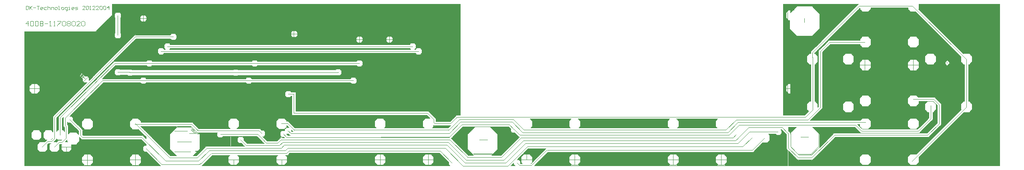
<source format=gtl>
*%FSLAX23Y23*%
*%MOIN*%
G01*
D12*
X6504Y8058D02*
X6805Y8359D01*
X6667Y8568D02*
X6529Y8430D01*
X12629Y8406D02*
X12854Y8630D01*
X12671Y7525D02*
X12560Y7414D01*
X10037Y7524D02*
X9908Y7395D01*
X6420Y7989D02*
X6200Y7769D01*
X6265D02*
X6420Y7924D01*
Y7967D02*
X6223Y7769D01*
X6273D02*
X6420Y7917D01*
X6488Y7897D02*
X6361Y7769D01*
X9519Y7510D02*
X9627Y7402D01*
X7132Y7412D02*
X6948Y7597D01*
X6466Y7311D02*
X6439D01*
Y7403D02*
X6466D01*
X6208Y7423D02*
X6166D01*
X6108D02*
X6066D01*
X6266D02*
X6308D01*
X6466Y7307D02*
X5938D01*
X12502Y7357D02*
X12512D01*
X12502D02*
X12489D01*
X12480D01*
X12448D02*
X12445D01*
X12448D02*
X12480D01*
X12448D02*
X12390D01*
X12377D01*
X12368D01*
X12365D01*
X12301Y7307D02*
X14063D01*
X12965Y7405D02*
X12919D01*
Y7313D02*
X12965D01*
X13365Y7405D02*
X13368D01*
X13365D02*
X13319D01*
Y7313D02*
X13365D01*
X10567Y7359D02*
X10521D01*
X10475D01*
X11741D02*
X11787D01*
X11741D02*
X11695D01*
X11387D02*
X11341D01*
X12295Y7309D02*
X10185D01*
X12007Y7422D02*
X12017D01*
X12007D02*
X11994D01*
X10298D01*
X12285Y7439D02*
X12294D01*
X10544Y7405D02*
X10498D01*
Y7313D02*
X10544D01*
X11718Y7405D02*
X11764D01*
Y7313D02*
X11718D01*
X11364Y7405D02*
X11318D01*
Y7313D02*
X11364D01*
X9908Y7395D02*
X9828D01*
X9679D02*
X9634D01*
X10121Y7359D02*
X10167D01*
X10121D02*
X10075D01*
X10156Y7326D02*
X10156D01*
X10085D02*
X10069D01*
X10025Y7307D02*
X9989D01*
X10041Y7359D02*
X10054D01*
X10098Y7405D02*
X10144D01*
X9346Y7359D02*
X9300D01*
X9254D01*
X8946D02*
X8900D01*
X8854D01*
X8126D02*
X8080D01*
X8034D01*
X7726D02*
X7680D01*
X7634D01*
X8148Y7415D02*
X9394D01*
X8139Y7396D02*
X8133D01*
X8129D01*
X8116D01*
X8112D01*
X8047D02*
X7712D01*
X7647D02*
X7503D01*
X7419Y7307D02*
X9483D01*
X7419D02*
X7414D01*
X9277Y7405D02*
X9323D01*
Y7313D02*
X9277D01*
X8923Y7405D02*
X8877D01*
Y7313D02*
X8923D01*
X8103D02*
X8057D01*
X7703D02*
X7657D01*
X11295Y7359D02*
X11341D01*
X7071Y7307D02*
X7066D01*
X6955Y7423D02*
X6937D01*
X6885Y7403D02*
X6839D01*
Y7311D02*
X6885D01*
X6485Y7403D02*
X6439D01*
Y7311D02*
X6485D01*
X7340Y7390D02*
X7370D01*
X7205D02*
X7155D01*
X7066Y7307D02*
X5938D01*
X7503Y7396D02*
X7624D01*
Y7307D02*
X7464D01*
X6075D02*
Y7423D01*
Y7507D02*
Y7540D01*
Y7590D02*
Y8430D01*
X6073Y7423D02*
Y7307D01*
Y7507D02*
Y7538D01*
Y7592D02*
Y8430D01*
X6071Y7423D02*
Y7307D01*
Y7507D02*
Y7536D01*
Y7594D02*
Y8430D01*
X6069Y7423D02*
Y7307D01*
Y7507D02*
Y7534D01*
Y7596D02*
Y8430D01*
X6067Y7423D02*
Y7307D01*
Y7507D02*
Y7523D01*
Y7532D01*
Y7598D02*
Y7607D01*
Y8430D01*
X6065Y7423D02*
Y7307D01*
Y7507D02*
Y7523D01*
Y7530D01*
Y7600D02*
Y7607D01*
Y8430D01*
X6063Y7423D02*
Y7307D01*
Y7507D02*
Y7523D01*
Y7607D02*
Y7931D01*
Y7976D02*
Y8430D01*
X6061Y7423D02*
Y7307D01*
Y7507D02*
Y7523D01*
Y7607D02*
Y7929D01*
Y7978D02*
Y8430D01*
X6059Y7423D02*
Y7307D01*
Y7423D02*
Y7430D01*
Y7500D02*
Y7507D01*
Y7523D01*
Y7607D02*
Y7927D01*
Y7980D02*
Y8430D01*
X6057Y7423D02*
Y7307D01*
Y7423D02*
Y7432D01*
Y7498D02*
Y7507D01*
Y7523D01*
Y7607D02*
Y7925D01*
Y7982D02*
Y8430D01*
X6055Y7434D02*
Y7307D01*
Y7496D02*
Y7523D01*
Y7607D02*
Y7923D01*
Y7984D02*
Y8430D01*
X6053Y7436D02*
Y7307D01*
Y7494D02*
Y7523D01*
Y7607D02*
Y7921D01*
Y7986D02*
Y8430D01*
X6051Y7438D02*
Y7307D01*
Y7492D02*
Y7523D01*
Y7607D02*
Y7911D01*
Y7919D01*
Y7988D02*
Y7996D01*
Y8430D01*
X6049Y7440D02*
Y7307D01*
Y7490D02*
Y7523D01*
Y7607D02*
Y7911D01*
Y7917D01*
Y7990D02*
Y7996D01*
Y8430D01*
X6047Y7442D02*
Y7307D01*
Y7488D02*
Y7523D01*
Y7607D02*
Y7911D01*
Y7996D02*
Y8430D01*
X6045Y7523D02*
Y7307D01*
Y7607D02*
Y7911D01*
Y7996D02*
Y8430D01*
X6043Y7523D02*
Y7307D01*
Y7607D02*
Y7911D01*
Y7996D02*
Y8430D01*
X6041Y7523D02*
Y7307D01*
Y7607D02*
Y7911D01*
Y7996D02*
Y8430D01*
X6039Y7523D02*
Y7307D01*
Y7607D02*
Y7911D01*
Y7996D02*
Y8430D01*
X6037Y7523D02*
Y7307D01*
Y7607D02*
Y7911D01*
Y7996D02*
Y8430D01*
X6035Y7523D02*
Y7307D01*
Y7607D02*
Y7911D01*
Y7996D02*
Y8430D01*
X6033Y7523D02*
Y7307D01*
Y7607D02*
Y7911D01*
Y7996D02*
Y8430D01*
X6031Y7523D02*
Y7307D01*
Y7607D02*
Y7911D01*
Y7996D02*
Y8430D01*
X6029Y7523D02*
Y7307D01*
Y7607D02*
Y7911D01*
Y7996D02*
Y8430D01*
X6027Y7523D02*
Y7307D01*
Y7607D02*
Y7911D01*
Y7996D02*
Y8430D01*
X6025Y7523D02*
Y7307D01*
Y7607D02*
Y7911D01*
Y7996D02*
Y8430D01*
X6023Y7523D02*
Y7307D01*
Y7607D02*
Y7911D01*
Y7996D02*
Y8430D01*
X6021Y7523D02*
Y7307D01*
Y7607D02*
Y7911D01*
Y7996D02*
Y8430D01*
X6019Y7523D02*
Y7307D01*
Y7607D02*
Y7911D01*
Y7996D02*
Y8430D01*
X6017Y7523D02*
Y7307D01*
Y7607D02*
Y7911D01*
Y7996D02*
Y8430D01*
X6015Y7523D02*
Y7307D01*
Y7607D02*
Y7911D01*
Y7996D02*
Y8430D01*
X6013Y7523D02*
Y7307D01*
Y7607D02*
Y7911D01*
Y7996D02*
Y8430D01*
X6011Y7523D02*
Y7307D01*
Y7607D02*
Y7911D01*
Y7996D02*
Y8430D01*
X6009Y7523D02*
Y7307D01*
Y7523D02*
Y7530D01*
Y7600D02*
Y7607D01*
Y7911D01*
Y7996D02*
Y8430D01*
X6007Y7523D02*
Y7307D01*
Y7523D02*
Y7532D01*
Y7598D02*
Y7607D01*
Y7911D01*
Y7996D02*
Y8430D01*
X6005Y7534D02*
Y7307D01*
Y7596D02*
Y7911D01*
Y7996D02*
Y8430D01*
X6003Y7536D02*
Y7307D01*
Y7594D02*
Y7911D01*
Y7996D02*
Y8430D01*
X6001Y7538D02*
Y7307D01*
Y7592D02*
Y7911D01*
Y7996D02*
Y8430D01*
X5999Y7540D02*
Y7307D01*
Y7590D02*
Y7911D01*
Y7996D02*
Y8430D01*
X5997Y7542D02*
Y7307D01*
Y7588D02*
Y7911D01*
Y7996D02*
Y8430D01*
X5995Y7911D02*
Y7307D01*
Y7996D02*
Y8430D01*
X5993Y7911D02*
Y7307D01*
Y7911D02*
Y7919D01*
Y7989D02*
Y7996D01*
Y8430D01*
X5991Y7911D02*
Y7307D01*
Y7911D02*
Y7921D01*
Y7987D02*
Y7996D01*
Y8430D01*
X5989Y7923D02*
Y7307D01*
Y7985D02*
Y8430D01*
X5987Y7925D02*
Y7307D01*
Y7983D02*
Y8430D01*
X5985Y7927D02*
Y7307D01*
Y7981D02*
Y8430D01*
X5983Y7929D02*
Y7307D01*
Y7979D02*
Y8430D01*
X5981Y7931D02*
Y7307D01*
Y7977D02*
Y8430D01*
X5979D02*
Y7307D01*
X5977D02*
Y8430D01*
X5975D02*
Y7307D01*
X5973D02*
Y8430D01*
X5971D02*
Y7307D01*
X5969D02*
Y8430D01*
X5967D02*
Y7307D01*
X5965D02*
Y8430D01*
X5963D02*
Y7307D01*
X5961D02*
Y8430D01*
X5959D02*
Y7307D01*
X5957D02*
Y8430D01*
X5955D02*
Y7307D01*
X5953D02*
Y8430D01*
X5951D02*
Y7307D01*
X5949D02*
Y8430D01*
X5947D02*
Y7307D01*
X5945D02*
Y8430D01*
X5943D02*
Y7307D01*
X5941D02*
Y8430D01*
X5939D02*
Y7307D01*
X6045Y7444D02*
Y7486D01*
X5995Y7544D02*
Y7586D01*
X6064Y7933D02*
Y7975D01*
X5979D02*
Y7933D01*
X5938Y8430D02*
Y7307D01*
X6022Y7911D02*
Y7954D01*
Y7996D01*
X6066Y7507D02*
X6045Y7486D01*
X6058Y7523D02*
X6079Y7544D01*
X6016Y7607D02*
X5995Y7586D01*
X6043Y7911D02*
X6064Y7933D01*
X6000Y7996D02*
X5979Y7975D01*
X6045Y7444D02*
X6066Y7423D01*
X6079Y7586D02*
X6058Y7607D01*
X5995Y7544D02*
X6016Y7523D01*
X6064Y7975D02*
X6043Y7996D01*
X5979Y7933D02*
X6000Y7911D01*
X6439Y7611D02*
X6466D01*
X6369Y7486D02*
X6329D01*
X6318Y7588D02*
X6369D01*
X6223Y7523D02*
X6216D01*
X6223D02*
X6229D01*
X6231D01*
X6247D01*
X6220Y7607D02*
X6216D01*
X6252D02*
X6258D01*
X6207Y7507D02*
X6182D01*
X6118Y7523D02*
X6116D01*
X6118D02*
X6124D01*
X6116Y7607D02*
X6158D01*
X6108Y7507D02*
X6066D01*
X6058Y7523D02*
X6016D01*
Y7607D02*
X6058D01*
X6277Y7507D02*
X6292D01*
X6297D01*
X6394Y7545D02*
X6399D01*
X6412Y7620D02*
X6421D01*
X6270Y7629D02*
X6262D01*
X6204Y7520D02*
X6195D01*
X6155Y7496D02*
X6139D01*
X6155D02*
X6159D01*
X6438Y7529D02*
X6441D01*
Y7561D02*
X6438D01*
X6405Y7529D02*
X6402D01*
X6405D02*
X6414D01*
X6428D01*
X6441D01*
X6466D01*
X6441Y7561D02*
X6428D01*
X6441D02*
X6466D01*
X6211Y7520D02*
X6208D01*
X6211D02*
X6221D01*
X6229D01*
X6234Y7488D02*
X6245D01*
X6245D01*
X6247D01*
X6229Y7520D02*
X6226D01*
X6229D02*
X6234D01*
X6245D01*
X6395Y7529D02*
X6441D01*
X13400Y7580D02*
X13457D01*
X13400D02*
X13389D01*
X13378D01*
X12916D01*
X12906D01*
X12895D01*
X12693D01*
X12680D01*
X12671D01*
X13470Y7548D02*
X13479D01*
X13470D02*
X13457D01*
X12693D01*
X12918Y7613D02*
X13377D01*
X13390Y7581D02*
X13400D01*
X13390D02*
X13377D01*
X12918D01*
X12905D01*
X12895D01*
X12854Y7631D02*
X12501D01*
X12368D02*
X12301D01*
X12308Y7593D02*
X12317D01*
X12919Y7613D02*
X12965D01*
X12919D02*
X12917D01*
X13319D02*
X13365D01*
X12192Y7575D02*
X12189D01*
X12134D01*
X12243Y7611D02*
X12245D01*
X12243D02*
X12237D01*
X12230Y7564D02*
X12203D01*
X12125Y7500D02*
X12086D01*
X11707Y7625D02*
X11375D01*
X11307D02*
X10555D01*
X10486D02*
X10173D01*
X10155D01*
X10060Y7547D02*
X10060D01*
X10059D01*
X10050D01*
X9944Y7634D02*
X9941D01*
X9966D02*
X9970D01*
X9934D02*
X9931D01*
X9944D02*
X9966D01*
X9944D02*
X9934D01*
X9589D01*
X10001Y7586D02*
X10020D01*
X9816Y7633D02*
X9691D01*
X10278Y7451D02*
X10282D01*
X10278D02*
X10133D01*
X6932Y7561D02*
X6923D01*
X6909D01*
X6477D01*
Y7529D02*
X6909D01*
X6477D02*
X6441D01*
Y7561D02*
X6477D01*
X6908Y7638D02*
X6950D01*
X6908D02*
X6906D01*
X6937Y7477D02*
X6950D01*
X6888Y7611D02*
X6885D01*
X6839D01*
X6485D02*
X6439D01*
X7706Y7617D02*
X8053D01*
X7653D02*
X7408D01*
X7390D01*
X7860Y7554D02*
X7863D01*
X7856D02*
X7853D01*
X7856D02*
X7863D01*
X7856D02*
X7597D01*
X7859Y7493D02*
X7872D01*
X7859D02*
X7822D01*
X7819D01*
X7822Y7493D02*
X7793D01*
X7793D01*
X7543Y7585D02*
X7408D01*
X7376D02*
X7373D01*
X7390D02*
X7408D01*
X7390D02*
X7384D01*
X7377D01*
X7376D01*
X7770Y7470D02*
X7770D01*
X7770D02*
X7464D01*
X7451D01*
X7441D01*
X7324Y7638D02*
X6948D01*
X7724Y7552D02*
X7751D01*
X7742Y7498D02*
X7724D01*
X7327Y7634D02*
X7210D01*
X9334Y7624D02*
X9467D01*
X9267D02*
X8934D01*
X8867D02*
X8189D01*
X7624Y7639D02*
X7464D01*
X7596Y7554D02*
X7624D01*
X7596D02*
X7594D01*
X7624Y7470D02*
X7464D01*
Y7617D02*
X7624D01*
X7544Y7585D02*
X7542D01*
X7464D01*
X7556Y7543D02*
X7583D01*
X8085Y7542D02*
X8105D01*
X8071D02*
X8062D01*
X7873Y7554D02*
X7863D01*
X7860D01*
Y7493D02*
X7872D01*
X7904D02*
X7922D01*
X7904D02*
X7872D01*
X7869D01*
X7922D02*
X7934D01*
X7922D02*
X7919D01*
X7960Y7513D02*
X8041D01*
X8189Y7624D02*
X8198D01*
X7909Y7617D02*
X7900D01*
X7887D01*
X7860D01*
X7859D02*
X7856D01*
X8168Y7593D02*
X8175D01*
X8168D02*
X8164D01*
X8150Y7562D02*
X8141D01*
X8130D01*
X7930Y7605D02*
X7912D01*
X7921Y7551D02*
X7930D01*
X8126Y7627D02*
X8141D01*
X8126D02*
X8120D01*
X8121Y7573D02*
X8139D01*
X8106Y7602D02*
X8081D01*
Y7548D02*
X8099D01*
X8081D02*
X8079D01*
X8057Y7613D02*
X8103D01*
X6271Y7423D02*
Y7307D01*
Y7768D02*
Y7775D01*
Y7817D02*
Y8430D01*
X6269Y7423D02*
Y7307D01*
Y7596D02*
Y7629D01*
Y7766D02*
Y7773D01*
Y7815D02*
Y8430D01*
X6267Y7423D02*
Y7307D01*
Y7598D02*
Y7607D01*
Y7629D01*
Y7764D02*
Y7771D01*
Y7813D02*
Y8430D01*
X6265Y7423D02*
Y7307D01*
Y7600D02*
Y7607D01*
Y7629D01*
Y7636D01*
Y7762D02*
Y7769D01*
Y7811D02*
Y8430D01*
X6263Y7423D02*
Y7307D01*
Y7607D02*
Y7629D01*
Y7638D01*
Y7760D02*
Y7767D01*
Y7809D02*
Y8430D01*
X6261Y7423D02*
Y7307D01*
Y7607D02*
Y7629D01*
Y7640D01*
Y7644D02*
Y7651D01*
Y7653D02*
Y7693D01*
Y7704D01*
Y7713D01*
Y7758D02*
Y7765D01*
Y7807D02*
Y8430D01*
X6259Y7423D02*
Y7307D01*
Y7423D02*
Y7430D01*
Y7607D02*
Y7629D01*
Y7642D01*
Y7649D02*
Y7693D01*
Y7706D01*
Y7756D02*
Y7763D01*
Y7805D02*
Y8430D01*
X6257Y7423D02*
Y7307D01*
Y7423D02*
Y7432D01*
Y7607D02*
Y7629D01*
Y7644D01*
Y7647D02*
Y7693D01*
Y7708D01*
Y7754D02*
Y7761D01*
Y7803D02*
Y8430D01*
X6255Y7434D02*
Y7307D01*
Y7607D02*
Y7629D01*
Y7644D01*
Y7693D01*
Y7707D01*
Y7752D02*
Y7759D01*
Y7801D02*
Y8430D01*
X6253Y7436D02*
Y7307D01*
Y7607D02*
Y7629D01*
Y7644D01*
Y7693D01*
Y7705D01*
Y7750D02*
Y7757D01*
Y7799D02*
Y8430D01*
X6251Y7438D02*
Y7307D01*
Y7748D02*
Y7755D01*
Y7797D02*
Y8430D01*
X6249Y7440D02*
Y7307D01*
Y7746D02*
Y7753D01*
Y7795D02*
Y8430D01*
X6247Y7442D02*
Y7307D01*
Y7744D02*
Y7751D01*
Y7793D02*
Y8430D01*
X6245Y7488D02*
Y7307D01*
Y7742D02*
Y7749D01*
Y7791D02*
Y8430D01*
X6243Y7488D02*
Y7307D01*
Y7740D02*
Y7747D01*
Y7789D02*
Y8430D01*
X6241Y7488D02*
Y7307D01*
Y7738D02*
Y7745D01*
Y7787D02*
Y8430D01*
X6239Y7488D02*
Y7307D01*
Y7736D02*
Y7743D01*
Y7785D02*
Y8430D01*
X6237Y7488D02*
Y7307D01*
Y7734D02*
Y7741D01*
Y7783D02*
Y8430D01*
X6235Y7488D02*
Y7307D01*
Y7732D02*
Y7739D01*
Y7781D02*
Y8430D01*
X6233Y7488D02*
Y7307D01*
Y7730D02*
Y7737D01*
Y7779D02*
Y8430D01*
X6231Y7486D02*
Y7307D01*
Y7728D02*
Y7735D01*
Y7777D02*
Y8430D01*
X6229Y7444D02*
Y7307D01*
Y7726D02*
Y7733D01*
Y7775D02*
Y8430D01*
X6227Y7442D02*
Y7307D01*
Y7773D02*
Y8430D01*
X6225Y7440D02*
Y7307D01*
Y7771D02*
Y8430D01*
X6223Y7438D02*
Y7307D01*
Y7720D02*
Y7726D01*
Y7769D02*
Y8430D01*
X6221Y7436D02*
Y7307D01*
Y7718D02*
Y7725D01*
Y7767D02*
Y8430D01*
X6219Y7434D02*
Y7307D01*
Y7607D02*
Y7705D01*
Y7716D01*
Y7723D01*
Y7765D02*
Y8430D01*
X6217Y7423D02*
Y7307D01*
Y7423D02*
Y7432D01*
Y7607D02*
Y7707D01*
Y7714D01*
Y7721D01*
Y7763D02*
Y8430D01*
X6215Y7423D02*
Y7307D01*
Y7423D02*
Y7430D01*
Y7607D02*
Y7709D01*
Y7712D02*
Y7719D01*
Y7761D02*
Y8430D01*
X6213Y7423D02*
Y7307D01*
Y7513D02*
Y7520D01*
Y7607D02*
Y7717D01*
Y7759D02*
Y8430D01*
X6211Y7423D02*
Y7307D01*
Y7511D02*
Y7520D01*
Y7607D02*
Y7715D01*
Y7757D02*
Y8430D01*
X6209Y7423D02*
Y7307D01*
Y7509D02*
Y7520D01*
Y7523D02*
Y7530D01*
Y7600D02*
Y7607D01*
Y7713D01*
Y7755D02*
Y8430D01*
X6207Y7423D02*
Y7307D01*
Y7507D02*
Y7520D01*
Y7523D02*
Y7532D01*
Y7598D02*
Y7607D01*
Y7711D01*
Y7753D02*
Y8430D01*
X6205Y7423D02*
Y7307D01*
Y7507D02*
Y7520D01*
Y7530D01*
Y7596D02*
Y7709D01*
Y7751D02*
Y8430D01*
X6203Y7423D02*
Y7307D01*
Y7507D02*
Y7520D01*
Y7528D01*
Y7749D02*
Y8430D01*
X6201Y7423D02*
Y7307D01*
Y7507D02*
Y7520D01*
Y7747D02*
Y8430D01*
X6199Y7423D02*
Y7307D01*
Y7507D02*
Y7520D01*
Y7745D02*
Y8430D01*
X6197Y7423D02*
Y7307D01*
Y7507D02*
Y7520D01*
Y7743D02*
Y8430D01*
X6195Y7423D02*
Y7307D01*
Y7507D02*
Y7520D01*
Y7741D02*
Y8430D01*
X6193Y7423D02*
Y7307D01*
Y7507D02*
Y7518D01*
Y7739D02*
Y8430D01*
X6191Y7423D02*
Y7307D01*
Y7507D02*
Y7516D01*
Y7737D02*
Y8430D01*
X6189Y7423D02*
Y7307D01*
Y7507D02*
Y7514D01*
Y7735D02*
Y8430D01*
X6187Y7423D02*
Y7307D01*
Y7733D02*
Y8430D01*
X6185Y7423D02*
Y7307D01*
Y7731D02*
Y8430D01*
X6183Y7423D02*
Y7307D01*
Y7729D02*
Y8430D01*
X6181Y7423D02*
Y7307D01*
Y7729D02*
Y8430D01*
X6179Y7423D02*
Y7307D01*
Y7729D02*
Y8430D01*
X6177Y7423D02*
Y7307D01*
Y7729D02*
Y8430D01*
X6175Y7423D02*
Y7307D01*
Y7721D02*
Y7729D01*
Y8430D01*
X6173Y7423D02*
Y7307D01*
Y7592D02*
Y7709D01*
Y7719D01*
Y7729D01*
Y8430D01*
X6171Y7423D02*
Y7307D01*
Y7594D02*
Y7711D01*
Y7717D01*
Y7729D01*
Y8430D01*
X6169Y7423D02*
Y7307D01*
Y7596D02*
Y7713D01*
Y7715D02*
Y7729D01*
Y8430D01*
X6167Y7423D02*
Y7307D01*
Y7598D02*
Y7607D01*
Y7729D01*
Y8430D01*
X6165Y7423D02*
Y7307D01*
Y7600D02*
Y7607D01*
Y7729D01*
Y8430D01*
X6163Y7423D02*
Y7307D01*
Y7607D02*
Y8430D01*
X6161Y7423D02*
Y7307D01*
Y7607D02*
Y8430D01*
X6159Y7423D02*
Y7307D01*
Y7423D02*
Y7430D01*
Y7607D02*
Y8430D01*
X6157Y7423D02*
Y7307D01*
Y7423D02*
Y7432D01*
Y7607D02*
Y8430D01*
X6155Y7434D02*
Y7307D01*
Y7607D02*
Y8430D01*
X6153Y7436D02*
Y7307D01*
Y7607D02*
Y8430D01*
X6151Y7438D02*
Y7307D01*
Y7607D02*
Y8430D01*
X6149Y7440D02*
Y7307D01*
Y7490D02*
Y7496D01*
Y7607D02*
Y8430D01*
X6147Y7442D02*
Y7307D01*
Y7488D02*
Y7496D01*
Y7607D02*
Y8430D01*
X6145Y7496D02*
Y7307D01*
Y7607D02*
Y8430D01*
X6143Y7496D02*
Y7307D01*
Y7607D02*
Y8430D01*
X6141Y7496D02*
Y7307D01*
Y7607D02*
Y8430D01*
X6139Y7496D02*
Y7307D01*
Y7607D02*
Y8430D01*
X6137Y7494D02*
Y7307D01*
Y7607D02*
Y8430D01*
X6135Y7492D02*
Y7307D01*
Y7607D02*
Y8430D01*
X6133Y7490D02*
Y7307D01*
Y7607D02*
Y8430D01*
X6131Y7488D02*
Y7307D01*
Y7607D02*
Y8430D01*
X6129Y7444D02*
Y7307D01*
Y7607D02*
Y8430D01*
X6127Y7442D02*
Y7307D01*
Y7607D02*
Y8430D01*
X6125Y7440D02*
Y7307D01*
Y7607D02*
Y8430D01*
X6123Y7438D02*
Y7307D01*
Y7607D02*
Y8430D01*
X6121Y7436D02*
Y7307D01*
Y7607D02*
Y8430D01*
X6119Y7434D02*
Y7307D01*
Y7607D02*
Y8430D01*
X6117Y7423D02*
Y7307D01*
Y7423D02*
Y7432D01*
Y7516D02*
Y7523D01*
Y7607D02*
Y8430D01*
X6115Y7423D02*
Y7307D01*
Y7423D02*
Y7430D01*
Y7514D02*
Y7523D01*
Y7607D02*
Y8430D01*
X6113Y7423D02*
Y7307D01*
Y7512D02*
Y7523D01*
Y7607D02*
Y8430D01*
X6111Y7423D02*
Y7307D01*
Y7510D02*
Y7523D01*
Y7607D02*
Y8430D01*
X6109Y7423D02*
Y7307D01*
Y7508D02*
Y7523D01*
Y7600D02*
Y7607D01*
Y8430D01*
X6107Y7423D02*
Y7307D01*
Y7507D02*
Y7523D01*
Y7532D01*
Y7598D02*
Y7607D01*
Y8430D01*
X6105Y7423D02*
Y7307D01*
Y7507D02*
Y7534D01*
Y7596D02*
Y8430D01*
X6103Y7423D02*
Y7307D01*
Y7507D02*
Y7536D01*
Y7594D02*
Y8430D01*
X6101Y7423D02*
Y7307D01*
Y7507D02*
Y7538D01*
Y7592D02*
Y8430D01*
X6099Y7423D02*
Y7307D01*
Y7507D02*
Y7540D01*
Y7590D02*
Y8430D01*
X6097Y7423D02*
Y7307D01*
Y7507D02*
Y7542D01*
Y7588D02*
Y8430D01*
X6095Y7423D02*
Y7307D01*
Y7507D02*
Y8430D01*
X6093Y7423D02*
Y7307D01*
Y7507D02*
Y8430D01*
X6091Y7423D02*
Y7307D01*
Y7507D02*
Y8430D01*
X6089Y7423D02*
Y7307D01*
Y7507D02*
Y8430D01*
X6087Y7423D02*
Y7307D01*
Y7507D02*
Y8430D01*
X6085Y7423D02*
Y7307D01*
Y7507D02*
Y8430D01*
X6083Y7423D02*
Y7307D01*
Y7507D02*
Y8430D01*
X6081Y7423D02*
Y7307D01*
Y7507D02*
Y8430D01*
X6079Y7423D02*
Y7307D01*
Y7507D02*
Y7544D01*
Y7586D02*
Y8430D01*
X6077Y7423D02*
Y7307D01*
Y7507D02*
Y7542D01*
Y7588D02*
Y8430D01*
X6229Y7484D02*
Y7444D01*
X6145D02*
Y7486D01*
X6095Y7544D02*
Y7586D01*
X6129Y7486D02*
Y7444D01*
Y7486D02*
Y7486D01*
X6079Y7544D02*
Y7586D01*
X6245Y7486D02*
Y7444D01*
Y7486D02*
Y7488D01*
Y7488D01*
X6262Y7641D02*
Y7644D01*
Y7693D02*
Y7703D01*
Y7714D01*
X6270Y7629D02*
Y7595D01*
Y7629D02*
Y7631D01*
X6262Y7629D02*
Y7626D01*
Y7629D02*
Y7639D01*
Y7644D01*
Y7652D01*
Y7653D01*
Y7693D01*
X6174Y7708D02*
Y7591D01*
Y7708D02*
Y7721D01*
Y7729D01*
X6204Y7529D02*
Y7520D01*
Y7529D02*
Y7535D01*
Y7595D02*
Y7708D01*
X6220Y7704D02*
Y7607D01*
Y7704D02*
Y7717D01*
Y7724D01*
X6252Y7629D02*
Y7607D01*
Y7629D02*
Y7644D01*
Y7693D01*
Y7704D01*
X6118Y7523D02*
Y7518D01*
Y7523D02*
Y7526D01*
X6211Y7520D02*
Y7511D01*
Y7520D02*
Y7523D01*
X6229D02*
Y7520D01*
X6207Y7769D02*
Y7776D01*
X6209Y7778D02*
Y7769D01*
X6211D02*
Y7780D01*
X6213Y7782D02*
Y7769D01*
X6215D02*
Y7784D01*
X6217Y7786D02*
Y7769D01*
X6219D02*
Y7788D01*
X6221Y7790D02*
Y7769D01*
X6223Y7769D02*
Y7792D01*
X6225Y7794D02*
Y7771D01*
X6227Y7773D02*
Y7796D01*
X6229Y7798D02*
Y7775D01*
X6231Y7777D02*
Y7800D01*
X6233Y7802D02*
Y7779D01*
X6235Y7781D02*
Y7804D01*
X6237Y7806D02*
Y7783D01*
X6239Y7785D02*
Y7808D01*
X6241Y7810D02*
Y7787D01*
X6243Y7789D02*
Y7812D01*
X6245Y7814D02*
Y7791D01*
X6247Y7793D02*
Y7816D01*
X6249Y7818D02*
Y7795D01*
X6251Y7797D02*
Y7820D01*
X6253Y7822D02*
Y7799D01*
X6255Y7801D02*
Y7824D01*
X6257Y7826D02*
Y7803D01*
X6259Y7805D02*
Y7828D01*
X6261Y7830D02*
Y7807D01*
X6263Y7809D02*
Y7832D01*
X6265Y7834D02*
Y7811D01*
X6267Y7813D02*
Y7836D01*
X6269Y7838D02*
Y7815D01*
X6271Y7817D02*
Y7840D01*
X6216Y7607D02*
X6204Y7595D01*
X6229Y7444D02*
X6208Y7423D01*
X6145Y7486D02*
X6155Y7496D01*
X6095Y7586D02*
X6116Y7607D01*
X6129Y7444D02*
X6108Y7423D01*
X6245Y7486D02*
X6246Y7487D01*
X6168Y7714D02*
X6174Y7721D01*
X6176Y7722D01*
X6179Y7725D01*
X6180Y7726D01*
X6183Y7729D01*
X6204Y7751D01*
X6220Y7767D01*
X6252Y7799D01*
X6262Y7809D01*
X6287Y7833D01*
X6218Y7722D02*
X6204Y7708D01*
X6218Y7722D02*
X6220Y7724D01*
X6221Y7725D01*
X6222Y7726D01*
X6225Y7729D01*
X6252Y7756D01*
X6262Y7766D01*
X6287Y7791D01*
X6220Y7717D02*
X6214Y7710D01*
X6220Y7717D02*
X6226Y7722D01*
X6229Y7725D01*
X6230Y7726D01*
X6233Y7729D01*
X6252Y7749D01*
X6262Y7759D01*
X6287Y7784D01*
X6257Y7708D02*
X6252Y7704D01*
X6257Y7708D02*
X6262Y7714D01*
Y7652D02*
X6256Y7645D01*
X6174Y7542D02*
X6159Y7526D01*
X6182Y7507D02*
X6195Y7520D01*
X6195Y7520D01*
X6198Y7523D01*
X6201Y7526D01*
X6204Y7529D01*
X6207Y7532D01*
X6118Y7518D02*
X6108Y7507D01*
X6118Y7518D02*
X6124Y7523D01*
X6129Y7486D02*
X6129Y7486D01*
X6129Y7486D02*
X6139Y7496D01*
X6204Y7504D02*
X6207Y7507D01*
X6211Y7511D01*
X6221Y7520D01*
X6223Y7523D01*
X6229Y7484D02*
X6229Y7484D01*
X6229Y7484D02*
X6234Y7488D01*
X6245Y7520D02*
X6247Y7523D01*
X6248Y7523D01*
X6270Y7595D02*
X6258Y7607D01*
X6211Y7528D02*
X6216Y7523D01*
X6211Y7528D02*
X6207Y7532D01*
X6204Y7535D01*
X6145Y7444D02*
X6166Y7423D01*
X6174Y7591D02*
X6158Y7607D01*
X6113Y7526D02*
X6116Y7523D01*
X6113Y7526D02*
X6095Y7544D01*
X6129Y7486D02*
X6129Y7486D01*
X6245Y7444D02*
X6266Y7423D01*
X6174Y7708D02*
X6168Y7714D01*
X6214Y7710D02*
X6220Y7704D01*
X6257Y7708D02*
X6262Y7703D01*
Y7639D02*
X6270Y7631D01*
X6262Y7639D02*
X6257Y7644D01*
X6256Y7645D01*
X6231Y7523D02*
X6234Y7520D01*
X6245Y7488D02*
X6246Y7487D01*
X6245Y7488D02*
X6245Y7488D01*
X12258Y7732D02*
X12371D01*
X6466Y7703D02*
X6439D01*
X6318Y7668D02*
X6300D01*
X6314Y7722D02*
X6327D01*
X6302Y7653D02*
X6294D01*
X6183Y7729D02*
X6174D01*
X6222Y7726D02*
X6230D01*
X12317Y7732D02*
X12439D01*
X12896Y7687D02*
X12901D01*
X12896D02*
X12481D01*
X12877Y7655D02*
X12896D01*
X12877D02*
X12876D01*
X12584Y7780D02*
X12574D01*
X13496Y7686D02*
X13505D01*
X13564Y7835D02*
X13574D01*
Y7642D02*
X13564D01*
X13508Y7756D02*
X13505D01*
X13473D02*
X13462D01*
X13764D02*
X13808D01*
X12965Y7705D02*
X12919D01*
X13319D02*
X13365D01*
Y7806D02*
X13319D01*
X12965D02*
X12919D01*
X12823Y7756D02*
X12777D01*
X11713Y7700D02*
X11369D01*
X11313D02*
X10549D01*
X10492D02*
X10149D01*
X6950Y7796D02*
X6638D01*
X6627D01*
X6624D01*
X6908Y7670D02*
X6950D01*
X6638Y7796D02*
X6616D01*
X6612D01*
X6485Y7703D02*
X6439D01*
X7337Y7670D02*
X7346D01*
X7337D02*
X7324D01*
X6954D01*
X9482Y7645D02*
X9488D01*
X9482D02*
X9365D01*
X9363D01*
X9349D01*
X9346D01*
X6839Y7769D02*
X6361D01*
X6273D02*
X6265D01*
X6223D02*
X6200D01*
X6946Y7773D02*
X7374D01*
X6946Y7699D02*
X6889D01*
X6835D02*
X6835D01*
X6832D01*
X6839Y7703D02*
X6885D01*
X9346Y7645D02*
X9349D01*
X9254D02*
X9001D01*
X9528Y7732D02*
X9569D01*
X9482Y7677D02*
X9365D01*
X9311Y7764D02*
X9302D01*
X9289D01*
X9001D01*
Y7732D02*
X9289D01*
X9356Y7710D02*
X9365D01*
X9316Y7705D02*
X9277D01*
X8198Y7680D02*
X8143D01*
X8133D01*
X8126D01*
X8126D01*
X8034D02*
X7856D01*
X8946Y7667D02*
X9017D01*
X8854D02*
X8146D01*
X8034D02*
X7726D01*
X7634D02*
X7456D01*
X8137Y7676D02*
X8143D01*
X8197Y7764D02*
X9017D01*
Y7732D02*
X8197D01*
X8165D01*
X7703Y7705D02*
X7657D01*
X8057D02*
X8103D01*
X8877D02*
X8923D01*
X6467Y8052D02*
Y8058D01*
Y8430D01*
X6465Y7611D02*
Y7561D01*
Y7703D02*
Y7874D01*
Y8058D02*
Y8430D01*
X6463Y7611D02*
Y7561D01*
Y7703D02*
Y7872D01*
Y8058D02*
Y8430D01*
X6461Y7611D02*
Y7561D01*
Y7703D02*
Y7870D01*
Y8058D02*
Y8430D01*
X6459Y7611D02*
Y7561D01*
Y7703D02*
Y7868D01*
Y8058D02*
Y8430D01*
X6457Y7611D02*
Y7561D01*
Y7703D02*
Y7866D01*
Y8058D02*
Y8430D01*
X6455Y7611D02*
Y7561D01*
Y7703D02*
Y7864D01*
Y8058D02*
Y8430D01*
X6453Y7611D02*
Y7561D01*
Y7703D02*
Y7862D01*
Y8058D02*
Y8430D01*
X6451Y7611D02*
Y7561D01*
Y7703D02*
Y7860D01*
Y8058D02*
Y8430D01*
X6449Y7611D02*
Y7561D01*
Y7703D02*
Y7858D01*
Y8058D02*
Y8430D01*
X6447Y7611D02*
Y7561D01*
Y7703D02*
Y7856D01*
Y8058D02*
Y8430D01*
X6445Y7611D02*
Y7561D01*
Y7703D02*
Y7854D01*
Y8058D02*
Y8430D01*
X6443Y7611D02*
Y7561D01*
Y7703D02*
Y7852D01*
Y8058D02*
Y8430D01*
X6441Y7611D02*
Y7561D01*
Y7703D02*
Y7850D01*
Y8060D02*
Y8430D01*
X6439Y7611D02*
Y7561D01*
Y7703D02*
Y7848D01*
Y8062D02*
Y8430D01*
X6437Y7611D02*
Y7561D01*
Y7703D02*
Y7846D01*
Y8064D02*
Y8430D01*
X6435Y7529D02*
Y7403D01*
Y7561D02*
Y7611D01*
Y7703D02*
Y7844D01*
Y7981D02*
Y8004D01*
Y8066D02*
Y8430D01*
X6433Y7318D02*
Y7311D01*
Y7397D02*
Y7403D01*
Y7529D01*
Y7561D02*
Y7611D01*
Y7618D01*
Y7697D02*
Y7703D01*
Y7842D01*
Y7979D02*
Y8004D01*
Y8068D02*
Y8430D01*
X6431Y7320D02*
Y7311D01*
Y7395D02*
Y7403D01*
Y7529D01*
Y7561D02*
Y7611D01*
Y7620D01*
Y7695D02*
Y7703D01*
Y7840D01*
Y7977D02*
Y8004D01*
Y8070D02*
Y8430D01*
X6429Y7322D02*
Y7307D01*
Y7393D02*
Y7529D01*
Y7561D02*
Y7620D01*
Y7693D02*
Y7838D01*
Y7975D02*
Y8004D01*
Y8072D02*
Y8430D01*
X6427Y7324D02*
Y7307D01*
Y7391D02*
Y7528D01*
Y7561D02*
Y7603D01*
Y7605D02*
Y7620D01*
Y7691D02*
Y7836D01*
Y7973D02*
Y8004D01*
Y8011D01*
Y8074D02*
Y8430D01*
X6425Y7326D02*
Y7307D01*
Y7389D02*
Y7526D01*
Y7563D02*
Y7601D01*
Y7607D02*
Y7620D01*
Y7689D02*
Y7834D01*
Y7971D02*
Y8004D01*
Y8013D01*
Y8076D02*
Y8430D01*
X6423Y7328D02*
Y7307D01*
Y7387D02*
Y7524D01*
Y7565D02*
Y7599D01*
Y7609D01*
Y7620D01*
Y7628D01*
Y7687D02*
Y7832D01*
Y7969D02*
Y8015D01*
Y8078D02*
Y8430D01*
X6421Y7330D02*
Y7307D01*
Y7385D02*
Y7522D01*
Y7529D01*
Y7611D02*
Y7620D01*
Y7630D01*
Y7685D02*
Y7830D01*
Y7967D02*
Y8017D01*
Y8080D02*
Y8430D01*
X6419Y7332D02*
Y7307D01*
Y7383D02*
Y7524D01*
Y7613D02*
Y7620D01*
Y7632D01*
Y7683D02*
Y7828D01*
Y7965D02*
Y8037D01*
Y8082D02*
Y8430D01*
X6417Y7334D02*
Y7307D01*
Y7381D02*
Y7526D01*
Y7620D02*
Y7634D01*
Y7681D02*
Y7826D01*
Y7963D02*
Y8039D01*
Y8084D02*
Y8430D01*
X6415Y7528D02*
Y7307D01*
Y7620D02*
Y7824D01*
Y7961D02*
Y8041D01*
Y8084D02*
Y8430D01*
X6413Y7529D02*
Y7307D01*
Y7620D02*
Y7822D01*
Y7959D02*
Y8043D01*
Y8082D02*
Y8430D01*
X6411Y7529D02*
Y7307D01*
Y7621D02*
Y7820D01*
Y7957D02*
Y8045D01*
Y8080D02*
Y8430D01*
X6409Y7529D02*
Y7307D01*
Y7623D02*
Y7818D01*
Y7955D02*
Y8047D01*
Y8078D02*
Y8430D01*
X6407Y7529D02*
Y7307D01*
Y7529D02*
Y7536D01*
Y7625D02*
Y7816D01*
Y7953D02*
Y8049D01*
Y8076D02*
Y8430D01*
X6405Y7529D02*
Y7307D01*
Y7529D02*
Y7538D01*
Y7627D02*
Y7814D01*
Y7951D02*
Y8051D01*
Y8074D02*
Y8430D01*
X6403Y7529D02*
Y7307D01*
Y7529D02*
Y7540D01*
Y7629D02*
Y7812D01*
Y7949D02*
Y8053D01*
Y8072D02*
Y8430D01*
X6401Y7529D02*
Y7307D01*
Y7529D02*
Y7542D01*
Y7631D02*
Y7810D01*
Y7947D02*
Y8055D01*
Y8070D02*
Y8430D01*
X6399Y7529D02*
Y7307D01*
Y7529D02*
Y7544D01*
Y7633D02*
Y7808D01*
Y7945D02*
Y8057D01*
Y8068D01*
Y8430D01*
X6397Y7529D02*
Y7307D01*
Y7529D02*
Y7545D01*
Y7635D02*
Y7806D01*
Y7943D02*
Y8059D01*
Y8066D01*
Y8430D01*
X6395Y7529D02*
Y7307D01*
Y7529D02*
Y7545D01*
Y7637D02*
Y7804D01*
Y7941D02*
Y8061D01*
Y8064D02*
Y8430D01*
X6393Y7511D02*
Y7307D01*
Y7639D02*
Y7802D01*
Y7939D02*
Y8430D01*
X6391Y7509D02*
Y7307D01*
Y7641D02*
Y7800D01*
Y7937D02*
Y8430D01*
X6389Y7507D02*
Y7307D01*
Y7568D02*
Y7598D01*
Y7643D02*
Y7798D01*
Y7935D02*
Y8430D01*
X6387Y7505D02*
Y7307D01*
Y7570D02*
Y7600D01*
Y7645D02*
Y7796D01*
Y7933D02*
Y8430D01*
X6385Y7503D02*
Y7307D01*
Y7572D02*
Y7602D01*
Y7647D02*
Y7794D01*
Y7931D02*
Y8430D01*
X6383Y7501D02*
Y7307D01*
Y7574D02*
Y7604D01*
Y7649D02*
Y7792D01*
Y7929D02*
Y8430D01*
X6381Y7499D02*
Y7307D01*
Y7576D02*
Y7606D01*
Y7651D02*
Y7790D01*
Y7927D02*
Y8430D01*
X6379Y7497D02*
Y7307D01*
Y7578D02*
Y7608D01*
Y7653D02*
Y7788D01*
Y7925D02*
Y8430D01*
X6377Y7486D02*
Y7307D01*
Y7486D02*
Y7495D01*
Y7580D02*
Y7588D01*
Y7610D01*
Y7655D02*
Y7786D01*
Y7923D02*
Y8430D01*
X6375Y7486D02*
Y7307D01*
Y7486D02*
Y7493D01*
Y7582D02*
Y7588D01*
Y7612D01*
Y7657D02*
Y7784D01*
Y7921D02*
Y8430D01*
X6373Y7486D02*
Y7307D01*
Y7588D02*
Y7614D01*
Y7659D02*
Y7782D01*
Y7919D02*
Y8430D01*
X6371Y7486D02*
Y7307D01*
Y7588D02*
Y7616D01*
Y7661D02*
Y7780D01*
Y7917D02*
Y8430D01*
X6369Y7486D02*
Y7307D01*
Y7588D02*
Y7618D01*
Y7663D02*
Y7778D01*
Y7915D02*
Y8430D01*
X6367Y7486D02*
Y7307D01*
Y7588D02*
Y7620D01*
Y7665D02*
Y7776D01*
Y7913D02*
Y8430D01*
X6365Y7486D02*
Y7307D01*
Y7588D02*
Y7622D01*
Y7667D02*
Y7774D01*
Y7911D02*
Y8430D01*
X6363Y7486D02*
Y7307D01*
Y7588D02*
Y7624D01*
Y7669D02*
Y7772D01*
Y7909D02*
Y8430D01*
X6361Y7486D02*
Y7307D01*
Y7588D02*
Y7626D01*
Y7671D02*
Y7770D01*
Y7907D02*
Y8430D01*
X6359Y7486D02*
Y7307D01*
Y7588D02*
Y7628D01*
Y7673D02*
Y7768D01*
Y7905D02*
Y8430D01*
X6357Y7486D02*
Y7307D01*
Y7588D02*
Y7630D01*
Y7675D02*
Y7766D01*
Y7903D02*
Y8430D01*
X6355Y7486D02*
Y7307D01*
Y7588D02*
Y7632D01*
Y7677D02*
Y7764D01*
Y7901D02*
Y8430D01*
X6353Y7486D02*
Y7307D01*
Y7588D02*
Y7634D01*
Y7679D02*
Y7762D01*
Y7899D02*
Y8430D01*
X6351Y7486D02*
Y7307D01*
Y7588D02*
Y7636D01*
Y7681D02*
Y7760D01*
Y7897D02*
Y8430D01*
X6349Y7486D02*
Y7307D01*
Y7588D02*
Y7638D01*
Y7683D02*
Y7758D01*
Y7895D02*
Y8430D01*
X6347Y7486D02*
Y7307D01*
Y7588D02*
Y7640D01*
Y7685D02*
Y7756D01*
Y7893D02*
Y8430D01*
X6345Y7486D02*
Y7307D01*
Y7588D02*
Y7642D01*
Y7687D02*
Y7754D01*
Y7891D02*
Y8430D01*
X6343Y7486D02*
Y7307D01*
Y7588D02*
Y7644D01*
Y7689D02*
Y7752D01*
Y7889D02*
Y8430D01*
X6341Y7486D02*
Y7307D01*
Y7588D02*
Y7646D01*
Y7691D02*
Y7750D01*
Y7887D02*
Y8430D01*
X6339Y7486D02*
Y7307D01*
Y7588D02*
Y7648D01*
Y7711D02*
Y7748D01*
Y7885D02*
Y8430D01*
X6337Y7486D02*
Y7307D01*
Y7588D02*
Y7650D01*
Y7713D02*
Y7722D01*
Y7746D01*
Y7883D02*
Y8430D01*
X6335Y7486D02*
Y7307D01*
Y7588D02*
Y7652D01*
Y7715D02*
Y7722D01*
Y7744D01*
Y7881D02*
Y8430D01*
X6333Y7486D02*
Y7307D01*
Y7588D02*
Y7654D01*
Y7722D02*
Y7742D01*
Y7879D02*
Y8430D01*
X6331Y7486D02*
Y7307D01*
Y7588D02*
Y7656D01*
Y7722D02*
Y7740D01*
Y7877D02*
Y8430D01*
X6329Y7444D02*
Y7307D01*
Y7588D02*
Y7658D01*
Y7722D02*
Y7738D01*
Y7875D02*
Y8430D01*
X6327Y7442D02*
Y7307D01*
Y7588D02*
Y7660D01*
Y7722D02*
Y7736D01*
Y7873D02*
Y8430D01*
X6325Y7440D02*
Y7307D01*
Y7588D02*
Y7662D01*
Y7722D02*
Y7734D01*
Y7871D02*
Y8430D01*
X6323Y7438D02*
Y7307D01*
Y7588D02*
Y7664D01*
Y7722D02*
Y7732D01*
Y7869D02*
Y8430D01*
X6321Y7436D02*
Y7307D01*
Y7588D02*
Y7666D01*
Y7722D02*
Y7730D01*
Y7867D02*
Y8430D01*
X6319Y7434D02*
Y7307D01*
Y7588D02*
Y7668D01*
Y7865D02*
Y8430D01*
X6317Y7423D02*
Y7307D01*
Y7423D02*
Y7432D01*
Y7588D02*
Y7668D01*
Y7863D02*
Y8430D01*
X6315Y7423D02*
Y7307D01*
Y7423D02*
Y7430D01*
Y7588D02*
Y7668D01*
Y7861D02*
Y8430D01*
X6313Y7423D02*
Y7307D01*
Y7588D02*
Y7668D01*
Y7859D02*
Y8430D01*
X6311Y7423D02*
Y7307D01*
Y7582D02*
Y7588D01*
Y7653D01*
Y7668D01*
Y7857D02*
Y8430D01*
X6309Y7423D02*
Y7307D01*
Y7580D02*
Y7588D01*
Y7653D01*
Y7668D01*
Y7855D02*
Y8430D01*
X6307Y7423D02*
Y7307D01*
Y7578D02*
Y7636D01*
Y7639D02*
Y7653D01*
Y7668D01*
Y7853D02*
Y8430D01*
X6305Y7423D02*
Y7307D01*
Y7576D02*
Y7634D01*
Y7641D01*
Y7653D01*
Y7668D01*
Y7851D02*
Y8430D01*
X6303Y7423D02*
Y7307D01*
Y7574D02*
Y7629D01*
Y7632D02*
Y7643D01*
Y7644D02*
Y7653D01*
Y7668D01*
Y7849D02*
Y8430D01*
X6301Y7423D02*
Y7307D01*
Y7645D02*
Y7653D01*
Y7668D01*
Y7847D02*
Y8430D01*
X6299Y7423D02*
Y7307D01*
Y7647D02*
Y7653D01*
Y7668D01*
Y7845D02*
Y8430D01*
X6297Y7423D02*
Y7307D01*
Y7653D02*
Y7668D01*
Y7843D02*
Y8430D01*
X6295Y7423D02*
Y7307D01*
Y7653D02*
Y7668D01*
Y7841D02*
Y8430D01*
X6293Y7423D02*
Y7307D01*
Y7511D02*
Y7523D01*
Y7839D02*
Y8430D01*
X6291Y7423D02*
Y7307D01*
Y7507D02*
Y7522D01*
Y7837D02*
Y8430D01*
X6289Y7423D02*
Y7307D01*
Y7507D02*
Y7520D01*
Y7835D02*
Y8430D01*
X6287Y7423D02*
Y7307D01*
Y7507D02*
Y7518D01*
Y7833D02*
Y8430D01*
X6285Y7423D02*
Y7307D01*
Y7507D02*
Y7516D01*
Y7831D02*
Y8430D01*
X6283Y7423D02*
Y7307D01*
Y7507D02*
Y7514D01*
Y7829D02*
Y8430D01*
X6281Y7423D02*
Y7307D01*
Y7827D02*
Y8430D01*
X6279Y7423D02*
Y7307D01*
Y7825D02*
Y8430D01*
X6277Y7423D02*
Y7307D01*
Y7823D02*
Y8430D01*
X6275Y7423D02*
Y7307D01*
Y7821D02*
Y8430D01*
X6273Y7423D02*
Y7307D01*
Y7819D02*
Y8430D01*
X6416Y7380D02*
Y7334D01*
Y7634D02*
Y7680D01*
X6394Y7545D02*
Y7512D01*
Y7545D02*
Y7549D01*
X6292Y7523D02*
Y7512D01*
X6329Y7486D02*
Y7444D01*
X6420Y8018D02*
Y8036D01*
X6341Y7709D02*
Y7691D01*
X6389Y7568D02*
Y7567D01*
Y7568D02*
Y7597D01*
X6421D02*
Y7567D01*
Y7597D02*
Y7611D01*
Y7620D01*
X6302Y7629D02*
Y7573D01*
Y7629D02*
Y7631D01*
Y7644D01*
Y7644D01*
Y7653D01*
X6294D02*
Y7652D01*
Y7653D02*
Y7668D01*
Y7674D01*
X6405Y7538D02*
Y7529D01*
X6466Y7311D02*
Y7307D01*
Y7403D02*
Y7529D01*
Y7561D02*
Y7611D01*
Y7703D02*
Y7875D01*
Y7963D02*
Y7971D01*
X6441Y7529D02*
Y7529D01*
X6437Y7703D02*
Y7778D01*
Y7611D02*
Y7561D01*
Y7529D02*
Y7403D01*
X6439Y7703D02*
Y7780D01*
Y7611D02*
Y7561D01*
Y7529D02*
Y7403D01*
X6441Y7703D02*
Y7782D01*
Y7611D02*
Y7561D01*
Y7529D02*
Y7403D01*
X6443Y7703D02*
Y7784D01*
Y7611D02*
Y7561D01*
Y7529D02*
Y7403D01*
X6445Y7703D02*
Y7786D01*
Y7611D02*
Y7561D01*
Y7529D02*
Y7403D01*
X6447Y7703D02*
Y7788D01*
Y7611D02*
Y7561D01*
Y7529D02*
Y7403D01*
X6449Y7703D02*
Y7790D01*
Y7611D02*
Y7561D01*
Y7529D02*
Y7403D01*
X6451Y7703D02*
Y7792D01*
Y7611D02*
Y7561D01*
Y7529D02*
Y7403D01*
X6453Y7703D02*
Y7794D01*
Y7611D02*
Y7561D01*
Y7529D02*
Y7403D01*
X6455Y7703D02*
Y7796D01*
Y7611D02*
Y7561D01*
Y7529D02*
Y7403D01*
X6457Y7703D02*
Y7798D01*
Y7611D02*
Y7561D01*
Y7529D02*
Y7403D01*
X6459Y7703D02*
Y7800D01*
Y7611D02*
Y7561D01*
Y7529D02*
Y7403D01*
X6461Y7703D02*
Y7802D01*
Y7611D02*
Y7561D01*
Y7529D02*
Y7403D01*
X6463Y7703D02*
Y7804D01*
Y7611D02*
Y7561D01*
Y7529D02*
Y7403D01*
X6465Y7703D02*
Y7806D01*
Y7611D02*
Y7561D01*
Y7529D02*
Y7403D01*
X6467Y7703D02*
Y7808D01*
Y7611D02*
Y7561D01*
Y7529D02*
Y7403D01*
X6273Y7819D02*
Y7842D01*
Y7777D02*
Y7770D01*
X6275Y7821D02*
Y7844D01*
Y7779D02*
Y7772D01*
X6277Y7823D02*
Y7846D01*
Y7781D02*
Y7774D01*
X6279Y7825D02*
Y7848D01*
Y7783D02*
Y7776D01*
X6281Y7827D02*
Y7850D01*
Y7785D02*
Y7778D01*
X6283Y7829D02*
Y7852D01*
Y7787D02*
Y7780D01*
X6285Y7831D02*
Y7854D01*
Y7789D02*
Y7782D01*
X6287Y7833D02*
Y7856D01*
Y7791D02*
Y7784D01*
X6289Y7835D02*
Y7858D01*
Y7793D02*
Y7786D01*
X6291Y7837D02*
Y7860D01*
Y7795D02*
Y7788D01*
X6293Y7839D02*
Y7862D01*
Y7797D02*
Y7790D01*
X6295Y7841D02*
Y7864D01*
Y7799D02*
Y7792D01*
X6297Y7843D02*
Y7866D01*
Y7801D02*
Y7794D01*
X6299Y7845D02*
Y7868D01*
Y7803D02*
Y7796D01*
X6301Y7847D02*
Y7870D01*
Y7805D02*
Y7798D01*
X6303Y7849D02*
Y7872D01*
Y7807D02*
Y7800D01*
X6305Y7851D02*
Y7874D01*
Y7809D02*
Y7802D01*
X6307Y7853D02*
Y7876D01*
Y7811D02*
Y7804D01*
X6309Y7855D02*
Y7878D01*
Y7813D02*
Y7806D01*
X6311Y7857D02*
Y7880D01*
Y7815D02*
Y7808D01*
X6313Y7859D02*
Y7882D01*
Y7817D02*
Y7810D01*
X6315Y7861D02*
Y7884D01*
Y7819D02*
Y7812D01*
X6317Y7863D02*
Y7886D01*
Y7821D02*
Y7814D01*
X6319Y7865D02*
Y7888D01*
Y7823D02*
Y7816D01*
X6321Y7867D02*
Y7890D01*
Y7825D02*
Y7818D01*
X6323Y7869D02*
Y7892D01*
Y7827D02*
Y7820D01*
X6325Y7871D02*
Y7894D01*
Y7829D02*
Y7822D01*
X6327Y7873D02*
Y7896D01*
Y7831D02*
Y7824D01*
X6329Y7875D02*
Y7898D01*
Y7833D02*
Y7826D01*
X6331Y7877D02*
Y7900D01*
Y7835D02*
Y7828D01*
X6333Y7879D02*
Y7902D01*
Y7837D02*
Y7830D01*
X6335Y7881D02*
Y7904D01*
Y7839D02*
Y7832D01*
X6337Y7883D02*
Y7906D01*
Y7841D02*
Y7834D01*
X6339Y7885D02*
Y7908D01*
Y7843D02*
Y7836D01*
X6341Y7887D02*
Y7910D01*
Y7845D02*
Y7838D01*
X6343Y7889D02*
Y7912D01*
Y7847D02*
Y7840D01*
X6345Y7891D02*
Y7914D01*
Y7849D02*
Y7842D01*
X6347Y7893D02*
Y7916D01*
Y7851D02*
Y7844D01*
X6349Y7895D02*
Y7918D01*
Y7853D02*
Y7846D01*
X6351Y7897D02*
Y7920D01*
Y7855D02*
Y7848D01*
X6353Y7899D02*
Y7922D01*
Y7857D02*
Y7850D01*
X6355Y7901D02*
Y7924D01*
Y7859D02*
Y7852D01*
X6357Y7903D02*
Y7926D01*
Y7861D02*
Y7854D01*
X6359Y7905D02*
Y7928D01*
Y7863D02*
Y7856D01*
X6361Y7907D02*
Y7930D01*
Y7865D02*
Y7858D01*
X6363Y7909D02*
Y7932D01*
Y7867D02*
Y7860D01*
X6365Y7911D02*
Y7934D01*
Y7869D02*
Y7862D01*
X6367Y7913D02*
Y7936D01*
Y7871D02*
Y7864D01*
Y7776D02*
Y7769D01*
X6369Y7915D02*
Y7938D01*
Y7873D02*
Y7866D01*
Y7778D02*
Y7769D01*
X6371Y7917D02*
Y7940D01*
Y7875D02*
Y7868D01*
Y7780D02*
Y7769D01*
X6373Y7919D02*
Y7942D01*
Y7877D02*
Y7870D01*
Y7782D02*
Y7769D01*
X6375Y7921D02*
Y7944D01*
Y7879D02*
Y7872D01*
Y7784D02*
Y7769D01*
X6377Y7923D02*
Y7946D01*
Y7881D02*
Y7874D01*
Y7786D02*
Y7769D01*
X6379Y7925D02*
Y7948D01*
Y7883D02*
Y7876D01*
Y7788D02*
Y7769D01*
X6381Y7927D02*
Y7950D01*
Y7885D02*
Y7878D01*
Y7790D02*
Y7769D01*
X6383Y7929D02*
Y7952D01*
Y7887D02*
Y7880D01*
Y7792D02*
Y7769D01*
X6385Y7931D02*
Y7954D01*
Y7889D02*
Y7882D01*
Y7794D02*
Y7769D01*
X6387Y7933D02*
Y7956D01*
Y7891D02*
Y7884D01*
Y7796D02*
Y7769D01*
X6389Y7935D02*
Y7958D01*
Y7893D02*
Y7886D01*
Y7798D02*
Y7769D01*
X6391Y7937D02*
Y7960D01*
Y7895D02*
Y7888D01*
Y7800D02*
Y7769D01*
X6393Y7939D02*
Y7962D01*
Y7897D02*
Y7890D01*
Y7802D02*
Y7769D01*
X6395Y7941D02*
Y7964D01*
Y7899D02*
Y7892D01*
Y7804D02*
Y7769D01*
X6397Y7943D02*
Y7966D01*
Y7901D02*
Y7894D01*
Y7806D02*
Y7769D01*
X6399Y7945D02*
Y7968D01*
Y7903D02*
Y7896D01*
Y7808D02*
Y7769D01*
X6401Y7947D02*
Y7970D01*
Y7905D02*
Y7898D01*
Y7810D02*
Y7769D01*
X6403Y7949D02*
Y7972D01*
Y7907D02*
Y7900D01*
Y7812D02*
Y7769D01*
X6405Y7951D02*
Y7974D01*
Y7909D02*
Y7902D01*
Y7814D02*
Y7769D01*
X6407Y7953D02*
Y7976D01*
Y7911D02*
Y7904D01*
Y7816D02*
Y7769D01*
X6409Y7955D02*
Y7978D01*
Y7913D02*
Y7906D01*
Y7818D02*
Y7769D01*
X6411Y7957D02*
Y7980D01*
Y7915D02*
Y7908D01*
Y7820D02*
Y7769D01*
X6413Y7959D02*
Y7982D01*
Y7917D02*
Y7910D01*
Y7822D02*
Y7769D01*
X6415Y7961D02*
Y7984D01*
Y7919D02*
Y7912D01*
Y7824D02*
Y7769D01*
X6417Y7963D02*
Y7986D01*
Y7921D02*
Y7914D01*
Y7826D02*
Y7769D01*
X6419Y7965D02*
Y7988D01*
Y7923D02*
Y7916D01*
Y7828D02*
Y7769D01*
X6421Y7967D02*
Y7990D01*
Y7925D02*
Y7918D01*
Y7830D02*
Y7769D01*
X6423Y7969D02*
Y7992D01*
Y7927D02*
Y7920D01*
Y7832D02*
Y7769D01*
X6425Y7971D02*
Y7994D01*
Y7929D02*
Y7922D01*
Y7834D02*
Y7769D01*
X6427Y7973D02*
Y7996D01*
Y7931D02*
Y7924D01*
Y7836D02*
Y7769D01*
X6429Y7975D02*
Y7998D01*
Y7933D02*
Y7926D01*
Y7838D02*
Y7769D01*
X6431Y7977D02*
Y8000D01*
Y7935D02*
Y7928D01*
Y7840D02*
Y7769D01*
X6433Y7979D02*
Y8002D01*
Y7937D02*
Y7930D01*
Y7842D02*
Y7769D01*
X6435Y7981D02*
Y8004D01*
Y7939D02*
Y7932D01*
Y7844D02*
Y7769D01*
X6437Y7983D02*
Y8004D01*
Y7941D02*
Y7934D01*
Y7846D02*
Y7769D01*
X6439Y7985D02*
Y8004D01*
Y7943D02*
Y7936D01*
Y7848D02*
Y7769D01*
X6441Y7987D02*
Y8004D01*
Y7945D02*
Y7938D01*
Y7850D02*
Y7769D01*
X6443Y7989D02*
Y8004D01*
Y7947D02*
Y7940D01*
Y7852D02*
Y7769D01*
X6445Y7991D02*
Y8004D01*
Y7949D02*
Y7942D01*
Y7854D02*
Y7769D01*
X6447Y7993D02*
Y8004D01*
Y7951D02*
Y7944D01*
Y7856D02*
Y7769D01*
X6449Y7995D02*
Y8004D01*
Y7953D02*
Y7946D01*
Y7858D02*
Y7769D01*
X6451Y7997D02*
Y8004D01*
Y7955D02*
Y7948D01*
Y7860D02*
Y7769D01*
X6453Y7950D02*
Y7957D01*
Y7862D02*
Y7769D01*
X6455Y7952D02*
Y7959D01*
Y7864D02*
Y7769D01*
X6457Y7954D02*
Y7961D01*
Y7866D02*
Y7769D01*
X6459Y7956D02*
Y7963D01*
Y7868D02*
Y7769D01*
X6461Y7958D02*
Y7965D01*
Y7870D02*
Y7769D01*
X6463Y7960D02*
Y7967D01*
Y7872D02*
Y7769D01*
X6465Y7962D02*
Y7969D01*
Y7874D02*
Y7769D01*
X6467Y7964D02*
Y7971D01*
Y7876D02*
Y7769D01*
X6394Y7512D02*
X6369Y7486D01*
X6302Y7573D02*
X6318Y7588D01*
X6329Y7444D02*
X6308Y7423D01*
X6287Y7833D02*
X6294Y7841D01*
X6341Y7887D01*
X6420Y7967D01*
X6294Y7798D02*
X6287Y7791D01*
X6294Y7798D02*
X6341Y7845D01*
X6420Y7924D01*
X6466Y7971D01*
X6294Y7791D02*
X6287Y7784D01*
X6294Y7791D02*
X6341Y7838D01*
X6420Y7917D01*
X6466Y7963D01*
X6317Y7725D02*
X6314Y7722D01*
X6317Y7725D02*
X6341Y7749D01*
X6416Y7825D01*
X6466Y7875D01*
X6394Y8062D02*
X6416Y8085D01*
X6428Y7529D02*
X6421Y7522D01*
X6421Y7597D02*
X6428Y7604D01*
X6309Y7637D02*
X6302Y7631D01*
X6279Y7510D02*
X6277Y7507D01*
X6279Y7510D02*
X6290Y7520D01*
X6292Y7523D01*
X6293Y7523D01*
X6293Y7523D01*
X6416Y7680D02*
X6439Y7703D01*
Y7403D02*
X6416Y7380D01*
X6420Y7989D02*
X6435Y8004D01*
X6474Y7978D02*
X6420Y7924D01*
Y7967D02*
X6458Y8004D01*
X6474Y7971D02*
X6420Y7917D01*
X6431Y7620D02*
X6439Y7611D01*
X6431Y7620D02*
X6421Y7629D01*
X6416Y7634D01*
X6369Y7588D02*
X6389Y7568D01*
X6297Y7507D02*
X6292Y7512D01*
X6474Y8045D02*
X6461Y8058D01*
X6420Y8018D02*
X6434Y8004D01*
X6327Y7722D02*
X6341Y7709D01*
X6300Y7668D02*
X6294Y7674D01*
X6443Y8058D02*
X6420Y8081D01*
X6416Y8085D01*
X6398Y8058D02*
X6420Y8036D01*
X6398Y8058D02*
X6394Y8062D01*
X6421Y7567D02*
X6428Y7561D01*
X6414Y7529D02*
X6421Y7522D01*
X6414Y7529D02*
X6405Y7538D01*
X6399Y7545D01*
X6394Y7549D01*
X6428Y7604D02*
X6421Y7611D01*
X6416Y7616D01*
X6412Y7620D01*
X6389Y7643D01*
X6363Y7668D01*
X6341Y7691D01*
X6367Y7620D02*
X6389Y7597D01*
X6367Y7620D02*
X6357Y7629D01*
X6342Y7644D01*
X6341Y7646D01*
X6333Y7653D01*
X6318Y7668D01*
X6302Y7644D02*
X6309Y7637D01*
X6302Y7644D02*
X6302Y7644D01*
X6294Y7652D01*
X6416Y7634D02*
X6439Y7611D01*
X6416Y7334D02*
X6439Y7311D01*
X6447Y7788D02*
X6536Y7877D01*
X12303Y7911D02*
X12346D01*
Y7996D02*
X12303D01*
X12282Y7954D02*
X12325D01*
X12367D01*
X6043Y7911D02*
X6000D01*
Y7996D02*
X6043D01*
X6434Y8004D02*
X6458D01*
X6022Y7954D02*
X5979D01*
X6022D02*
X6064D01*
X13520Y7880D02*
X13529D01*
X13520D02*
X13507D01*
X13388D01*
X13383D01*
X13388Y7848D02*
X13507D01*
X13507Y7848D02*
X13462D01*
X13800D02*
X13808D01*
X13768D02*
X13762D01*
X13365Y7898D02*
X13319D01*
X12965D02*
X12919D01*
X12823Y7848D02*
X12777D01*
X12523D02*
X12521D01*
X12489D02*
X12477D01*
X6839Y8004D02*
X6596D01*
X6458D02*
X6435D01*
X6835D02*
X6881D01*
X6954D02*
X7374D01*
X6954D02*
X6952D01*
X6903D02*
X6900D01*
X6881D01*
X6878D01*
X6914Y7993D02*
X6941D01*
X7372Y8004D02*
X7752D01*
X8650D02*
X8653D01*
X8650D02*
X7832D01*
X7830D01*
X7781D02*
X7778D01*
X7752D01*
X7749D01*
X8160Y7923D02*
X8162D01*
Y7891D02*
X8165D01*
X8162D02*
X8160D01*
X8165Y7923D02*
X8197D01*
X8165D02*
X8162D01*
X7819Y7993D02*
X7792D01*
X8122Y7934D02*
X8149D01*
Y7880D02*
X8122D01*
X8664Y7993D02*
X8691D01*
X6661Y8215D02*
Y8562D01*
X6659Y8560D02*
Y8213D01*
X6657Y8211D02*
Y8558D01*
X6655Y8556D02*
Y8209D01*
X6653Y8207D02*
Y8554D01*
X6651Y8552D02*
Y8205D01*
X6649Y8203D02*
Y8550D01*
X6647Y8548D02*
Y8201D01*
X6645Y8199D02*
Y8546D01*
X6643Y8544D02*
Y8197D01*
X6641Y8195D02*
Y8542D01*
X6639Y8540D02*
Y8193D01*
X6637Y8191D02*
Y8538D01*
X6635Y8536D02*
Y8189D01*
X6633Y8187D02*
Y8534D01*
X6631Y8532D02*
Y8185D01*
X6629Y8183D02*
Y8530D01*
X6627Y8528D02*
Y8181D01*
X6625Y8179D02*
Y8526D01*
X6623Y8524D02*
Y8177D01*
X6621Y8175D02*
Y8522D01*
X6619Y8520D02*
Y8173D01*
X6617Y8171D02*
Y8518D01*
X6615Y8516D02*
Y8169D01*
X6613Y8167D02*
Y8514D01*
X6611Y8512D02*
Y8165D01*
X6609Y8163D02*
Y8510D01*
X6607Y8508D02*
Y8161D01*
X6605Y8159D02*
Y8506D01*
X6603Y8504D02*
Y8157D01*
X6601Y8155D02*
Y8502D01*
X6599Y8500D02*
Y8153D01*
X6597Y8151D02*
Y8498D01*
X6595Y8496D02*
Y8149D01*
X6593Y8147D02*
Y8494D01*
X6591Y8492D02*
Y8145D01*
X6589Y8143D02*
Y8490D01*
X6587Y8488D02*
Y8141D01*
X6585Y8139D02*
Y8486D01*
X6583Y8484D02*
Y8137D01*
X6581Y8135D02*
Y8482D01*
X6579Y8480D02*
Y8133D01*
X6577Y8131D02*
Y8478D01*
X6575Y8476D02*
Y8129D01*
X6573Y8127D02*
Y8474D01*
X6571Y8472D02*
Y8125D01*
X6569Y8123D02*
Y8470D01*
X6567Y8468D02*
Y8121D01*
X6565Y8119D02*
Y8466D01*
X6563Y8464D02*
Y8117D01*
X6561Y8115D02*
Y8462D01*
X6559Y8460D02*
Y8113D01*
X6557Y8111D02*
Y8458D01*
X6555Y8456D02*
Y8109D01*
X6553Y8107D02*
Y8454D01*
X6551Y8452D02*
Y8105D01*
X6549Y8103D02*
Y8450D01*
X6547Y8448D02*
Y8101D01*
X6545Y8099D02*
Y8446D01*
X6543Y8444D02*
Y8097D01*
X6541Y8095D02*
Y8442D01*
X6539Y8430D02*
Y8093D01*
Y8430D02*
Y8440D01*
X6537Y8430D02*
Y8091D01*
Y8430D02*
Y8438D01*
X6535Y8430D02*
Y8089D01*
X6533Y8087D02*
Y8430D01*
X6531D02*
Y8085D01*
X6529Y8083D02*
Y8430D01*
X6527D02*
Y8081D01*
X6525Y8079D02*
Y8430D01*
X6523D02*
Y8077D01*
X6521Y8075D02*
Y8430D01*
X6519D02*
Y8073D01*
X6517Y8071D02*
Y8430D01*
X6515D02*
Y8069D01*
X6513Y8067D02*
Y8430D01*
X6511D02*
Y8065D01*
X6509Y8063D02*
Y8430D01*
X6507D02*
Y8061D01*
X6505Y8059D02*
Y8430D01*
X6503D02*
Y8057D01*
X6501Y8055D02*
Y8430D01*
X6499D02*
Y8053D01*
X6497Y8051D02*
Y8430D01*
X6495D02*
Y8049D01*
X6493Y8047D02*
Y8430D01*
X6491D02*
Y8045D01*
X6489Y8043D02*
Y8430D01*
X6487D02*
Y8041D01*
X6485Y8039D02*
Y8430D01*
X6483D02*
Y8037D01*
X6481Y8035D02*
Y8430D01*
X6479D02*
Y8033D01*
X6477Y8031D02*
Y8430D01*
X6475D02*
Y8029D01*
X6473Y8046D02*
Y8430D01*
X6471D02*
Y8048D01*
X6469Y8050D02*
Y8058D01*
Y8430D01*
X6474Y8045D02*
Y8028D01*
X6477Y7561D02*
Y7561D01*
X6604Y7808D02*
Y7809D01*
X6508Y7680D02*
Y7634D01*
Y7380D02*
Y7334D01*
X6469Y7703D02*
Y7810D01*
Y7611D02*
Y7561D01*
Y7529D02*
Y7403D01*
X6471Y7703D02*
Y7812D01*
Y7611D02*
Y7561D01*
Y7529D02*
Y7403D01*
X6473Y7703D02*
Y7814D01*
Y7611D02*
Y7561D01*
Y7529D02*
Y7403D01*
X6475Y7703D02*
Y7816D01*
Y7611D02*
Y7561D01*
Y7529D02*
Y7403D01*
X6477Y7703D02*
Y7818D01*
Y7611D02*
Y7561D01*
Y7529D02*
Y7403D01*
X6479Y7703D02*
Y7820D01*
Y7611D02*
Y7561D01*
Y7529D02*
Y7403D01*
X6481Y7703D02*
Y7822D01*
Y7611D02*
Y7561D01*
Y7529D02*
Y7403D01*
X6483Y7703D02*
Y7824D01*
Y7611D02*
Y7561D01*
Y7529D02*
Y7403D01*
X6485Y7703D02*
Y7826D01*
Y7611D02*
Y7561D01*
Y7529D02*
Y7403D01*
X6487Y7703D02*
Y7828D01*
Y7611D02*
Y7561D01*
Y7529D02*
Y7403D01*
X6489Y7703D02*
Y7830D01*
Y7611D02*
Y7561D01*
Y7529D02*
Y7403D01*
X6491Y7703D02*
Y7832D01*
Y7611D02*
Y7561D01*
Y7529D02*
Y7403D01*
X6493Y7703D02*
Y7834D01*
Y7703D02*
Y7696D01*
Y7619D02*
Y7611D01*
Y7561D01*
Y7529D02*
Y7403D01*
Y7396D01*
Y7319D02*
Y7311D01*
X6495Y7703D02*
Y7836D01*
Y7703D02*
Y7694D01*
Y7621D02*
Y7611D01*
Y7561D01*
Y7529D02*
Y7403D01*
Y7394D01*
Y7321D02*
Y7311D01*
X6497Y7692D02*
Y7838D01*
Y7623D02*
Y7561D01*
Y7529D02*
Y7392D01*
Y7323D02*
Y7307D01*
X6499Y7690D02*
Y7840D01*
Y7625D02*
Y7561D01*
Y7529D02*
Y7390D01*
Y7325D02*
Y7307D01*
X6501Y7688D02*
Y7842D01*
Y7627D02*
Y7561D01*
Y7529D02*
Y7388D01*
Y7327D02*
Y7307D01*
X6503Y7686D02*
Y7844D01*
Y7629D02*
Y7561D01*
Y7529D02*
Y7386D01*
Y7329D02*
Y7307D01*
X6505Y7684D02*
Y7846D01*
Y7631D02*
Y7561D01*
Y7529D02*
Y7384D01*
Y7331D02*
Y7307D01*
X6507Y7682D02*
Y7848D01*
Y7633D02*
Y7561D01*
Y7529D02*
Y7382D01*
Y7333D02*
Y7307D01*
X6509Y7561D02*
Y7850D01*
Y7529D02*
Y7307D01*
X6511Y7561D02*
Y7852D01*
Y7529D02*
Y7307D01*
X6513Y7561D02*
Y7854D01*
Y7529D02*
Y7307D01*
X6515Y7561D02*
Y7856D01*
Y7529D02*
Y7307D01*
X6517Y7561D02*
Y7858D01*
Y7529D02*
Y7307D01*
X6519Y7561D02*
Y7860D01*
Y7529D02*
Y7307D01*
X6521Y7561D02*
Y7862D01*
Y7529D02*
Y7307D01*
X6523Y7561D02*
Y7864D01*
Y7529D02*
Y7307D01*
X6525Y7561D02*
Y7866D01*
Y7529D02*
Y7307D01*
X6527Y7561D02*
Y7868D01*
Y7529D02*
Y7307D01*
X6529Y7561D02*
Y7870D01*
Y7529D02*
Y7307D01*
X6531Y7561D02*
Y7872D01*
Y7529D02*
Y7307D01*
X6533Y7561D02*
Y7874D01*
Y7529D02*
Y7307D01*
X6535Y7561D02*
Y7876D01*
Y7529D02*
Y7307D01*
X6537Y7561D02*
Y7876D01*
Y7529D02*
Y7307D01*
X6539Y7561D02*
Y7874D01*
Y7529D02*
Y7307D01*
X6541Y7561D02*
Y7872D01*
Y7529D02*
Y7307D01*
X6543Y7561D02*
Y7870D01*
Y7529D02*
Y7307D01*
X6545Y7561D02*
Y7868D01*
Y7529D02*
Y7307D01*
X6547Y7561D02*
Y7866D01*
Y7529D02*
Y7307D01*
X6549Y7561D02*
Y7864D01*
Y7529D02*
Y7307D01*
X6551Y7561D02*
Y7862D01*
Y7529D02*
Y7307D01*
X6553Y7561D02*
Y7860D01*
Y7529D02*
Y7307D01*
X6555Y7561D02*
Y7858D01*
Y7529D02*
Y7307D01*
X6557Y7561D02*
Y7856D01*
Y7529D02*
Y7307D01*
X6559Y7561D02*
Y7854D01*
Y7529D02*
Y7307D01*
X6561Y7561D02*
Y7852D01*
Y7529D02*
Y7307D01*
X6563Y7561D02*
Y7850D01*
Y7529D02*
Y7307D01*
X6565Y7561D02*
Y7848D01*
Y7529D02*
Y7307D01*
X6567Y7561D02*
Y7846D01*
Y7529D02*
Y7307D01*
X6569Y7561D02*
Y7844D01*
Y7529D02*
Y7307D01*
X6571Y7561D02*
Y7842D01*
Y7529D02*
Y7307D01*
X6573Y7561D02*
Y7840D01*
Y7529D02*
Y7307D01*
X6575Y7561D02*
Y7838D01*
Y7529D02*
Y7307D01*
X6577Y7561D02*
Y7836D01*
Y7529D02*
Y7307D01*
X6579Y7561D02*
Y7834D01*
Y7529D02*
Y7307D01*
X6581Y7561D02*
Y7832D01*
Y7529D02*
Y7307D01*
X6583Y7561D02*
Y7830D01*
Y7529D02*
Y7307D01*
X6585Y7561D02*
Y7828D01*
Y7529D02*
Y7307D01*
X6587Y7561D02*
Y7826D01*
Y7529D02*
Y7307D01*
X6589Y7561D02*
Y7824D01*
Y7529D02*
Y7307D01*
X6591Y7561D02*
Y7822D01*
Y7529D02*
Y7307D01*
X6593Y7561D02*
Y7820D01*
Y7529D02*
Y7307D01*
X6595Y7561D02*
Y7818D01*
Y7529D02*
Y7307D01*
X6597Y7561D02*
Y7816D01*
Y7529D02*
Y7307D01*
X6599Y7561D02*
Y7814D01*
Y7529D02*
Y7307D01*
X6601Y7561D02*
Y7812D01*
Y7529D02*
Y7307D01*
X6603Y7561D02*
Y7810D01*
Y7529D02*
Y7307D01*
X6605Y7561D02*
Y7806D01*
Y7529D02*
Y7307D01*
X6607Y7796D02*
Y7804D01*
Y7796D02*
Y7561D01*
Y7529D02*
Y7307D01*
X6609Y7796D02*
Y7802D01*
Y7796D02*
Y7561D01*
Y7529D02*
Y7307D01*
X6611Y7561D02*
Y7796D01*
Y7529D02*
Y7307D01*
X6613Y7561D02*
Y7796D01*
Y7529D02*
Y7307D01*
X6615Y7561D02*
Y7796D01*
Y7529D02*
Y7307D01*
X6617Y7561D02*
Y7796D01*
Y7529D02*
Y7307D01*
X6619Y7561D02*
Y7796D01*
Y7529D02*
Y7307D01*
X6621Y7561D02*
Y7796D01*
Y7529D02*
Y7307D01*
X6623Y7561D02*
Y7796D01*
Y7529D02*
Y7307D01*
X6625Y7561D02*
Y7796D01*
Y7529D02*
Y7307D01*
X6627Y7561D02*
Y7796D01*
Y7529D02*
Y7307D01*
X6629Y7561D02*
Y7796D01*
Y7529D02*
Y7307D01*
X6631Y7561D02*
Y7796D01*
Y7529D02*
Y7307D01*
X6633Y7561D02*
Y7796D01*
Y7529D02*
Y7307D01*
X6635Y7561D02*
Y7796D01*
Y7529D02*
Y7307D01*
X6637Y7561D02*
Y7796D01*
Y7529D02*
Y7307D01*
X6639Y7561D02*
Y7796D01*
Y7529D02*
Y7307D01*
X6641Y7561D02*
Y7796D01*
Y7529D02*
Y7307D01*
X6643Y7561D02*
Y7796D01*
Y7529D02*
Y7307D01*
X6645Y7561D02*
Y7796D01*
Y7529D02*
Y7307D01*
X6647Y7561D02*
Y7796D01*
Y7529D02*
Y7307D01*
X6649Y7561D02*
Y7796D01*
Y7529D02*
Y7307D01*
X6651Y7561D02*
Y7796D01*
Y7529D02*
Y7307D01*
X6653Y7561D02*
Y7796D01*
Y7529D02*
Y7307D01*
X6655Y7561D02*
Y7796D01*
Y7529D02*
Y7307D01*
X6657Y7561D02*
Y7796D01*
Y7529D02*
Y7307D01*
X6659Y7561D02*
Y7796D01*
Y7529D02*
Y7307D01*
X6661Y7561D02*
Y7796D01*
Y7529D02*
Y7307D01*
X6474Y8021D02*
Y8043D01*
X6469Y7973D02*
Y7966D01*
Y7878D02*
Y7769D01*
X6471Y7968D02*
Y7975D01*
Y7880D02*
Y7769D01*
X6473Y7970D02*
Y7977D01*
Y7882D02*
Y7769D01*
X6475Y8021D02*
Y8044D01*
Y7979D02*
Y7972D01*
Y7884D02*
Y7769D01*
X6477Y8023D02*
Y8046D01*
Y7981D02*
Y7974D01*
Y7886D02*
Y7769D01*
X6479Y8025D02*
Y8048D01*
Y7983D02*
Y7976D01*
Y7888D02*
Y7769D01*
X6481Y8027D02*
Y8050D01*
Y7985D02*
Y7978D01*
Y7890D02*
Y7769D01*
X6483Y8029D02*
Y8052D01*
Y7987D02*
Y7980D01*
Y7892D02*
Y7769D01*
X6485Y8031D02*
Y8054D01*
Y7989D02*
Y7982D01*
Y7894D02*
Y7769D01*
X6487Y8033D02*
Y8056D01*
Y7991D02*
Y7984D01*
Y7896D02*
Y7769D01*
X6489Y8035D02*
Y8058D01*
Y7993D02*
Y7986D01*
Y7898D02*
Y7769D01*
X6491Y8037D02*
Y8060D01*
Y7995D02*
Y7988D01*
Y7900D02*
Y7769D01*
X6493Y8039D02*
Y8062D01*
Y7997D02*
Y7990D01*
Y7902D02*
Y7769D01*
X6495Y8041D02*
Y8064D01*
Y7999D02*
Y7992D01*
Y7904D02*
Y7769D01*
X6497Y8043D02*
Y8066D01*
Y8001D02*
Y7994D01*
Y7906D02*
Y7769D01*
X6499Y8045D02*
Y8068D01*
Y8003D02*
Y7996D01*
Y7908D02*
Y7769D01*
X6501Y8047D02*
Y8070D01*
Y8005D02*
Y7998D01*
Y7910D02*
Y7769D01*
X6503Y8049D02*
Y8072D01*
Y8007D02*
Y8000D01*
Y7912D02*
Y7769D01*
X6505Y8051D02*
Y8074D01*
Y8009D02*
Y8002D01*
Y7914D02*
Y7769D01*
X6507Y8053D02*
Y8076D01*
Y8011D02*
Y8004D01*
Y7916D02*
Y7769D01*
X6509Y8055D02*
Y8078D01*
Y8013D02*
Y8006D01*
Y7918D02*
Y7769D01*
X6511Y8057D02*
Y8080D01*
Y8015D02*
Y8008D01*
Y7920D02*
Y7769D01*
X6513Y8059D02*
Y8082D01*
Y8017D02*
Y8010D01*
Y7922D02*
Y7769D01*
X6515Y8061D02*
Y8084D01*
Y8019D02*
Y8012D01*
Y7924D02*
Y7769D01*
X6517Y8063D02*
Y8086D01*
Y8021D02*
Y8014D01*
Y7926D02*
Y7769D01*
X6519Y8065D02*
Y8088D01*
Y8023D02*
Y8016D01*
Y7928D02*
Y7769D01*
X6521Y8067D02*
Y8090D01*
Y8025D02*
Y8018D01*
Y7930D02*
Y7769D01*
X6523Y8069D02*
Y8092D01*
Y8027D02*
Y8020D01*
Y7932D02*
Y7769D01*
X6525Y8071D02*
Y8094D01*
Y8029D02*
Y8022D01*
Y7934D02*
Y7769D01*
X6527Y8073D02*
Y8096D01*
Y8031D02*
Y8024D01*
Y7936D02*
Y7769D01*
X6529Y8075D02*
Y8098D01*
Y8033D02*
Y8026D01*
Y7938D02*
Y7769D01*
X6531Y8077D02*
Y8100D01*
Y8035D02*
Y8028D01*
Y7940D02*
Y7769D01*
X6533Y8079D02*
Y8102D01*
Y8037D02*
Y8030D01*
Y7942D02*
Y7769D01*
X6535Y8081D02*
Y8104D01*
Y8039D02*
Y8032D01*
Y7944D02*
Y7769D01*
X6537Y8083D02*
Y8106D01*
Y8041D02*
Y8034D01*
Y7946D02*
Y7769D01*
X6539Y8085D02*
Y8108D01*
Y8043D02*
Y8036D01*
Y7948D02*
Y7769D01*
X6541Y8087D02*
Y8110D01*
Y8045D02*
Y8038D01*
Y7950D02*
Y7769D01*
X6543Y8089D02*
Y8112D01*
Y8047D02*
Y8040D01*
Y7952D02*
Y7769D01*
X6545Y8091D02*
Y8114D01*
Y8049D02*
Y8042D01*
Y7954D02*
Y7769D01*
X6547Y8093D02*
Y8116D01*
Y8051D02*
Y8044D01*
Y7956D02*
Y7769D01*
X6549Y8095D02*
Y8118D01*
Y8053D02*
Y8046D01*
Y7958D02*
Y7769D01*
X6551Y8097D02*
Y8120D01*
Y8055D02*
Y8048D01*
Y7960D02*
Y7769D01*
X6553Y8099D02*
Y8122D01*
Y8057D02*
Y8050D01*
Y7962D02*
Y7769D01*
X6555Y8101D02*
Y8124D01*
Y8059D02*
Y8052D01*
Y7964D02*
Y7769D01*
X6557Y8103D02*
Y8126D01*
Y8061D02*
Y8054D01*
Y7966D02*
Y7769D01*
X6559Y8105D02*
Y8128D01*
Y8063D02*
Y8056D01*
Y7968D02*
Y7769D01*
X6561Y8107D02*
Y8130D01*
Y8065D02*
Y8058D01*
Y7970D02*
Y7769D01*
X6563Y8109D02*
Y8132D01*
Y8067D02*
Y8060D01*
Y7972D02*
Y7769D01*
X6565Y8111D02*
Y8134D01*
Y8069D02*
Y8062D01*
Y7974D02*
Y7769D01*
X6567Y8113D02*
Y8136D01*
Y8071D02*
Y8064D01*
Y7976D02*
Y7769D01*
X6569Y8115D02*
Y8138D01*
Y8073D02*
Y8066D01*
Y7978D02*
Y7769D01*
X6571Y8117D02*
Y8140D01*
Y8075D02*
Y8068D01*
Y7980D02*
Y7769D01*
X6573Y8119D02*
Y8142D01*
Y8077D02*
Y8070D01*
Y7982D02*
Y7769D01*
X6575Y8121D02*
Y8144D01*
Y8079D02*
Y8072D01*
Y7984D02*
Y7769D01*
X6577Y8123D02*
Y8146D01*
Y8081D02*
Y8074D01*
Y7986D02*
Y7769D01*
X6579Y8125D02*
Y8148D01*
Y8083D02*
Y8076D01*
Y7988D02*
Y7769D01*
X6581Y8127D02*
Y8150D01*
Y8085D02*
Y8078D01*
Y7990D02*
Y7769D01*
X6583Y8129D02*
Y8152D01*
Y8087D02*
Y8080D01*
Y7992D02*
Y7769D01*
X6585Y8131D02*
Y8154D01*
Y8089D02*
Y8082D01*
Y7994D02*
Y7769D01*
X6587Y8133D02*
Y8156D01*
Y8091D02*
Y8084D01*
Y7996D02*
Y7769D01*
X6589Y8135D02*
Y8158D01*
Y8093D02*
Y8086D01*
Y7998D02*
Y7769D01*
X6591Y8137D02*
Y8160D01*
Y8095D02*
Y8088D01*
Y8000D02*
Y7769D01*
X6593Y8139D02*
Y8162D01*
Y8097D02*
Y8090D01*
Y8002D02*
Y7769D01*
X6595Y8141D02*
Y8164D01*
Y8099D02*
Y8092D01*
Y8047D02*
Y8037D01*
Y8004D02*
Y7769D01*
X6597Y8143D02*
Y8166D01*
Y8101D02*
Y8094D01*
Y8049D02*
Y8036D01*
Y8004D02*
Y7769D01*
X6599Y8145D02*
Y8168D01*
Y8103D02*
Y8096D01*
Y8051D02*
Y8036D01*
Y8004D02*
Y7769D01*
X6601Y8147D02*
Y8170D01*
Y8105D02*
Y8098D01*
Y8053D02*
Y8036D01*
Y8004D02*
Y7769D01*
X6603Y8149D02*
Y8172D01*
Y8107D02*
Y8100D01*
Y8055D02*
Y8036D01*
Y8004D02*
Y7769D01*
X6605Y8151D02*
Y8174D01*
Y8109D02*
Y8102D01*
Y8057D02*
Y8036D01*
Y8004D02*
Y7769D01*
X6607Y8153D02*
Y8176D01*
Y8111D02*
Y8104D01*
Y8059D02*
Y8036D01*
Y8004D02*
Y7769D01*
X6609Y8155D02*
Y8178D01*
Y8113D02*
Y8106D01*
Y8061D02*
Y8036D01*
Y8004D02*
Y7769D01*
X6611Y8157D02*
Y8180D01*
Y8115D02*
Y8108D01*
Y8063D02*
Y8036D01*
Y8004D02*
Y7769D01*
X6613Y8159D02*
Y8182D01*
Y8117D02*
Y8110D01*
Y8065D02*
Y8036D01*
Y8004D02*
Y7769D01*
X6615Y8161D02*
Y8184D01*
Y8119D02*
Y8112D01*
Y8067D02*
Y8036D01*
Y8004D02*
Y7769D01*
X6617Y8163D02*
Y8186D01*
Y8121D02*
Y8114D01*
Y8069D02*
Y8036D01*
Y8004D02*
Y7769D01*
X6619Y8165D02*
Y8188D01*
Y8123D02*
Y8116D01*
Y8071D02*
Y8036D01*
Y8004D02*
Y7769D01*
X6621Y8167D02*
Y8190D01*
Y8125D02*
Y8118D01*
Y8073D02*
Y8036D01*
Y8004D02*
Y7769D01*
X6623Y8169D02*
Y8192D01*
Y8127D02*
Y8120D01*
Y8075D02*
Y8036D01*
Y8004D02*
Y7769D01*
X6625Y8171D02*
Y8194D01*
Y8129D02*
Y8122D01*
Y8077D02*
Y8036D01*
Y8004D02*
Y7769D01*
X6627Y8173D02*
Y8196D01*
Y8131D02*
Y8124D01*
Y8079D02*
Y8036D01*
Y8004D02*
Y7769D01*
X6629Y8175D02*
Y8198D01*
Y8133D02*
Y8126D01*
Y8081D02*
Y8036D01*
Y8004D02*
Y7769D01*
X6631Y8177D02*
Y8200D01*
Y8135D02*
Y8128D01*
Y8083D02*
Y8036D01*
Y8004D02*
Y7769D01*
X6633Y8179D02*
Y8202D01*
Y8137D02*
Y8130D01*
Y8085D02*
Y8036D01*
Y8004D02*
Y7769D01*
X6635Y8181D02*
Y8204D01*
Y8139D02*
Y8132D01*
Y8087D02*
Y8036D01*
Y8004D02*
Y7769D01*
X6637Y8183D02*
Y8206D01*
Y8141D02*
Y8134D01*
Y8089D02*
Y8036D01*
Y8004D02*
Y7769D01*
X6639Y8185D02*
Y8208D01*
Y8143D02*
Y8136D01*
Y8091D02*
Y8036D01*
Y8004D02*
Y7769D01*
X6641Y8187D02*
Y8210D01*
Y8145D02*
Y8138D01*
Y8093D02*
Y8036D01*
Y8004D02*
Y7769D01*
X6643Y8189D02*
Y8212D01*
Y8147D02*
Y8140D01*
Y8095D02*
Y8036D01*
Y8004D02*
Y7769D01*
X6645Y8191D02*
Y8214D01*
Y8149D02*
Y8142D01*
Y8097D02*
Y8036D01*
Y8004D02*
Y7769D01*
X6647Y8193D02*
Y8216D01*
Y8151D02*
Y8144D01*
Y8099D02*
Y8036D01*
Y8004D02*
Y7769D01*
X6649Y8195D02*
Y8218D01*
Y8153D02*
Y8146D01*
Y8101D02*
Y8036D01*
Y8004D02*
Y7769D01*
X6651Y8197D02*
Y8220D01*
Y8155D02*
Y8148D01*
Y8103D02*
Y8036D01*
Y8004D02*
Y7769D01*
X6653Y8199D02*
Y8222D01*
Y8157D02*
Y8150D01*
Y8105D02*
Y8036D01*
Y8004D02*
Y7769D01*
X6655Y8201D02*
Y8224D01*
Y8159D02*
Y8152D01*
Y8107D02*
Y8036D01*
Y8004D02*
Y7769D01*
X6657Y8203D02*
Y8226D01*
Y8161D02*
Y8154D01*
Y8109D02*
Y8036D01*
Y8004D02*
Y7769D01*
X6659Y8205D02*
Y8228D01*
Y8163D02*
Y8156D01*
Y8111D02*
Y8036D01*
Y8004D02*
Y7769D01*
X6661Y8207D02*
Y8230D01*
Y8165D02*
Y8158D01*
Y8113D02*
Y8036D01*
Y8004D02*
Y7769D01*
X6474Y8028D02*
X6504Y8058D01*
X6508Y7634D02*
X6485Y7611D01*
X6508Y7334D02*
X6485Y7311D01*
X6612Y8181D02*
X6675Y8244D01*
X6612Y8181D02*
X6580Y8149D01*
X6573Y8142D01*
X6548Y8117D01*
X6547Y8116D01*
X6546Y8115D01*
X6543Y8112D01*
X6500Y8069D01*
X6497Y8066D01*
X6494Y8063D01*
X6493Y8062D01*
X6489Y8058D01*
X6474Y8043D01*
X6645Y8149D02*
X6675Y8179D01*
X6645Y8149D02*
X6613Y8117D01*
X6612Y8116D01*
X6611Y8115D01*
X6608Y8112D01*
X6573Y8077D01*
X6565Y8069D01*
X6562Y8066D01*
X6559Y8063D01*
X6558Y8062D01*
X6554Y8058D01*
X6532Y8036D01*
X6500Y8004D01*
X6474Y7978D01*
X6635Y8181D02*
X6675Y8222D01*
X6635Y8181D02*
X6603Y8149D01*
X6573Y8120D01*
X6571Y8117D01*
X6570Y8116D01*
X6569Y8115D01*
X6566Y8112D01*
X6523Y8069D01*
X6520Y8066D01*
X6517Y8063D01*
X6516Y8062D01*
X6512Y8058D01*
X6490Y8036D01*
X6474Y8021D01*
X6508Y8004D02*
X6541Y8038D01*
X6504Y8000D02*
X6474Y7971D01*
X6618Y8069D02*
X6664Y8115D01*
X6618Y8069D02*
X6612Y8063D01*
X6590Y8042D01*
X6585Y8036D01*
X6653Y8149D02*
X6675Y8172D01*
X6653Y8149D02*
X6573Y8070D01*
X6541Y8038D01*
X6540Y8036D01*
X6508Y8004D01*
X6504Y8000D01*
X6573Y7982D02*
X6596Y8004D01*
X6573Y7982D02*
X6535Y7943D01*
X6488Y7897D01*
X6604Y7808D02*
X6616Y7796D01*
X6596Y7817D02*
X6536Y7877D01*
X6596Y7817D02*
X6604Y7809D01*
X6611Y7803D01*
X6508Y7680D02*
X6485Y7703D01*
Y7403D02*
X6508Y7380D01*
X6596Y8036D02*
X6590Y8042D01*
X6461Y8058D02*
X6443D01*
X13462Y8156D02*
X13508D01*
X13800D02*
X13808D01*
X13768D02*
X13762D01*
X13365Y8198D02*
X13319D01*
Y8106D02*
X13365D01*
X12965Y8198D02*
X12919D01*
Y8106D02*
X12965D01*
X12823Y8156D02*
X12777D01*
X12523D02*
X12521D01*
X12489D02*
X12477D01*
X6839Y8036D02*
X6596D01*
X6585D01*
X6732Y8115D02*
X6802D01*
X6796Y8069D02*
X6793D01*
X6789D01*
X6743D01*
X6736D01*
X6834Y8112D02*
X6839D01*
X6834D02*
X6831D01*
X6834Y8066D02*
X6839D01*
Y8181D02*
X6698D01*
X6685D01*
X6677D01*
X6698Y8149D02*
X6839D01*
X6730Y8117D02*
X6703D01*
Y8063D02*
X6730D01*
X6803Y8116D02*
X6830D01*
Y8062D02*
X6803D01*
X6835Y8036D02*
X6881D01*
X6954D02*
X7374D01*
X6954D02*
X6952D01*
X6903D02*
X6900D01*
X6881D01*
X6878D01*
X6843Y8112D02*
X7374D01*
X6843D02*
X6839D01*
X6835D01*
X6843Y8066D02*
X7374D01*
X6843D02*
X6835D01*
Y8149D02*
X6910D01*
X7004D02*
X7374D01*
X6991Y8138D02*
X6964D01*
X6941Y8047D02*
X6914D01*
X8754Y8149D02*
X9569D01*
X8754D02*
X8752D01*
X6910Y8181D02*
X6800D01*
Y8149D02*
X6910D01*
X7004Y8181D02*
X7811D01*
X7004D02*
X7002D01*
X6953D02*
X6950D01*
X6910D01*
X6907D01*
X7004Y8149D02*
X7811D01*
X7004D02*
X7002D01*
X6953D02*
X6950D01*
X6910D01*
X6907D01*
X8691D02*
X8694D01*
X6991Y8192D02*
X6964D01*
X9007Y8155D02*
X9569D01*
X9017Y8212D02*
X7374D01*
X7372Y8036D02*
X7752D01*
X8650D02*
X8653D01*
X8650D02*
X7832D01*
X7830D01*
X7781D02*
X7778D01*
X7752D01*
X7749D01*
X8524Y8112D02*
X8533D01*
X8524D02*
X7795D01*
X7767D01*
X8535Y8066D02*
X8539D01*
X8535D02*
X7795D01*
X7767D01*
Y8112D02*
X7783D01*
X7767D02*
X7723D01*
X7679D02*
X7669D01*
X7372D01*
X7767Y8066D02*
X7783D01*
X7767D02*
X7723D01*
X7679D02*
X7669D01*
X7372D01*
X7374Y8181D02*
X7811D01*
Y8149D02*
X7374D01*
X7374D02*
X7372D01*
X7882Y8181D02*
X8694D01*
X7882D02*
X7880D01*
X7831D02*
X7828D01*
X7811D01*
X7808D01*
X7882Y8149D02*
X8694D01*
X7882D02*
X7880D01*
X7831D02*
X7828D01*
X7811D01*
X7808D01*
X8700Y8181D02*
X8703D01*
X8700D02*
X8694D01*
X8700Y8149D02*
X8703D01*
X8700D02*
X8694D01*
X8539Y8066D02*
X8536D01*
X7755Y8112D02*
X7723D01*
X7714D01*
X7723Y8066D02*
X7755D01*
X7723D02*
X7714D01*
X7710Y8116D02*
X7683D01*
Y8062D02*
X7710D01*
X7792Y8047D02*
X7819D01*
X7842Y8192D02*
X7869D01*
Y8138D02*
X7842D01*
X8538Y8117D02*
X8565D01*
Y8063D02*
X8538D01*
X8714Y8192D02*
X8741D01*
Y8138D02*
X8714D01*
X8691Y8047D02*
X8664D01*
X6805Y8359D02*
Y8660D01*
X6803D02*
Y8357D01*
X6801Y8355D02*
Y8660D01*
X6799D02*
Y8353D01*
X6797Y8351D02*
Y8660D01*
X6795D02*
Y8349D01*
X6793Y8347D02*
Y8660D01*
X6791D02*
Y8345D01*
X6789Y8343D02*
Y8660D01*
X6787D02*
Y8341D01*
X6785Y8339D02*
Y8660D01*
X6783D02*
Y8337D01*
X6781Y8335D02*
Y8660D01*
X6779D02*
Y8333D01*
X6777Y8331D02*
Y8660D01*
X6775D02*
Y8329D01*
X6773Y8327D02*
Y8660D01*
X6771D02*
Y8325D01*
X6769Y8323D02*
Y8660D01*
X6767D02*
Y8321D01*
X6765Y8319D02*
Y8660D01*
X6763D02*
Y8317D01*
X6761Y8315D02*
Y8660D01*
X6759D02*
Y8313D01*
X6757Y8311D02*
Y8660D01*
X6755D02*
Y8309D01*
X6753Y8307D02*
Y8660D01*
X6751D02*
Y8305D01*
X6749Y8303D02*
Y8660D01*
X6747D02*
Y8301D01*
X6745Y8299D02*
Y8660D01*
X6743Y8388D02*
Y8297D01*
Y8415D02*
Y8551D01*
Y8578D02*
Y8660D01*
X6741Y8386D02*
Y8295D01*
Y8417D02*
Y8549D01*
Y8580D02*
Y8660D01*
X6739Y8374D02*
Y8293D01*
Y8374D02*
Y8384D01*
Y8582D02*
Y8591D01*
Y8660D01*
X6737Y8374D02*
Y8291D01*
Y8591D02*
Y8660D01*
X6735Y8374D02*
Y8289D01*
Y8591D02*
Y8660D01*
X6733Y8374D02*
Y8287D01*
Y8591D02*
Y8660D01*
X6731Y8374D02*
Y8285D01*
Y8591D02*
Y8660D01*
X6729Y8374D02*
Y8283D01*
Y8591D02*
Y8660D01*
X6727Y8374D02*
Y8281D01*
Y8591D02*
Y8660D01*
X6725Y8374D02*
Y8279D01*
Y8591D02*
Y8660D01*
X6723Y8374D02*
Y8277D01*
Y8591D02*
Y8660D01*
X6721Y8374D02*
Y8275D01*
Y8591D02*
Y8660D01*
X6719Y8374D02*
Y8273D01*
Y8591D02*
Y8660D01*
X6717Y8374D02*
Y8271D01*
Y8591D02*
Y8660D01*
X6715Y8374D02*
Y8269D01*
Y8591D02*
Y8660D01*
X6713Y8374D02*
Y8267D01*
Y8591D02*
Y8660D01*
X6711Y8374D02*
Y8265D01*
Y8591D02*
Y8660D01*
X6709Y8374D02*
Y8263D01*
Y8591D02*
Y8660D01*
X6707Y8374D02*
Y8261D01*
Y8591D02*
Y8660D01*
X6705Y8374D02*
Y8259D01*
Y8591D02*
Y8660D01*
X6703Y8374D02*
Y8257D01*
Y8591D02*
Y8660D01*
X6701Y8374D02*
Y8255D01*
Y8591D02*
Y8660D01*
X6699Y8374D02*
Y8253D01*
Y8591D02*
Y8660D01*
X6697Y8374D02*
Y8251D01*
Y8591D02*
Y8660D01*
X6695Y8374D02*
Y8249D01*
Y8591D02*
Y8660D01*
X6693Y8374D02*
Y8247D01*
Y8374D02*
Y8384D01*
Y8419D02*
Y8428D01*
Y8537D01*
Y8547D01*
Y8582D02*
Y8591D01*
Y8660D01*
X6691Y8386D02*
Y8245D01*
Y8417D02*
Y8549D01*
Y8580D02*
Y8660D01*
X6689D02*
Y8243D01*
X6687Y8241D02*
Y8660D01*
X6685D02*
Y8239D01*
X6683Y8237D02*
Y8660D01*
X6681D02*
Y8235D01*
X6679Y8233D02*
Y8660D01*
X6677D02*
Y8231D01*
X6675Y8229D02*
Y8660D01*
X6673D02*
Y8227D01*
X6671Y8225D02*
Y8660D01*
X6669D02*
Y8223D01*
X6667Y8221D02*
Y8568D01*
X6665Y8566D02*
Y8219D01*
X6663Y8217D02*
Y8564D01*
X6743Y8551D02*
Y8578D01*
X6689D02*
Y8551D01*
X6743Y8415D02*
Y8388D01*
X6689D02*
Y8415D01*
X6693Y8419D02*
Y8428D01*
Y8537D01*
Y8547D01*
X6739Y8428D02*
Y8419D01*
Y8428D02*
Y8537D01*
Y8547D01*
X6805Y8660D02*
Y8359D01*
X6667Y8568D02*
Y8660D01*
X6816Y7680D02*
Y7634D01*
Y7380D02*
Y7334D01*
X6663Y7561D02*
Y7796D01*
Y7529D02*
Y7307D01*
X6665Y7561D02*
Y7796D01*
Y7529D02*
Y7307D01*
X6667Y7561D02*
Y7796D01*
Y7529D02*
Y7307D01*
X6669Y7561D02*
Y7796D01*
Y7529D02*
Y7307D01*
X6671Y7561D02*
Y7796D01*
Y7529D02*
Y7307D01*
X6673Y7561D02*
Y7796D01*
Y7529D02*
Y7307D01*
X6675Y7561D02*
Y7796D01*
Y7529D02*
Y7307D01*
X6677Y7561D02*
Y7796D01*
Y7529D02*
Y7307D01*
X6679Y7561D02*
Y7796D01*
Y7529D02*
Y7307D01*
X6681Y7561D02*
Y7796D01*
Y7529D02*
Y7307D01*
X6683Y7561D02*
Y7796D01*
Y7529D02*
Y7307D01*
X6685Y7561D02*
Y7796D01*
Y7529D02*
Y7307D01*
X6687Y7561D02*
Y7796D01*
Y7529D02*
Y7307D01*
X6689Y7561D02*
Y7796D01*
Y7529D02*
Y7307D01*
X6691Y7561D02*
Y7796D01*
Y7529D02*
Y7307D01*
X6693Y7561D02*
Y7796D01*
Y7529D02*
Y7307D01*
X6695Y7561D02*
Y7796D01*
Y7529D02*
Y7307D01*
X6697Y7561D02*
Y7796D01*
Y7529D02*
Y7307D01*
X6699Y7561D02*
Y7796D01*
Y7529D02*
Y7307D01*
X6701Y7561D02*
Y7796D01*
Y7529D02*
Y7307D01*
X6703Y7561D02*
Y7796D01*
Y7529D02*
Y7307D01*
X6705Y7561D02*
Y7796D01*
Y7529D02*
Y7307D01*
X6707Y7561D02*
Y7796D01*
Y7529D02*
Y7307D01*
X6709Y7561D02*
Y7796D01*
Y7529D02*
Y7307D01*
X6711Y7561D02*
Y7796D01*
Y7529D02*
Y7307D01*
X6713Y7561D02*
Y7796D01*
Y7529D02*
Y7307D01*
X6715Y7561D02*
Y7796D01*
Y7529D02*
Y7307D01*
X6717Y7561D02*
Y7796D01*
Y7529D02*
Y7307D01*
X6719Y7561D02*
Y7796D01*
Y7529D02*
Y7307D01*
X6721Y7561D02*
Y7796D01*
Y7529D02*
Y7307D01*
X6723Y7561D02*
Y7796D01*
Y7529D02*
Y7307D01*
X6725Y7561D02*
Y7796D01*
Y7529D02*
Y7307D01*
X6727Y7561D02*
Y7796D01*
Y7529D02*
Y7307D01*
X6729Y7561D02*
Y7796D01*
Y7529D02*
Y7307D01*
X6731Y7561D02*
Y7796D01*
Y7529D02*
Y7307D01*
X6733Y7561D02*
Y7796D01*
Y7529D02*
Y7307D01*
X6735Y7561D02*
Y7796D01*
Y7529D02*
Y7307D01*
X6737Y7561D02*
Y7796D01*
Y7529D02*
Y7307D01*
X6739Y7561D02*
Y7796D01*
Y7529D02*
Y7307D01*
X6741Y7561D02*
Y7796D01*
Y7529D02*
Y7307D01*
X6743Y7561D02*
Y7796D01*
Y7529D02*
Y7307D01*
X6745Y7561D02*
Y7796D01*
Y7529D02*
Y7307D01*
X6747Y7561D02*
Y7796D01*
Y7529D02*
Y7307D01*
X6749Y7561D02*
Y7796D01*
Y7529D02*
Y7307D01*
X6751Y7561D02*
Y7796D01*
Y7529D02*
Y7307D01*
X6753Y7561D02*
Y7796D01*
Y7529D02*
Y7307D01*
X6755Y7561D02*
Y7796D01*
Y7529D02*
Y7307D01*
X6757Y7561D02*
Y7796D01*
Y7529D02*
Y7307D01*
X6759Y7561D02*
Y7796D01*
Y7529D02*
Y7307D01*
X6761Y7561D02*
Y7796D01*
Y7529D02*
Y7307D01*
X6763Y7561D02*
Y7796D01*
Y7529D02*
Y7307D01*
X6765Y7561D02*
Y7796D01*
Y7529D02*
Y7307D01*
X6767Y7561D02*
Y7796D01*
Y7529D02*
Y7307D01*
X6769Y7561D02*
Y7796D01*
Y7529D02*
Y7307D01*
X6771Y7561D02*
Y7796D01*
Y7529D02*
Y7307D01*
X6773Y7561D02*
Y7796D01*
Y7529D02*
Y7307D01*
X6775Y7561D02*
Y7796D01*
Y7529D02*
Y7307D01*
X6777Y7561D02*
Y7796D01*
Y7529D02*
Y7307D01*
X6779Y7561D02*
Y7796D01*
Y7529D02*
Y7307D01*
X6781Y7561D02*
Y7796D01*
Y7529D02*
Y7307D01*
X6783Y7561D02*
Y7796D01*
Y7529D02*
Y7307D01*
X6785Y7561D02*
Y7796D01*
Y7529D02*
Y7307D01*
X6787Y7561D02*
Y7796D01*
Y7529D02*
Y7307D01*
X6789Y7561D02*
Y7796D01*
Y7529D02*
Y7307D01*
X6791Y7561D02*
Y7796D01*
Y7529D02*
Y7307D01*
X6793Y7561D02*
Y7796D01*
Y7529D02*
Y7307D01*
X6795Y7561D02*
Y7796D01*
Y7529D02*
Y7307D01*
X6797Y7561D02*
Y7796D01*
Y7529D02*
Y7307D01*
X6799Y7561D02*
Y7796D01*
Y7529D02*
Y7307D01*
X6801Y7561D02*
Y7796D01*
Y7529D02*
Y7307D01*
X6803Y7561D02*
Y7796D01*
Y7529D02*
Y7307D01*
X6805Y7561D02*
Y7796D01*
Y7529D02*
Y7307D01*
X6807Y7561D02*
Y7796D01*
Y7529D02*
Y7307D01*
X6809Y7561D02*
Y7796D01*
Y7529D02*
Y7307D01*
X6811Y7561D02*
Y7796D01*
Y7529D02*
Y7307D01*
X6813Y7561D02*
Y7796D01*
Y7529D02*
Y7307D01*
X6815Y7561D02*
Y7796D01*
Y7529D02*
Y7307D01*
X6817Y7681D02*
Y7796D01*
Y7634D02*
Y7561D01*
Y7529D02*
Y7381D01*
Y7334D02*
Y7307D01*
X6819Y7683D02*
Y7796D01*
Y7632D02*
Y7561D01*
Y7529D02*
Y7383D01*
Y7332D02*
Y7307D01*
X6821Y7685D02*
Y7796D01*
Y7630D02*
Y7561D01*
Y7529D02*
Y7385D01*
Y7330D02*
Y7307D01*
X6823Y7687D02*
Y7796D01*
Y7628D02*
Y7561D01*
Y7529D02*
Y7387D01*
Y7328D02*
Y7307D01*
X6825Y7689D02*
Y7796D01*
Y7626D02*
Y7561D01*
Y7529D02*
Y7389D01*
Y7326D02*
Y7307D01*
X6827Y7691D02*
Y7796D01*
Y7624D02*
Y7561D01*
Y7529D02*
Y7391D01*
Y7324D02*
Y7307D01*
X6829Y7693D02*
Y7796D01*
Y7622D02*
Y7561D01*
Y7529D02*
Y7393D01*
Y7322D02*
Y7307D01*
X6831Y7703D02*
Y7796D01*
Y7703D02*
Y7695D01*
Y7620D02*
Y7611D01*
Y7561D01*
Y7529D02*
Y7403D01*
Y7395D01*
Y7320D02*
Y7311D01*
X6833Y7703D02*
Y7796D01*
Y7703D02*
Y7697D01*
Y7618D02*
Y7611D01*
Y7561D01*
Y7529D02*
Y7403D01*
Y7397D01*
Y7318D02*
Y7311D01*
X6835Y7703D02*
Y7796D01*
Y7611D02*
Y7561D01*
Y7529D02*
Y7403D01*
X6837Y7703D02*
Y7796D01*
Y7611D02*
Y7561D01*
Y7529D02*
Y7403D01*
X6839Y7703D02*
Y7796D01*
Y7611D02*
Y7561D01*
Y7529D02*
Y7403D01*
X6841Y7703D02*
Y7796D01*
Y7611D02*
Y7561D01*
Y7529D02*
Y7403D01*
X6843Y7703D02*
Y7796D01*
Y7611D02*
Y7561D01*
Y7529D02*
Y7403D01*
X6845Y7703D02*
Y7796D01*
Y7611D02*
Y7561D01*
Y7529D02*
Y7403D01*
X6847Y7703D02*
Y7796D01*
Y7611D02*
Y7561D01*
Y7529D02*
Y7403D01*
X6849Y7703D02*
Y7796D01*
Y7611D02*
Y7561D01*
Y7529D02*
Y7403D01*
X6851Y7561D02*
Y7611D01*
Y7529D02*
Y7403D01*
X6853Y7561D02*
Y7611D01*
Y7529D02*
Y7403D01*
X6855Y7561D02*
Y7611D01*
Y7529D02*
Y7403D01*
X6857Y7561D02*
Y7611D01*
Y7529D02*
Y7403D01*
X6839Y8386D02*
Y8391D01*
Y8343D02*
Y8181D01*
Y8149D02*
Y8116D01*
Y8112D01*
Y8066D02*
Y8062D01*
Y8036D01*
Y8004D02*
Y7769D01*
X6675Y8172D02*
Y8179D01*
X6689Y8104D02*
Y8077D01*
X6663Y8209D02*
Y8232D01*
Y8167D02*
Y8160D01*
Y8115D02*
Y8036D01*
Y8004D02*
Y7769D01*
X6665Y8211D02*
Y8234D01*
Y8169D02*
Y8162D01*
Y8117D02*
Y8036D01*
Y8004D02*
Y7769D01*
X6667Y8213D02*
Y8236D01*
Y8171D02*
Y8164D01*
Y8119D02*
Y8036D01*
Y8004D02*
Y7769D01*
X6669Y8215D02*
Y8238D01*
Y8173D02*
Y8166D01*
Y8121D02*
Y8036D01*
Y8004D02*
Y7769D01*
X6671Y8217D02*
Y8240D01*
Y8175D02*
Y8168D01*
Y8123D02*
Y8036D01*
Y8004D02*
Y7769D01*
X6673Y8219D02*
Y8242D01*
Y8177D02*
Y8170D01*
Y8125D02*
Y8036D01*
Y8004D02*
Y7769D01*
X6675Y8221D02*
Y8244D01*
Y8179D02*
Y8172D01*
Y8127D02*
Y8036D01*
Y8004D02*
Y7769D01*
X6677Y8223D02*
Y8246D01*
Y8181D02*
Y8174D01*
Y8129D02*
Y8036D01*
Y8004D02*
Y7769D01*
X6679Y8225D02*
Y8248D01*
Y8131D02*
Y8036D01*
Y8004D02*
Y7769D01*
X6681Y8227D02*
Y8250D01*
Y8133D02*
Y8036D01*
Y8004D02*
Y7769D01*
X6683Y8229D02*
Y8252D01*
Y8135D02*
Y8036D01*
Y8004D02*
Y7769D01*
X6685Y8231D02*
Y8254D01*
Y8189D02*
Y8182D01*
Y8137D02*
Y8036D01*
Y8004D02*
Y7769D01*
X6687Y8233D02*
Y8256D01*
Y8191D02*
Y8184D01*
Y8139D02*
Y8036D01*
Y8004D02*
Y7769D01*
X6689Y8235D02*
Y8258D01*
Y8193D02*
Y8186D01*
Y8141D02*
Y8036D01*
Y8004D02*
Y7769D01*
X6691Y8237D02*
Y8260D01*
Y8195D02*
Y8188D01*
Y8181D01*
Y8143D02*
Y8106D01*
Y8075D02*
Y8036D01*
Y8004D02*
Y7769D01*
X6693Y8239D02*
Y8262D01*
Y8197D02*
Y8186D01*
Y8145D02*
Y8117D01*
Y8108D01*
Y8073D02*
Y8063D01*
Y8036D01*
Y8004D02*
Y7769D01*
X6695Y8241D02*
Y8264D01*
Y8199D02*
Y8184D01*
Y8147D02*
Y8117D01*
Y8110D01*
Y8071D02*
Y8063D01*
Y8036D01*
Y8004D02*
Y7769D01*
X6697Y8243D02*
Y8266D01*
Y8201D02*
Y8182D01*
Y8149D02*
Y8117D01*
Y8063D02*
Y8036D01*
Y8004D02*
Y7769D01*
X6699Y8245D02*
Y8268D01*
Y8203D02*
Y8181D01*
Y8149D02*
Y8117D01*
Y8063D02*
Y8036D01*
Y8004D02*
Y7769D01*
X6701Y8247D02*
Y8270D01*
Y8205D02*
Y8181D01*
Y8149D02*
Y8117D01*
Y8063D02*
Y8036D01*
Y8004D02*
Y7769D01*
X6703Y8249D02*
Y8272D01*
Y8207D02*
Y8181D01*
Y8149D02*
Y8117D01*
Y8063D02*
Y8036D01*
Y8004D02*
Y7769D01*
X6705Y8251D02*
Y8274D01*
Y8209D02*
Y8181D01*
Y8149D02*
Y8117D01*
Y8063D02*
Y8036D01*
Y8004D02*
Y7769D01*
X6707Y8253D02*
Y8276D01*
Y8211D02*
Y8181D01*
Y8149D02*
Y8117D01*
Y8063D02*
Y8036D01*
Y8004D02*
Y7769D01*
X6709Y8255D02*
Y8278D01*
Y8213D02*
Y8181D01*
Y8149D02*
Y8117D01*
Y8063D02*
Y8036D01*
Y8004D02*
Y7769D01*
X6711Y8257D02*
Y8280D01*
Y8215D02*
Y8181D01*
Y8149D02*
Y8117D01*
Y8063D02*
Y8036D01*
Y8004D02*
Y7769D01*
X6713Y8259D02*
Y8282D01*
Y8217D02*
Y8181D01*
Y8149D02*
Y8117D01*
Y8063D02*
Y8036D01*
Y8004D02*
Y7769D01*
X6715Y8261D02*
Y8284D01*
Y8219D02*
Y8181D01*
Y8149D02*
Y8117D01*
Y8063D02*
Y8036D01*
Y8004D02*
Y7769D01*
X6717Y8263D02*
Y8286D01*
Y8221D02*
Y8181D01*
Y8149D02*
Y8117D01*
Y8063D02*
Y8036D01*
Y8004D02*
Y7769D01*
X6719Y8265D02*
Y8288D01*
Y8223D02*
Y8181D01*
Y8149D02*
Y8117D01*
Y8063D02*
Y8036D01*
Y8004D02*
Y7769D01*
X6721Y8267D02*
Y8290D01*
Y8225D02*
Y8181D01*
Y8149D02*
Y8117D01*
Y8063D02*
Y8036D01*
Y8004D02*
Y7769D01*
X6723Y8269D02*
Y8292D01*
Y8227D02*
Y8181D01*
Y8149D02*
Y8117D01*
Y8063D02*
Y8036D01*
Y8004D02*
Y7769D01*
X6725Y8271D02*
Y8294D01*
Y8229D02*
Y8181D01*
Y8149D02*
Y8117D01*
Y8063D02*
Y8036D01*
Y8004D02*
Y7769D01*
X6727Y8273D02*
Y8296D01*
Y8231D02*
Y8181D01*
Y8149D02*
Y8117D01*
Y8063D02*
Y8036D01*
Y8004D02*
Y7769D01*
X6729Y8275D02*
Y8298D01*
Y8233D02*
Y8181D01*
Y8149D02*
Y8117D01*
Y8063D02*
Y8036D01*
Y8004D02*
Y7769D01*
X6731Y8277D02*
Y8300D01*
Y8235D02*
Y8181D01*
Y8149D02*
Y8117D01*
Y8063D02*
Y8036D01*
Y8004D02*
Y7769D01*
X6733Y8279D02*
Y8302D01*
Y8237D02*
Y8181D01*
Y8149D02*
Y8117D01*
Y8063D02*
Y8036D01*
Y8004D02*
Y7769D01*
X6735Y8281D02*
Y8304D01*
Y8239D02*
Y8181D01*
Y8149D02*
Y8117D01*
Y8063D02*
Y8036D01*
Y8004D02*
Y7769D01*
X6737Y8283D02*
Y8306D01*
Y8241D02*
Y8181D01*
Y8149D02*
Y8117D01*
Y8069D02*
Y8063D01*
Y8036D01*
Y8004D02*
Y7769D01*
X6739Y8285D02*
Y8308D01*
Y8243D02*
Y8181D01*
Y8149D02*
Y8117D01*
Y8069D02*
Y8063D01*
Y8036D01*
Y8004D02*
Y7769D01*
X6741Y8287D02*
Y8310D01*
Y8245D02*
Y8181D01*
Y8149D02*
Y8115D01*
Y8069D02*
Y8036D01*
Y8004D02*
Y7769D01*
X6743Y8289D02*
Y8312D01*
Y8247D02*
Y8181D01*
Y8149D02*
Y8115D01*
Y8069D02*
Y8036D01*
Y8004D02*
Y7769D01*
X6745Y8291D02*
Y8314D01*
Y8249D02*
Y8181D01*
Y8149D02*
Y8115D01*
Y8069D02*
Y8036D01*
Y8004D02*
Y7769D01*
X6747Y8293D02*
Y8316D01*
Y8251D02*
Y8181D01*
Y8149D02*
Y8115D01*
Y8069D02*
Y8036D01*
Y8004D02*
Y7769D01*
X6749Y8295D02*
Y8318D01*
Y8253D02*
Y8181D01*
Y8149D02*
Y8115D01*
Y8069D02*
Y8036D01*
Y8004D02*
Y7769D01*
X6751Y8297D02*
Y8320D01*
Y8255D02*
Y8181D01*
Y8149D02*
Y8115D01*
Y8069D02*
Y8036D01*
Y8004D02*
Y7769D01*
X6753Y8299D02*
Y8322D01*
Y8257D02*
Y8181D01*
Y8149D02*
Y8115D01*
Y8069D02*
Y8036D01*
Y8004D02*
Y7769D01*
X6755Y8301D02*
Y8324D01*
Y8259D02*
Y8181D01*
Y8149D02*
Y8115D01*
Y8069D02*
Y8036D01*
Y8004D02*
Y7769D01*
X6757Y8303D02*
Y8326D01*
Y8261D02*
Y8181D01*
Y8149D02*
Y8115D01*
Y8069D02*
Y8036D01*
Y8004D02*
Y7769D01*
X6759Y8305D02*
Y8328D01*
Y8263D02*
Y8181D01*
Y8149D02*
Y8115D01*
Y8069D02*
Y8036D01*
Y8004D02*
Y7769D01*
X6761Y8307D02*
Y8330D01*
Y8265D02*
Y8181D01*
Y8149D02*
Y8115D01*
Y8069D02*
Y8036D01*
Y8004D02*
Y7769D01*
X6763Y8309D02*
Y8332D01*
Y8267D02*
Y8181D01*
Y8149D02*
Y8115D01*
Y8069D02*
Y8036D01*
Y8004D02*
Y7769D01*
X6765Y8311D02*
Y8334D01*
Y8269D02*
Y8181D01*
Y8149D02*
Y8115D01*
Y8069D02*
Y8036D01*
Y8004D02*
Y7769D01*
X6767Y8313D02*
Y8336D01*
Y8271D02*
Y8181D01*
Y8149D02*
Y8115D01*
Y8069D02*
Y8036D01*
Y8004D02*
Y7769D01*
X6769Y8315D02*
Y8338D01*
Y8273D02*
Y8181D01*
Y8149D02*
Y8115D01*
Y8069D02*
Y8036D01*
Y8004D02*
Y7769D01*
X6771Y8317D02*
Y8340D01*
Y8275D02*
Y8181D01*
Y8149D02*
Y8115D01*
Y8069D02*
Y8036D01*
Y8004D02*
Y7769D01*
X6773Y8319D02*
Y8342D01*
Y8277D02*
Y8181D01*
Y8149D02*
Y8115D01*
Y8069D02*
Y8036D01*
Y8004D02*
Y7769D01*
X6775Y8321D02*
Y8344D01*
Y8279D02*
Y8181D01*
Y8149D02*
Y8115D01*
Y8069D02*
Y8036D01*
Y8004D02*
Y7769D01*
X6777Y8323D02*
Y8346D01*
Y8281D02*
Y8181D01*
Y8149D02*
Y8115D01*
Y8069D02*
Y8036D01*
Y8004D02*
Y7769D01*
X6779Y8325D02*
Y8348D01*
Y8283D02*
Y8181D01*
Y8149D02*
Y8115D01*
Y8069D02*
Y8036D01*
Y8004D02*
Y7769D01*
X6781Y8327D02*
Y8350D01*
Y8285D02*
Y8181D01*
Y8149D02*
Y8115D01*
Y8069D02*
Y8036D01*
Y8004D02*
Y7769D01*
X6783Y8329D02*
Y8352D01*
Y8287D02*
Y8181D01*
Y8149D02*
Y8115D01*
Y8069D02*
Y8036D01*
Y8004D02*
Y7769D01*
X6785Y8331D02*
Y8354D01*
Y8289D02*
Y8181D01*
Y8149D02*
Y8115D01*
Y8069D02*
Y8036D01*
Y8004D02*
Y7769D01*
X6787Y8333D02*
Y8356D01*
Y8291D02*
Y8181D01*
Y8149D02*
Y8115D01*
Y8069D02*
Y8036D01*
Y8004D02*
Y7769D01*
X6789Y8335D02*
Y8358D01*
Y8293D02*
Y8181D01*
Y8149D02*
Y8115D01*
Y8069D02*
Y8036D01*
Y8004D02*
Y7769D01*
X6791Y8337D02*
Y8360D01*
Y8295D02*
Y8181D01*
Y8149D02*
Y8115D01*
Y8069D02*
Y8036D01*
Y8004D02*
Y7769D01*
X6793Y8339D02*
Y8362D01*
Y8297D02*
Y8181D01*
Y8149D02*
Y8116D01*
Y8069D02*
Y8062D01*
Y8036D01*
Y8004D02*
Y7769D01*
X6795Y8341D02*
Y8364D01*
Y8299D02*
Y8181D01*
Y8149D02*
Y8116D01*
Y8069D02*
Y8062D01*
Y8036D01*
Y8004D02*
Y7769D01*
X6797Y8343D02*
Y8366D01*
Y8301D02*
Y8181D01*
Y8149D02*
Y8116D01*
Y8062D02*
Y8036D01*
Y8004D02*
Y7769D01*
X6799Y8345D02*
Y8368D01*
Y8303D02*
Y8181D01*
Y8149D02*
Y8116D01*
Y8062D02*
Y8036D01*
Y8004D02*
Y7769D01*
X6801Y8347D02*
Y8370D01*
Y8149D02*
Y8116D01*
Y8062D02*
Y8036D01*
Y8004D02*
Y7769D01*
X6803Y8349D02*
Y8372D01*
Y8149D02*
Y8116D01*
Y8062D02*
Y8036D01*
Y8004D02*
Y7769D01*
X6805Y8351D02*
Y8374D01*
Y8149D02*
Y8116D01*
Y8062D02*
Y8036D01*
Y8004D02*
Y7769D01*
X6807Y8353D02*
Y8376D01*
Y8149D02*
Y8116D01*
Y8062D02*
Y8036D01*
Y8004D02*
Y7769D01*
X6809Y8355D02*
Y8378D01*
Y8149D02*
Y8116D01*
Y8062D02*
Y8036D01*
Y8004D02*
Y7769D01*
X6811Y8357D02*
Y8380D01*
Y8149D02*
Y8116D01*
Y8062D02*
Y8036D01*
Y8004D02*
Y7769D01*
X6813Y8359D02*
Y8382D01*
Y8149D02*
Y8116D01*
Y8062D02*
Y8036D01*
Y8004D02*
Y7769D01*
X6815Y8361D02*
Y8384D01*
Y8149D02*
Y8116D01*
Y8062D02*
Y8036D01*
Y8004D02*
Y7769D01*
X6817Y8363D02*
Y8386D01*
Y8149D02*
Y8116D01*
Y8062D02*
Y8036D01*
Y8004D02*
Y7769D01*
X6819Y8365D02*
Y8388D01*
Y8149D02*
Y8116D01*
Y8062D02*
Y8036D01*
Y8004D02*
Y7769D01*
X6821Y8367D02*
Y8390D01*
Y8149D02*
Y8116D01*
Y8062D02*
Y8036D01*
Y8004D02*
Y7769D01*
X6823Y8369D02*
Y8392D01*
Y8149D02*
Y8116D01*
Y8062D02*
Y8036D01*
Y8004D02*
Y7769D01*
X6825Y8371D02*
Y8394D01*
Y8149D02*
Y8116D01*
Y8062D02*
Y8036D01*
Y8004D02*
Y7769D01*
X6827Y8373D02*
Y8396D01*
Y8149D02*
Y8116D01*
Y8062D02*
Y8036D01*
Y8004D02*
Y7769D01*
X6829Y8375D02*
Y8398D01*
Y8149D02*
Y8116D01*
Y8062D02*
Y8036D01*
Y8004D02*
Y7769D01*
X6831Y8377D02*
Y8400D01*
Y8149D02*
Y8116D01*
Y8062D02*
Y8036D01*
Y8004D02*
Y7769D01*
X6833Y8379D02*
Y8400D01*
Y8149D02*
Y8116D01*
Y8062D02*
Y8036D01*
Y8004D02*
Y7769D01*
X6835Y8381D02*
Y8400D01*
Y8149D02*
Y8116D01*
Y8062D02*
Y8036D01*
Y8004D02*
Y7769D01*
X6837Y8383D02*
Y8400D01*
Y8004D02*
Y7769D01*
X6839Y8385D02*
Y8400D01*
Y8149D02*
Y8112D01*
Y8066D02*
Y8036D01*
Y8004D02*
Y7769D01*
X6835Y8116D02*
Y8149D01*
Y8116D02*
Y8112D01*
Y8066D02*
Y8062D01*
Y8036D01*
Y8004D02*
Y7703D01*
Y7700D01*
Y7700D01*
Y7699D01*
X6837Y8116D02*
Y8149D01*
Y8062D02*
Y8036D01*
Y8004D02*
Y7703D01*
X6839Y8116D02*
Y8149D01*
Y8062D02*
Y8036D01*
Y8004D02*
Y7703D01*
X6841Y8112D02*
Y8149D01*
Y8066D02*
Y8036D01*
Y8004D02*
Y7703D01*
X6843Y8112D02*
Y8149D01*
Y8066D02*
Y8036D01*
Y8004D02*
Y7703D01*
X6845Y8112D02*
Y8149D01*
Y8066D02*
Y8036D01*
Y8004D02*
Y7703D01*
X6847Y8112D02*
Y8149D01*
Y8066D02*
Y8036D01*
Y8004D02*
Y7703D01*
X6849Y8112D02*
Y8149D01*
Y8066D02*
Y8036D01*
Y8004D02*
Y7703D01*
X6851Y8112D02*
Y8149D01*
Y8066D02*
Y8036D01*
Y8004D02*
Y7703D01*
X6853Y8112D02*
Y8149D01*
Y8066D02*
Y8036D01*
Y8004D02*
Y7703D01*
X6855Y8112D02*
Y8149D01*
Y8066D02*
Y8036D01*
Y8004D02*
Y7703D01*
X6857Y8112D02*
Y8149D01*
Y8066D02*
Y8036D01*
Y8004D02*
Y7703D01*
X6800Y8347D02*
Y8660D01*
Y8304D02*
Y8181D01*
X6847Y8394D02*
Y8402D01*
X6801Y8347D02*
Y8660D01*
Y8305D02*
Y8181D01*
X6803Y8349D02*
Y8660D01*
Y8307D02*
Y8181D01*
X6805Y8351D02*
Y8660D01*
Y8309D02*
Y8181D01*
X6807Y8353D02*
Y8660D01*
Y8311D02*
Y8181D01*
X6809Y8355D02*
Y8660D01*
Y8313D02*
Y8181D01*
X6811Y8357D02*
Y8660D01*
Y8315D02*
Y8181D01*
X6813Y8359D02*
Y8660D01*
Y8317D02*
Y8181D01*
X6815Y8361D02*
Y8660D01*
Y8319D02*
Y8181D01*
X6817Y8363D02*
Y8660D01*
Y8321D02*
Y8181D01*
X6819Y8365D02*
Y8660D01*
Y8323D02*
Y8181D01*
X6821Y8367D02*
Y8660D01*
Y8325D02*
Y8181D01*
X6823Y8369D02*
Y8660D01*
Y8327D02*
Y8181D01*
X6825Y8371D02*
Y8660D01*
Y8329D02*
Y8181D01*
X6827Y8373D02*
Y8660D01*
Y8331D02*
Y8181D01*
X6829Y8375D02*
Y8660D01*
Y8333D02*
Y8181D01*
X6831Y8377D02*
Y8660D01*
Y8335D02*
Y8181D01*
X6833Y8379D02*
Y8660D01*
Y8337D02*
Y8181D01*
X6835Y8381D02*
Y8660D01*
Y8339D02*
Y8181D01*
X6837Y8383D02*
Y8660D01*
Y8341D02*
Y8181D01*
X6839Y8402D02*
Y8660D01*
Y8402D02*
Y8385D01*
Y8343D02*
Y8181D01*
X6841Y8402D02*
Y8660D01*
Y8402D02*
Y8387D01*
Y8345D02*
Y8181D01*
X6843Y8402D02*
Y8660D01*
Y8402D02*
Y8389D01*
Y8347D02*
Y8181D01*
X6845Y8402D02*
Y8660D01*
Y8402D02*
Y8391D01*
Y8349D02*
Y8181D01*
X6847Y8402D02*
Y8660D01*
Y8402D02*
Y8393D01*
Y8351D02*
Y8181D01*
X6849Y8402D02*
Y8660D01*
Y8402D02*
Y8395D01*
Y8353D02*
Y8181D01*
X6851Y8402D02*
Y8660D01*
Y8355D02*
Y8181D01*
X6853Y8402D02*
Y8660D01*
Y8357D02*
Y8181D01*
X6855Y8402D02*
Y8660D01*
Y8359D02*
Y8181D01*
X6857Y8403D02*
Y8660D01*
Y8361D02*
Y8181D01*
X6739Y8547D02*
X6743Y8551D01*
X6699Y8587D02*
X6689Y8578D01*
X6699Y8587D02*
X6703Y8591D01*
X6734Y8378D02*
X6730Y8374D01*
X6734Y8378D02*
X6743Y8388D01*
X6693Y8419D02*
X6689Y8415D01*
X6839Y7703D02*
X6816Y7680D01*
X6839Y7403D02*
X6816Y7380D01*
X6793Y8362D02*
X6831Y8400D01*
X6793Y8362D02*
X6789Y8358D01*
X6743Y8312D01*
X6693Y8262D01*
X6689Y8258D01*
X6675Y8244D01*
X6793Y8297D02*
X6839Y8343D01*
X6793Y8297D02*
X6789Y8293D01*
X6743Y8247D01*
X6693Y8197D01*
X6689Y8193D01*
X6677Y8181D01*
X6675Y8179D01*
X6793Y8340D02*
X6839Y8386D01*
X6793Y8340D02*
X6789Y8336D01*
X6743Y8290D01*
X6693Y8240D01*
X6689Y8236D01*
X6675Y8222D01*
X6698Y8149D02*
X6693Y8145D01*
X6689Y8141D01*
X6675Y8127D01*
X6666Y8117D01*
X6664Y8115D01*
X6689Y8186D02*
X6691Y8188D01*
X6689Y8186D02*
X6685Y8181D01*
X6675Y8172D01*
X6703Y8117D02*
X6693Y8108D01*
X6689Y8104D01*
X6730Y8063D02*
X6736Y8069D01*
X6830Y8062D02*
X6834Y8066D01*
X6839Y7703D02*
X6835Y7700D01*
X6835Y7699D01*
X6847Y8351D02*
X6868Y8372D01*
X6847Y8351D02*
X6800Y8304D01*
X6856Y8402D02*
X6862Y8409D01*
X6856Y8402D02*
X6847Y8394D01*
X6826Y8372D01*
X6800Y8347D01*
X6743Y8578D02*
X6734Y8587D01*
X6730Y8591D01*
X6689Y8551D02*
X6693Y8547D01*
X6739Y8419D02*
X6743Y8415D01*
X6703Y8374D02*
X6699Y8378D01*
X6689Y8388D01*
X6816Y7634D02*
X6839Y7611D01*
X6816Y7334D02*
X6839Y7311D01*
X6831Y8112D02*
X6828Y8115D01*
X6698Y8181D02*
X6691Y8188D01*
X6689Y8077D02*
X6693Y8073D01*
X6703Y8063D01*
X6796Y8069D02*
X6803Y8062D01*
X6834Y8112D02*
X6830Y8116D01*
X6839Y8391D02*
X6842Y8400D01*
X6835Y7700D02*
X6832Y7699D01*
X6730Y8374D02*
X6703D01*
X12652Y8358D02*
X12896D01*
X12652D02*
X12639D01*
X12629D01*
X12627D01*
X12652Y8326D02*
X12896D01*
X12496Y8272D02*
X12487D01*
X12552Y8280D02*
X12561D01*
X12552D02*
X12549D01*
X12497Y8393D02*
X12372D01*
X13462Y8248D02*
X13508D01*
X13762D02*
X13808D01*
X13365Y8390D02*
X13319D01*
Y8298D02*
X13365D01*
X12965Y8390D02*
X12919D01*
Y8298D02*
X12965D01*
X12823Y8248D02*
X12777D01*
X12523D02*
X12519D01*
X12487D02*
X12477D01*
X6842Y8400D02*
X6839D01*
X6831D01*
X7150Y8402D02*
X7152D01*
X7150D02*
X7038D01*
X6998D02*
X6995D01*
X7150Y8372D02*
X7152D01*
X7150D02*
X7038D01*
X6998D02*
X6995D01*
X6998Y8402D02*
X7038D01*
X6998D02*
X6868D01*
X6856D01*
X6847D01*
X6844D01*
X6998Y8372D02*
X7038D01*
X6998D02*
X6868D01*
X9193Y8282D02*
X9196D01*
X9193D02*
X9188D01*
X9187D01*
X9155D02*
X8980D01*
X8948D01*
X8027D01*
X7939D02*
X7936D01*
X9193Y8250D02*
X9196D01*
X9193D02*
X8027D01*
X7939D02*
X7936D01*
X9144Y8322D02*
X9147D01*
X9144D02*
X8980D01*
X8948D02*
X8945D01*
X9144Y8290D02*
X9147D01*
X9144D02*
X8980D01*
X8948D02*
X8945D01*
X8948Y8322D02*
X8980D01*
X8948D02*
X7155D01*
X7153D01*
X8948Y8290D02*
X8980D01*
X8948D02*
X8027D01*
X7939D01*
X7216D01*
X7162D01*
X7155D01*
X7153D01*
X7939Y8282D02*
X8027D01*
X7939D02*
X7216D01*
X7162D02*
X7159D01*
X7939Y8250D02*
X8027D01*
X7939D02*
X7216D01*
X7162D02*
X7159D01*
X7162Y8282D02*
X7216D01*
X7162D02*
X7145D01*
X7112D02*
X7112D01*
X7102D01*
X7100D01*
X7162Y8250D02*
X7216D01*
X7162D02*
X7102D01*
X7100D01*
X8950Y8380D02*
X8952D01*
X8950D02*
X8754D01*
X8753D01*
X8950Y8350D02*
X8952D01*
X8950D02*
X8754D01*
X8753D01*
X7191Y8414D02*
X7164D01*
Y8360D02*
X7191D01*
X7142Y8333D02*
X7115D01*
X7089Y8293D02*
X7062D01*
Y8239D02*
X7089D01*
X8171Y8383D02*
X8198D01*
X9158Y8333D02*
X9185D01*
X9207Y8293D02*
X9234D01*
Y8239D02*
X9207D01*
X9058Y8396D02*
X8683D01*
X8681D01*
X8683Y8332D02*
X9058D01*
X8741Y8392D02*
X8714D01*
Y8338D02*
X8741D01*
X8964Y8392D02*
X8991D01*
Y8338D02*
X8964D01*
X6950Y7796D02*
Y7670D01*
Y7638D02*
Y7595D01*
Y7550D02*
Y7534D01*
Y7489D02*
Y7477D01*
X6932Y7551D02*
Y7561D01*
X6924Y7464D02*
Y7437D01*
X6908Y7670D02*
Y7680D01*
Y7638D02*
Y7636D01*
Y7380D02*
Y7334D01*
X6859Y7561D02*
Y7611D01*
Y7529D02*
Y7403D01*
X6861Y7561D02*
Y7611D01*
Y7529D02*
Y7403D01*
X6863Y7561D02*
Y7611D01*
Y7529D02*
Y7403D01*
X6865Y7561D02*
Y7611D01*
Y7529D02*
Y7403D01*
X6867Y7561D02*
Y7611D01*
Y7529D02*
Y7403D01*
X6869Y7561D02*
Y7611D01*
Y7529D02*
Y7403D01*
X6871Y7561D02*
Y7611D01*
Y7529D02*
Y7403D01*
X6873Y7561D02*
Y7611D01*
Y7529D02*
Y7403D01*
X6875Y7561D02*
Y7611D01*
Y7529D02*
Y7403D01*
X6877Y7561D02*
Y7611D01*
Y7529D02*
Y7403D01*
X6879Y7561D02*
Y7611D01*
Y7529D02*
Y7403D01*
X6881Y7561D02*
Y7611D01*
Y7529D02*
Y7403D01*
X6883Y7561D02*
Y7611D01*
Y7529D02*
Y7403D01*
X6885Y7561D02*
Y7611D01*
Y7529D02*
Y7403D01*
X6887Y7561D02*
Y7611D01*
Y7529D02*
Y7403D01*
X6889Y7561D02*
Y7610D01*
Y7529D02*
Y7403D01*
X6891Y7561D02*
Y7608D01*
Y7529D02*
Y7403D01*
X6893Y7696D02*
Y7703D01*
Y7606D02*
Y7561D01*
Y7529D02*
Y7403D01*
Y7396D01*
Y7319D02*
Y7311D01*
X6895Y7694D02*
Y7703D01*
Y7604D02*
Y7561D01*
Y7529D02*
Y7403D01*
Y7394D01*
Y7321D02*
Y7311D01*
X6897Y7692D02*
Y7796D01*
Y7602D02*
Y7561D01*
Y7529D02*
Y7392D01*
Y7323D02*
Y7307D01*
X6899Y7690D02*
Y7796D01*
Y7600D02*
Y7561D01*
Y7529D02*
Y7390D01*
Y7325D02*
Y7307D01*
X6901Y7688D02*
Y7796D01*
Y7598D02*
Y7561D01*
Y7529D02*
Y7388D01*
Y7327D02*
Y7307D01*
X6903Y7686D02*
Y7796D01*
Y7596D02*
Y7561D01*
Y7529D02*
Y7386D01*
Y7329D02*
Y7307D01*
X6905Y7684D02*
Y7796D01*
Y7594D02*
Y7561D01*
Y7529D02*
Y7384D01*
Y7331D02*
Y7307D01*
X6907Y7682D02*
Y7796D01*
Y7682D02*
Y7670D01*
Y7592D02*
Y7561D01*
Y7529D02*
Y7382D01*
Y7333D02*
Y7307D01*
X6909Y7670D02*
Y7796D01*
Y7590D02*
Y7561D01*
Y7529D02*
Y7307D01*
X6911Y7670D02*
Y7796D01*
Y7588D02*
Y7562D01*
Y7527D02*
Y7307D01*
X6913Y7670D02*
Y7796D01*
Y7638D02*
Y7632D01*
Y7586D02*
Y7564D01*
Y7525D02*
Y7307D01*
X6915Y7670D02*
Y7796D01*
Y7638D02*
Y7630D01*
Y7584D02*
Y7566D01*
Y7523D02*
Y7307D01*
X6917Y7670D02*
Y7796D01*
Y7638D02*
Y7628D01*
Y7582D02*
Y7567D01*
Y7521D02*
Y7307D01*
X6919Y7670D02*
Y7796D01*
Y7638D02*
Y7626D01*
Y7580D02*
Y7565D01*
Y7519D02*
Y7307D01*
X6921Y7670D02*
Y7796D01*
Y7638D02*
Y7624D01*
Y7578D02*
Y7563D01*
Y7517D02*
Y7307D01*
X6923Y7670D02*
Y7796D01*
Y7638D02*
Y7622D01*
Y7576D02*
Y7561D01*
Y7515D02*
Y7307D01*
X6925Y7670D02*
Y7796D01*
Y7638D02*
Y7620D01*
Y7574D02*
Y7561D01*
Y7513D02*
Y7465D01*
Y7435D02*
Y7307D01*
X6927Y7670D02*
Y7796D01*
Y7638D02*
Y7618D01*
Y7572D02*
Y7561D01*
Y7511D02*
Y7467D01*
Y7433D02*
Y7307D01*
X6929Y7670D02*
Y7796D01*
Y7638D02*
Y7616D01*
Y7570D02*
Y7561D01*
Y7555D01*
Y7509D02*
Y7477D01*
Y7469D01*
Y7431D02*
Y7423D01*
Y7307D01*
X6931Y7670D02*
Y7796D01*
Y7638D02*
Y7614D01*
Y7568D02*
Y7561D01*
Y7553D01*
Y7507D02*
Y7477D01*
Y7471D01*
Y7429D02*
Y7423D01*
Y7307D01*
X6933Y7670D02*
Y7796D01*
Y7638D02*
Y7612D01*
Y7561D02*
Y7551D01*
Y7505D02*
Y7477D01*
Y7423D02*
Y7307D01*
X6935Y7670D02*
Y7796D01*
Y7638D02*
Y7610D01*
Y7561D02*
Y7549D01*
Y7503D02*
Y7477D01*
Y7423D02*
Y7307D01*
X6937Y7670D02*
Y7796D01*
Y7638D02*
Y7608D01*
Y7561D02*
Y7547D01*
Y7501D02*
Y7477D01*
Y7423D02*
Y7307D01*
X6939Y7670D02*
Y7796D01*
Y7638D02*
Y7606D01*
Y7560D02*
Y7545D01*
Y7499D02*
Y7477D01*
Y7423D02*
Y7307D01*
X6941Y7670D02*
Y7796D01*
Y7638D02*
Y7604D01*
Y7558D02*
Y7543D01*
Y7497D02*
Y7477D01*
Y7423D02*
Y7307D01*
X6943Y7670D02*
Y7796D01*
Y7638D02*
Y7602D01*
Y7556D02*
Y7541D01*
Y7495D02*
Y7477D01*
Y7423D02*
Y7307D01*
X6945Y7670D02*
Y7796D01*
Y7638D02*
Y7600D01*
Y7554D02*
Y7539D01*
Y7493D02*
Y7477D01*
Y7423D02*
Y7307D01*
X6947Y7670D02*
Y7796D01*
Y7638D02*
Y7598D01*
Y7552D02*
Y7537D01*
Y7491D02*
Y7477D01*
Y7423D02*
Y7307D01*
X6949Y7670D02*
Y7796D01*
Y7550D02*
Y7535D01*
Y7489D02*
Y7477D01*
Y7423D02*
Y7307D01*
X6951D02*
Y7423D01*
X6953D02*
Y7307D01*
X6955D02*
Y7423D01*
X6957Y7421D02*
Y7307D01*
X6959D02*
Y7419D01*
X6961Y7417D02*
Y7307D01*
X6963D02*
Y7415D01*
X6965Y7413D02*
Y7307D01*
X6967D02*
Y7411D01*
X6969Y7409D02*
Y7307D01*
X6971D02*
Y7407D01*
X6973Y7405D02*
Y7307D01*
X6975D02*
Y7403D01*
X6977Y7401D02*
Y7307D01*
X6979D02*
Y7399D01*
X6981Y7397D02*
Y7307D01*
X6983D02*
Y7395D01*
X6985Y7393D02*
Y7307D01*
X6987D02*
Y7391D01*
X6989Y7389D02*
Y7307D01*
X6991D02*
Y7387D01*
X6993Y7385D02*
Y7307D01*
X6995D02*
Y7383D01*
X6997Y7381D02*
Y7307D01*
X6999D02*
Y7379D01*
X7001Y7377D02*
Y7307D01*
X7003D02*
Y7375D01*
X7005Y7373D02*
Y7307D01*
X7007D02*
Y7371D01*
X7009Y7369D02*
Y7307D01*
X7011D02*
Y7367D01*
X7013Y7365D02*
Y7307D01*
X7015D02*
Y7363D01*
X7017Y7361D02*
Y7307D01*
X7019D02*
Y7359D01*
X7021Y7357D02*
Y7307D01*
X7023D02*
Y7355D01*
X7025Y7353D02*
Y7307D01*
X7027D02*
Y7351D01*
X7029Y7349D02*
Y7307D01*
X7031D02*
Y7347D01*
X7033Y7345D02*
Y7307D01*
X7035D02*
Y7343D01*
X7037Y7341D02*
Y7307D01*
X7039D02*
Y7339D01*
X7041Y7337D02*
Y7307D01*
X7043D02*
Y7335D01*
X7045Y7333D02*
Y7307D01*
X7047D02*
Y7331D01*
X7049Y7329D02*
Y7307D01*
X7051D02*
Y7327D01*
X7053Y7325D02*
Y7307D01*
X6954Y7670D02*
Y7796D01*
X6955D02*
Y7670D01*
X6957D02*
Y7796D01*
X6959D02*
Y7670D01*
X6961D02*
Y7796D01*
X6963D02*
Y7670D01*
X6965D02*
Y7796D01*
X6967D02*
Y7670D01*
X6969D02*
Y7796D01*
X6971D02*
Y7670D01*
X6973D02*
Y7796D01*
X6975D02*
Y7670D01*
X6977D02*
Y7796D01*
X6979D02*
Y7670D01*
X6981D02*
Y7796D01*
X6983D02*
Y7670D01*
X6985D02*
Y7796D01*
X6987D02*
Y7670D01*
X6989D02*
Y7796D01*
X6991D02*
Y7670D01*
X6993D02*
Y7796D01*
X6995D02*
Y7670D01*
X6997D02*
Y7796D01*
X6999D02*
Y7670D01*
X7001D02*
Y7796D01*
X7003D02*
Y7670D01*
X7005D02*
Y7796D01*
X7007D02*
Y7670D01*
X7009D02*
Y7796D01*
X7011D02*
Y7670D01*
X7013D02*
Y7796D01*
X7015D02*
Y7670D01*
X7017D02*
Y7796D01*
X7019D02*
Y7670D01*
X7021D02*
Y7796D01*
X7023D02*
Y7670D01*
X7025D02*
Y7796D01*
X7027D02*
Y7670D01*
X7029D02*
Y7796D01*
X7031D02*
Y7670D01*
X7033D02*
Y7796D01*
X7035D02*
Y7670D01*
X7037D02*
Y7796D01*
X7039D02*
Y7670D01*
X7041D02*
Y7796D01*
X7043D02*
Y7670D01*
X7045D02*
Y7796D01*
X7047D02*
Y7670D01*
X7049D02*
Y7796D01*
X7051D02*
Y7670D01*
X7053D02*
Y7796D01*
X6948Y7638D02*
Y7597D01*
X6949Y7596D02*
Y7638D01*
X6951D02*
Y7594D01*
X6953Y7592D02*
Y7638D01*
X6955D02*
Y7590D01*
X6957Y7588D02*
Y7638D01*
X6959D02*
Y7586D01*
X6961Y7584D02*
Y7638D01*
X6963D02*
Y7582D01*
X6965Y7580D02*
Y7638D01*
X6967D02*
Y7578D01*
X6969Y7576D02*
Y7638D01*
X6971D02*
Y7574D01*
X6973Y7572D02*
Y7638D01*
X6975D02*
Y7570D01*
X6977Y7568D02*
Y7638D01*
X6979D02*
Y7566D01*
X6981Y7564D02*
Y7638D01*
X6983D02*
Y7562D01*
X6985Y7560D02*
Y7638D01*
X6987D02*
Y7558D01*
X6989Y7556D02*
Y7638D01*
X6991D02*
Y7554D01*
X6993Y7552D02*
Y7638D01*
X6995D02*
Y7550D01*
X6997Y7548D02*
Y7638D01*
X6999D02*
Y7546D01*
X7001Y7544D02*
Y7638D01*
X7003D02*
Y7542D01*
X7005Y7540D02*
Y7638D01*
X7007D02*
Y7538D01*
X7009Y7536D02*
Y7638D01*
X7011D02*
Y7534D01*
X7013Y7532D02*
Y7638D01*
X7015D02*
Y7530D01*
X7017Y7528D02*
Y7638D01*
X7019D02*
Y7526D01*
X7021Y7524D02*
Y7638D01*
X7023D02*
Y7522D01*
X7025Y7520D02*
Y7638D01*
X7027D02*
Y7518D01*
X7029Y7516D02*
Y7638D01*
X7031D02*
Y7514D01*
X7033Y7512D02*
Y7638D01*
X7035D02*
Y7510D01*
X7037Y7508D02*
Y7638D01*
X7039D02*
Y7506D01*
X7041Y7504D02*
Y7638D01*
X7043D02*
Y7502D01*
X7045Y7500D02*
Y7638D01*
X7047D02*
Y7498D01*
X7049Y7496D02*
Y7638D01*
X7051D02*
Y7494D01*
X7053Y7492D02*
Y7638D01*
X6946Y7699D02*
Y7773D01*
X6859Y8112D02*
Y8149D01*
Y8066D02*
Y8036D01*
Y8004D02*
Y7703D01*
X6861Y8112D02*
Y8149D01*
Y8066D02*
Y8036D01*
Y8004D02*
Y7703D01*
X6863Y8112D02*
Y8149D01*
Y8066D02*
Y8036D01*
Y8004D02*
Y7703D01*
X6865Y8112D02*
Y8149D01*
Y8066D02*
Y8036D01*
Y8004D02*
Y7703D01*
X6867Y8112D02*
Y8149D01*
Y8066D02*
Y8036D01*
Y8004D02*
Y7703D01*
X6869Y8112D02*
Y8149D01*
Y8066D02*
Y8036D01*
Y8004D02*
Y7703D01*
X6871Y8112D02*
Y8149D01*
Y8066D02*
Y8036D01*
Y8004D02*
Y7703D01*
X6873Y8112D02*
Y8149D01*
Y8066D02*
Y8036D01*
Y8004D02*
Y7703D01*
X6875Y8112D02*
Y8149D01*
Y8066D02*
Y8036D01*
Y8004D02*
Y7703D01*
X6877Y8112D02*
Y8149D01*
Y8066D02*
Y8036D01*
Y8004D02*
Y7703D01*
X6879Y8112D02*
Y8149D01*
Y8066D02*
Y8036D01*
Y8004D02*
Y7703D01*
X6881Y8112D02*
Y8149D01*
Y8066D02*
Y8036D01*
Y8004D02*
Y7703D01*
X6883Y8112D02*
Y8149D01*
Y8066D02*
Y8036D01*
Y8004D02*
Y7703D01*
X6885Y8112D02*
Y8149D01*
Y8066D02*
Y8036D01*
Y8004D02*
Y7703D01*
X6887Y8112D02*
Y8149D01*
Y8066D02*
Y8036D01*
Y8004D02*
Y7703D01*
X6889Y8112D02*
Y8149D01*
Y8066D02*
Y8036D01*
Y8004D02*
Y7703D01*
X6891Y8112D02*
Y8149D01*
Y8066D02*
Y8036D01*
Y8004D02*
Y7703D01*
X6893Y8112D02*
Y8149D01*
Y8066D02*
Y8036D01*
Y8004D02*
Y7703D01*
X6895Y8112D02*
Y8149D01*
Y8066D02*
Y8036D01*
Y8004D02*
Y7703D01*
X6897Y8112D02*
Y8149D01*
Y8066D02*
Y8036D01*
Y8004D02*
Y7699D01*
X6899Y8112D02*
Y8149D01*
Y8066D02*
Y8036D01*
Y8004D02*
Y7699D01*
X6901Y8112D02*
Y8149D01*
Y8066D02*
Y8036D01*
Y8004D02*
Y7699D01*
X6903Y8112D02*
Y8149D01*
Y8066D02*
Y8037D01*
Y8004D02*
Y7699D01*
X6905Y8112D02*
Y8149D01*
Y8066D02*
Y8047D01*
Y8039D01*
Y8002D02*
Y7993D01*
Y7699D01*
X6907Y8112D02*
Y8149D01*
Y8066D02*
Y8047D01*
Y8041D01*
Y8000D02*
Y7993D01*
Y7699D01*
X6909Y8112D02*
Y8149D01*
Y8066D02*
Y8047D01*
Y7993D02*
Y7699D01*
X6911Y8112D02*
Y8149D01*
Y8066D02*
Y8047D01*
Y7993D02*
Y7699D01*
X6913Y8112D02*
Y8149D01*
Y8066D02*
Y8047D01*
Y7993D02*
Y7699D01*
X6915Y8112D02*
Y8149D01*
Y8066D02*
Y8047D01*
Y7993D02*
Y7699D01*
X6917Y8112D02*
Y8149D01*
Y8066D02*
Y8047D01*
Y7993D02*
Y7699D01*
X6919Y8112D02*
Y8149D01*
Y8066D02*
Y8047D01*
Y7993D02*
Y7699D01*
X6921Y8112D02*
Y8149D01*
Y8066D02*
Y8047D01*
Y7993D02*
Y7699D01*
X6923Y8112D02*
Y8149D01*
Y8066D02*
Y8047D01*
Y7993D02*
Y7699D01*
X6925Y8112D02*
Y8149D01*
Y8066D02*
Y8047D01*
Y7993D02*
Y7699D01*
X6927Y8112D02*
Y8149D01*
Y8066D02*
Y8047D01*
Y7993D02*
Y7699D01*
X6929Y8112D02*
Y8149D01*
Y8066D02*
Y8047D01*
Y7993D02*
Y7699D01*
X6931Y8112D02*
Y8149D01*
Y8066D02*
Y8047D01*
Y7993D02*
Y7699D01*
X6933Y8112D02*
Y8149D01*
Y8066D02*
Y8047D01*
Y7993D02*
Y7699D01*
X6935Y8112D02*
Y8149D01*
Y8066D02*
Y8047D01*
Y7993D02*
Y7699D01*
X6937Y8112D02*
Y8149D01*
Y8066D02*
Y8047D01*
Y7993D02*
Y7773D01*
Y7699D01*
X6939Y8112D02*
Y8149D01*
Y8066D02*
Y8047D01*
Y7993D02*
Y7773D01*
Y7699D01*
X6941Y8112D02*
Y8149D01*
Y8066D02*
Y8047D01*
Y7993D02*
Y7773D01*
Y7699D01*
X6943Y8112D02*
Y8149D01*
Y8066D02*
Y8047D01*
Y7993D02*
Y7773D01*
Y7699D01*
X6945Y8112D02*
Y8149D01*
Y8066D02*
Y8047D01*
Y7993D02*
Y7773D01*
Y7699D01*
X6947Y8112D02*
Y8149D01*
Y8066D02*
Y8047D01*
Y8041D01*
Y8000D02*
Y7993D01*
Y7773D01*
X6949Y8112D02*
Y8149D01*
Y8066D02*
Y8047D01*
Y8039D01*
Y8002D02*
Y7993D01*
Y7773D01*
X6951Y8112D02*
Y8149D01*
Y8066D02*
Y8037D01*
Y8004D02*
Y7773D01*
X6953Y8112D02*
Y8149D01*
Y8066D02*
Y8036D01*
Y8004D02*
Y7773D01*
X6955Y8138D02*
Y8147D01*
Y8138D02*
Y8112D01*
Y8066D02*
Y8036D01*
Y8004D02*
Y7773D01*
X6957Y8138D02*
Y8145D01*
Y8138D02*
Y8112D01*
Y8066D02*
Y8036D01*
Y8004D02*
Y7773D01*
X6959Y8112D02*
Y8138D01*
Y8066D02*
Y8036D01*
Y8004D02*
Y7773D01*
X6961Y8112D02*
Y8138D01*
Y8066D02*
Y8036D01*
Y8004D02*
Y7773D01*
X6963Y8112D02*
Y8138D01*
Y8066D02*
Y8036D01*
Y8004D02*
Y7773D01*
X6965Y8112D02*
Y8138D01*
Y8066D02*
Y8036D01*
Y8004D02*
Y7773D01*
X6967Y8112D02*
Y8138D01*
Y8066D02*
Y8036D01*
Y8004D02*
Y7773D01*
X6969Y8112D02*
Y8138D01*
Y8066D02*
Y8036D01*
Y8004D02*
Y7773D01*
X6971Y8112D02*
Y8138D01*
Y8066D02*
Y8036D01*
Y8004D02*
Y7773D01*
X6973Y8112D02*
Y8138D01*
Y8066D02*
Y8036D01*
Y8004D02*
Y7773D01*
X6975Y8112D02*
Y8138D01*
Y8066D02*
Y8036D01*
Y8004D02*
Y7773D01*
X6977Y8112D02*
Y8138D01*
Y8066D02*
Y8036D01*
Y8004D02*
Y7773D01*
X6979Y8112D02*
Y8138D01*
Y8066D02*
Y8036D01*
Y8004D02*
Y7773D01*
X6981Y8112D02*
Y8138D01*
Y8066D02*
Y8036D01*
Y8004D02*
Y7773D01*
X6983Y8112D02*
Y8138D01*
Y8066D02*
Y8036D01*
Y8004D02*
Y7773D01*
X6985Y8112D02*
Y8138D01*
Y8066D02*
Y8036D01*
Y8004D02*
Y7773D01*
X6987Y8112D02*
Y8138D01*
Y8066D02*
Y8036D01*
Y8004D02*
Y7773D01*
X6989Y8112D02*
Y8138D01*
Y8066D02*
Y8036D01*
Y8004D02*
Y7773D01*
X6991Y8112D02*
Y8138D01*
Y8066D02*
Y8036D01*
Y8004D02*
Y7773D01*
X6993Y8112D02*
Y8138D01*
Y8066D02*
Y8036D01*
Y8004D02*
Y7773D01*
X6995Y8112D02*
Y8138D01*
Y8066D02*
Y8036D01*
Y8004D02*
Y7773D01*
X6997Y8138D02*
Y8145D01*
Y8138D02*
Y8112D01*
Y8066D02*
Y8036D01*
Y8004D02*
Y7773D01*
X6999Y8138D02*
Y8147D01*
Y8138D02*
Y8112D01*
Y8066D02*
Y8036D01*
Y8004D02*
Y7773D01*
X7001Y8112D02*
Y8149D01*
Y8066D02*
Y8036D01*
Y8004D02*
Y7773D01*
X7003Y8112D02*
Y8149D01*
Y8066D02*
Y8036D01*
Y8004D02*
Y7773D01*
X7005Y8112D02*
Y8149D01*
Y8066D02*
Y8036D01*
Y8004D02*
Y7773D01*
X7007Y8112D02*
Y8149D01*
Y8066D02*
Y8036D01*
Y8004D02*
Y7773D01*
X7009Y8112D02*
Y8149D01*
Y8066D02*
Y8036D01*
Y8004D02*
Y7773D01*
X7011Y8112D02*
Y8149D01*
Y8066D02*
Y8036D01*
Y8004D02*
Y7773D01*
X7013Y8112D02*
Y8149D01*
Y8066D02*
Y8036D01*
Y8004D02*
Y7773D01*
X7015Y8112D02*
Y8149D01*
Y8066D02*
Y8036D01*
Y8004D02*
Y7773D01*
X7017Y8112D02*
Y8149D01*
Y8066D02*
Y8036D01*
Y8004D02*
Y7773D01*
X7019Y8112D02*
Y8149D01*
Y8066D02*
Y8036D01*
Y8004D02*
Y7773D01*
X7021Y8112D02*
Y8149D01*
Y8066D02*
Y8036D01*
Y8004D02*
Y7773D01*
X7023Y8112D02*
Y8149D01*
Y8066D02*
Y8036D01*
Y8004D02*
Y7773D01*
X7025Y8112D02*
Y8149D01*
Y8066D02*
Y8036D01*
Y8004D02*
Y7773D01*
X7027Y8112D02*
Y8149D01*
Y8066D02*
Y8036D01*
Y8004D02*
Y7773D01*
X7029Y8112D02*
Y8149D01*
Y8066D02*
Y8036D01*
Y8004D02*
Y7773D01*
X7031Y8112D02*
Y8149D01*
Y8066D02*
Y8036D01*
Y8004D02*
Y7773D01*
X7033Y8112D02*
Y8149D01*
Y8066D02*
Y8036D01*
Y8004D02*
Y7773D01*
X7035Y8112D02*
Y8149D01*
Y8066D02*
Y8036D01*
Y8004D02*
Y7773D01*
X7037Y8112D02*
Y8149D01*
Y8066D02*
Y8036D01*
Y8004D02*
Y7773D01*
X7039Y8112D02*
Y8149D01*
Y8066D02*
Y8036D01*
Y8004D02*
Y7773D01*
X7041Y8112D02*
Y8149D01*
Y8066D02*
Y8036D01*
Y8004D02*
Y7773D01*
X7043Y8112D02*
Y8149D01*
Y8066D02*
Y8036D01*
Y8004D02*
Y7773D01*
X7045Y8112D02*
Y8149D01*
Y8066D02*
Y8036D01*
Y8004D02*
Y7773D01*
X7047Y8112D02*
Y8149D01*
Y8066D02*
Y8036D01*
Y8004D02*
Y7773D01*
X7049Y8112D02*
Y8149D01*
Y8066D02*
Y8036D01*
Y8004D02*
Y7773D01*
X7051Y8112D02*
Y8149D01*
Y8066D02*
Y8036D01*
Y8004D02*
Y7773D01*
X7053Y8112D02*
Y8149D01*
Y8066D02*
Y8036D01*
Y8004D02*
Y7773D01*
X6900Y8528D02*
Y8555D01*
X6954D02*
Y8528D01*
X7048Y8280D02*
Y8253D01*
X6859Y8405D02*
Y8660D01*
Y8363D02*
Y8181D01*
X6861Y8407D02*
Y8660D01*
Y8365D02*
Y8181D01*
X6863Y8408D02*
Y8660D01*
Y8367D02*
Y8181D01*
X6865Y8406D02*
Y8660D01*
Y8369D02*
Y8181D01*
X6867Y8404D02*
Y8660D01*
Y8371D02*
Y8181D01*
X6869Y8402D02*
Y8660D01*
Y8372D02*
Y8181D01*
X6871Y8402D02*
Y8660D01*
Y8372D02*
Y8181D01*
X6873Y8402D02*
Y8660D01*
Y8372D02*
Y8181D01*
X6875Y8402D02*
Y8660D01*
Y8372D02*
Y8181D01*
X6877Y8402D02*
Y8660D01*
Y8372D02*
Y8181D01*
X6879Y8402D02*
Y8660D01*
Y8372D02*
Y8181D01*
X6881Y8402D02*
Y8660D01*
Y8372D02*
Y8181D01*
X6883Y8402D02*
Y8660D01*
Y8372D02*
Y8181D01*
X6885Y8402D02*
Y8660D01*
Y8372D02*
Y8181D01*
X6887Y8402D02*
Y8660D01*
Y8372D02*
Y8181D01*
X6889Y8402D02*
Y8660D01*
Y8372D02*
Y8181D01*
X6891Y8402D02*
Y8660D01*
Y8372D02*
Y8181D01*
X6893Y8402D02*
Y8660D01*
Y8372D02*
Y8181D01*
X6895Y8402D02*
Y8660D01*
Y8372D02*
Y8181D01*
X6897Y8402D02*
Y8660D01*
Y8372D02*
Y8181D01*
X6899Y8402D02*
Y8660D01*
Y8372D02*
Y8181D01*
X6901Y8556D02*
Y8660D01*
Y8527D02*
Y8402D01*
Y8372D02*
Y8181D01*
X6903Y8558D02*
Y8660D01*
Y8525D02*
Y8402D01*
Y8372D02*
Y8181D01*
X6905Y8568D02*
Y8660D01*
Y8568D02*
Y8560D01*
Y8523D02*
Y8514D01*
Y8402D01*
Y8372D02*
Y8181D01*
X6907Y8568D02*
Y8660D01*
Y8568D02*
Y8562D01*
Y8521D02*
Y8514D01*
Y8402D01*
Y8372D02*
Y8181D01*
X6909Y8568D02*
Y8660D01*
Y8514D02*
Y8402D01*
Y8372D02*
Y8181D01*
X6911Y8568D02*
Y8660D01*
Y8514D02*
Y8402D01*
Y8372D02*
Y8181D01*
X6913Y8568D02*
Y8660D01*
Y8514D02*
Y8402D01*
Y8372D02*
Y8181D01*
X6915Y8568D02*
Y8660D01*
Y8514D02*
Y8402D01*
Y8372D02*
Y8181D01*
X6917Y8568D02*
Y8660D01*
Y8514D02*
Y8402D01*
Y8372D02*
Y8181D01*
X6919Y8568D02*
Y8660D01*
Y8514D02*
Y8402D01*
Y8372D02*
Y8181D01*
X6921Y8568D02*
Y8660D01*
Y8514D02*
Y8402D01*
Y8372D02*
Y8181D01*
X6923Y8568D02*
Y8660D01*
Y8514D02*
Y8402D01*
Y8372D02*
Y8181D01*
X6925Y8568D02*
Y8660D01*
Y8514D02*
Y8402D01*
Y8372D02*
Y8181D01*
X6927Y8568D02*
Y8660D01*
Y8514D02*
Y8402D01*
Y8372D02*
Y8181D01*
X6929Y8568D02*
Y8660D01*
Y8514D02*
Y8402D01*
Y8372D02*
Y8181D01*
X6931Y8568D02*
Y8660D01*
Y8514D02*
Y8402D01*
Y8372D02*
Y8181D01*
X6933Y8568D02*
Y8660D01*
Y8514D02*
Y8402D01*
Y8372D02*
Y8181D01*
X6935Y8568D02*
Y8660D01*
Y8514D02*
Y8402D01*
Y8372D02*
Y8181D01*
X6937Y8568D02*
Y8660D01*
Y8514D02*
Y8402D01*
Y8372D02*
Y8181D01*
X6939Y8568D02*
Y8660D01*
Y8514D02*
Y8402D01*
Y8372D02*
Y8181D01*
X6941Y8568D02*
Y8660D01*
Y8514D02*
Y8402D01*
Y8372D02*
Y8181D01*
X6943Y8568D02*
Y8660D01*
Y8514D02*
Y8402D01*
Y8372D02*
Y8181D01*
X6945Y8568D02*
Y8660D01*
Y8514D02*
Y8402D01*
Y8372D02*
Y8181D01*
X6947Y8568D02*
Y8660D01*
Y8568D02*
Y8562D01*
Y8521D02*
Y8514D01*
Y8402D01*
Y8372D02*
Y8181D01*
X6949Y8568D02*
Y8660D01*
Y8568D02*
Y8560D01*
Y8523D02*
Y8514D01*
Y8402D01*
Y8372D02*
Y8181D01*
X6951Y8558D02*
Y8660D01*
Y8525D02*
Y8402D01*
Y8372D02*
Y8181D01*
X6953Y8556D02*
Y8660D01*
Y8527D02*
Y8402D01*
Y8372D02*
Y8182D01*
X6955Y8402D02*
Y8660D01*
Y8372D02*
Y8192D01*
Y8184D01*
X6957Y8402D02*
Y8660D01*
Y8372D02*
Y8192D01*
Y8186D01*
X6959Y8402D02*
Y8660D01*
Y8372D02*
Y8192D01*
X6961Y8402D02*
Y8660D01*
Y8372D02*
Y8192D01*
X6963Y8402D02*
Y8660D01*
Y8372D02*
Y8192D01*
X6965Y8402D02*
Y8660D01*
Y8372D02*
Y8192D01*
X6967Y8402D02*
Y8660D01*
Y8372D02*
Y8192D01*
X6969Y8402D02*
Y8660D01*
Y8372D02*
Y8192D01*
X6971Y8402D02*
Y8660D01*
Y8372D02*
Y8192D01*
X6973Y8402D02*
Y8660D01*
Y8372D02*
Y8192D01*
X6975Y8402D02*
Y8660D01*
Y8372D02*
Y8192D01*
X6977Y8402D02*
Y8660D01*
Y8372D02*
Y8192D01*
X6979Y8402D02*
Y8660D01*
Y8372D02*
Y8192D01*
X6981Y8402D02*
Y8660D01*
Y8372D02*
Y8192D01*
X6983Y8402D02*
Y8660D01*
Y8372D02*
Y8192D01*
X6985Y8402D02*
Y8660D01*
Y8372D02*
Y8192D01*
X6987Y8402D02*
Y8660D01*
Y8372D02*
Y8192D01*
X6989Y8402D02*
Y8660D01*
Y8372D02*
Y8192D01*
X6991Y8402D02*
Y8660D01*
Y8372D02*
Y8192D01*
X6993Y8402D02*
Y8660D01*
Y8372D02*
Y8192D01*
X6995Y8402D02*
Y8660D01*
Y8372D02*
Y8192D01*
X6997Y8402D02*
Y8660D01*
Y8372D02*
Y8192D01*
Y8186D01*
X6999Y8402D02*
Y8660D01*
Y8372D02*
Y8192D01*
Y8184D01*
X7001Y8402D02*
Y8660D01*
Y8372D02*
Y8182D01*
X7003Y8402D02*
Y8660D01*
Y8372D02*
Y8181D01*
X7005Y8402D02*
Y8660D01*
Y8372D02*
Y8181D01*
X7007Y8402D02*
Y8660D01*
Y8372D02*
Y8181D01*
X7009Y8402D02*
Y8660D01*
Y8372D02*
Y8181D01*
X7011Y8402D02*
Y8660D01*
Y8372D02*
Y8181D01*
X7013Y8402D02*
Y8660D01*
Y8372D02*
Y8181D01*
X7015Y8402D02*
Y8660D01*
Y8372D02*
Y8181D01*
X7017Y8402D02*
Y8660D01*
Y8372D02*
Y8181D01*
X7019Y8402D02*
Y8660D01*
Y8372D02*
Y8181D01*
X7021Y8402D02*
Y8660D01*
Y8372D02*
Y8181D01*
X7023Y8402D02*
Y8660D01*
Y8372D02*
Y8181D01*
X7025Y8402D02*
Y8660D01*
Y8372D02*
Y8181D01*
X7027Y8402D02*
Y8660D01*
Y8372D02*
Y8181D01*
X7029Y8402D02*
Y8660D01*
Y8372D02*
Y8181D01*
X7031Y8402D02*
Y8660D01*
Y8372D02*
Y8181D01*
X7033Y8402D02*
Y8660D01*
Y8372D02*
Y8181D01*
X7035Y8402D02*
Y8660D01*
Y8372D02*
Y8181D01*
X7037Y8402D02*
Y8660D01*
Y8372D02*
Y8181D01*
X7039Y8402D02*
Y8660D01*
Y8372D02*
Y8181D01*
X7041Y8402D02*
Y8660D01*
Y8372D02*
Y8181D01*
X7043Y8402D02*
Y8660D01*
Y8372D02*
Y8181D01*
X7045Y8402D02*
Y8660D01*
Y8372D02*
Y8181D01*
X7047Y8402D02*
Y8660D01*
Y8372D02*
Y8181D01*
X7049Y8402D02*
Y8660D01*
Y8372D02*
Y8281D01*
Y8252D02*
Y8181D01*
X7051Y8402D02*
Y8660D01*
Y8372D02*
Y8283D01*
Y8250D02*
Y8181D01*
X7053Y8402D02*
Y8660D01*
Y8372D02*
Y8293D01*
Y8285D01*
Y8248D02*
Y8239D01*
Y8181D01*
X6916Y7567D02*
X6909Y7561D01*
X6937Y7477D02*
X6924Y7464D01*
X6885Y7611D02*
X6886Y7613D01*
X6908Y7334D02*
X6885Y7311D01*
X6993Y8141D02*
X7002Y8149D01*
X6993Y8141D02*
X6991Y8138D01*
X6952Y8004D02*
X6943Y7996D01*
X6941Y7993D01*
X6900Y8555D02*
X6914Y8568D01*
X6954Y8528D02*
X6941Y8514D01*
X7062Y8293D02*
X7048Y8280D01*
X6955Y7423D02*
X6978Y7401D01*
X7044Y7334D01*
X7066Y7312D01*
X6924Y7515D02*
X6909Y7529D01*
X6924Y7515D02*
X6932Y7506D01*
X6950Y7489D01*
X6923Y7561D02*
X6916Y7567D01*
X6923Y7561D02*
X6924Y7560D01*
X6932Y7551D01*
X6950Y7534D01*
X6888Y7611D02*
X6886Y7613D01*
X6888Y7611D02*
X6908Y7591D01*
X6924Y7576D01*
X6932Y7567D01*
X6938Y7561D01*
X6950Y7550D01*
X6908Y7636D02*
X6906Y7638D01*
X6908Y7636D02*
X6924Y7621D01*
X6932Y7613D01*
X6933Y7611D01*
X6950Y7595D01*
X6924Y7437D02*
X6937Y7423D01*
X6908Y7680D02*
X6885Y7703D01*
Y7403D02*
X6908Y7380D01*
X6964Y8138D02*
X6953Y8149D01*
X6903Y8004D02*
X6914Y7993D01*
X6943Y8045D02*
X6941Y8047D01*
X6885Y7703D02*
X6889Y7699D01*
X6868Y8402D02*
X6862Y8409D01*
X6914Y8514D02*
X6900Y8528D01*
X6941Y8568D02*
X6954Y8555D01*
X6991Y8192D02*
X6993Y8190D01*
X7051Y8250D02*
X7048Y8253D01*
X7051Y8250D02*
X7062Y8239D01*
X12303Y8526D02*
X12310D01*
X12303Y8610D02*
X12339D01*
X12346D01*
X6730Y8591D02*
X6703D01*
X6529Y8430D02*
X5938D01*
X13319Y8598D02*
X13361D01*
X12965D02*
X12919D01*
X6941Y8568D02*
X6914D01*
X8171Y8437D02*
X8198D01*
X6941Y8514D02*
X6914D01*
X7066Y7312D02*
Y7307D01*
X7055D02*
Y7323D01*
X7057Y7321D02*
Y7307D01*
X7059D02*
Y7319D01*
X7061Y7317D02*
Y7307D01*
X7063D02*
Y7315D01*
X7065Y7313D02*
Y7307D01*
X7055Y7670D02*
Y7796D01*
X7057D02*
Y7670D01*
X7059D02*
Y7796D01*
X7061D02*
Y7670D01*
X7063D02*
Y7796D01*
X7065D02*
Y7670D01*
X7067D02*
Y7796D01*
X7069D02*
Y7670D01*
X7071D02*
Y7796D01*
X7073D02*
Y7670D01*
X7075D02*
Y7796D01*
X7077D02*
Y7670D01*
X7079D02*
Y7796D01*
X7081D02*
Y7670D01*
X7083D02*
Y7796D01*
X7085D02*
Y7670D01*
X7087D02*
Y7796D01*
X7089D02*
Y7670D01*
X7091D02*
Y7796D01*
X7093D02*
Y7670D01*
X7095D02*
Y7796D01*
X7097D02*
Y7670D01*
X7099D02*
Y7796D01*
X7101D02*
Y7670D01*
X7103D02*
Y7796D01*
X7105D02*
Y7670D01*
X7107D02*
Y7796D01*
X7109D02*
Y7670D01*
X7111D02*
Y7796D01*
X7113D02*
Y7670D01*
X7115D02*
Y7796D01*
X7117D02*
Y7670D01*
X7119D02*
Y7796D01*
X7121D02*
Y7670D01*
X7123D02*
Y7796D01*
X7125D02*
Y7670D01*
X7127D02*
Y7796D01*
X7129D02*
Y7670D01*
X7131D02*
Y7796D01*
X7133D02*
Y7670D01*
X7135D02*
Y7796D01*
X7137D02*
Y7670D01*
X7139D02*
Y7796D01*
X7141D02*
Y7670D01*
X7143D02*
Y7796D01*
X7145D02*
Y7670D01*
X7147D02*
Y7796D01*
X7149D02*
Y7670D01*
X7151D02*
Y7796D01*
X7153D02*
Y7670D01*
X7155D02*
Y7796D01*
X7157D02*
Y7670D01*
X7159D02*
Y7796D01*
X7161D02*
Y7670D01*
X7163D02*
Y7796D01*
X7165D02*
Y7670D01*
X7167D02*
Y7796D01*
X7169D02*
Y7670D01*
X7171D02*
Y7796D01*
X7173D02*
Y7670D01*
X7175D02*
Y7796D01*
X7177D02*
Y7670D01*
X7179D02*
Y7796D01*
X7181D02*
Y7670D01*
X7183D02*
Y7796D01*
X7185D02*
Y7670D01*
X7187D02*
Y7796D01*
X7189D02*
Y7670D01*
X7191D02*
Y7796D01*
X7193D02*
Y7670D01*
X7195D02*
Y7796D01*
X7197D02*
Y7670D01*
X7199D02*
Y7796D01*
X7201D02*
Y7670D01*
X7203D02*
Y7796D01*
X7205D02*
Y7670D01*
X7207D02*
Y7796D01*
X7209D02*
Y7670D01*
X7211D02*
Y7796D01*
X7213D02*
Y7670D01*
X7215D02*
Y7796D01*
X7217D02*
Y7670D01*
X7219D02*
Y7796D01*
X7221D02*
Y7670D01*
X7223D02*
Y7796D01*
X7225D02*
Y7670D01*
X7227D02*
Y7796D01*
X7229D02*
Y7670D01*
X7231D02*
Y7796D01*
X7233D02*
Y7670D01*
X7235D02*
Y7796D01*
X7237D02*
Y7670D01*
X7239D02*
Y7796D01*
X7241D02*
Y7670D01*
X7243D02*
Y7796D01*
X7245D02*
Y7670D01*
X7247D02*
Y7796D01*
X7249D02*
Y7670D01*
X7147Y7572D02*
Y7447D01*
X7055Y7490D02*
Y7638D01*
X7057D02*
Y7488D01*
X7059Y7486D02*
Y7638D01*
X7061D02*
Y7484D01*
X7063Y7482D02*
Y7638D01*
X7065D02*
Y7480D01*
X7067Y7478D02*
Y7638D01*
X7069D02*
Y7476D01*
X7071Y7474D02*
Y7638D01*
X7073D02*
Y7472D01*
X7075Y7470D02*
Y7638D01*
X7077D02*
Y7468D01*
X7079Y7466D02*
Y7638D01*
X7081D02*
Y7464D01*
X7083Y7462D02*
Y7638D01*
X7085D02*
Y7460D01*
X7087Y7458D02*
Y7638D01*
X7089D02*
Y7456D01*
X7091Y7454D02*
Y7638D01*
X7093D02*
Y7452D01*
X7095Y7450D02*
Y7638D01*
X7097D02*
Y7448D01*
X7099Y7446D02*
Y7638D01*
X7101D02*
Y7444D01*
X7103Y7442D02*
Y7638D01*
X7105D02*
Y7440D01*
X7107Y7438D02*
Y7638D01*
X7109D02*
Y7436D01*
X7111Y7434D02*
Y7638D01*
X7113D02*
Y7432D01*
X7115Y7430D02*
Y7638D01*
X7117D02*
Y7428D01*
X7119Y7426D02*
Y7638D01*
X7121D02*
Y7424D01*
X7123Y7422D02*
Y7638D01*
X7125D02*
Y7420D01*
X7127Y7418D02*
Y7638D01*
X7129D02*
Y7416D01*
X7131Y7414D02*
Y7638D01*
X7133D02*
Y7412D01*
X7135Y7410D02*
Y7638D01*
X7137D02*
Y7408D01*
X7139Y7406D02*
Y7638D01*
X7141D02*
Y7404D01*
X7143Y7402D02*
Y7638D01*
X7145D02*
Y7400D01*
X7147Y7398D02*
Y7638D01*
X7149D02*
Y7574D01*
Y7445D02*
Y7396D01*
X7151Y7576D02*
Y7638D01*
Y7443D02*
Y7394D01*
X7153Y7578D02*
Y7638D01*
Y7441D02*
Y7392D01*
X7155Y7580D02*
Y7638D01*
Y7439D02*
Y7390D01*
X7157Y7582D02*
Y7638D01*
Y7437D02*
Y7390D01*
X7159Y7584D02*
Y7638D01*
Y7435D02*
Y7390D01*
X7161Y7586D02*
Y7638D01*
Y7433D02*
Y7390D01*
X7163Y7588D02*
Y7638D01*
Y7431D02*
Y7390D01*
X7165Y7590D02*
Y7638D01*
Y7429D02*
Y7390D01*
X7167Y7592D02*
Y7638D01*
Y7427D02*
Y7390D01*
X7169Y7594D02*
Y7638D01*
Y7425D02*
Y7390D01*
X7171Y7596D02*
Y7638D01*
Y7423D02*
Y7390D01*
X7173Y7598D02*
Y7638D01*
Y7421D02*
Y7390D01*
X7175Y7600D02*
Y7638D01*
Y7419D02*
Y7390D01*
X7177Y7602D02*
Y7638D01*
Y7417D02*
Y7390D01*
X7179Y7604D02*
Y7638D01*
Y7415D02*
Y7390D01*
X7181Y7606D02*
Y7638D01*
Y7413D02*
Y7390D01*
X7183Y7608D02*
Y7638D01*
Y7411D02*
Y7390D01*
X7185Y7610D02*
Y7638D01*
Y7409D02*
Y7390D01*
X7187Y7612D02*
Y7638D01*
Y7407D02*
Y7390D01*
X7189Y7614D02*
Y7638D01*
Y7405D02*
Y7390D01*
X7191Y7616D02*
Y7638D01*
Y7403D02*
Y7390D01*
X7193Y7618D02*
Y7638D01*
Y7401D02*
Y7390D01*
X7195Y7620D02*
Y7638D01*
Y7399D02*
Y7390D01*
X7197Y7622D02*
Y7638D01*
Y7397D02*
Y7390D01*
X7199Y7624D02*
Y7638D01*
X7201Y7634D02*
Y7626D01*
X7203Y7628D02*
Y7634D01*
X7055Y8112D02*
Y8149D01*
Y8066D02*
Y8036D01*
Y8004D02*
Y7773D01*
X7057Y8112D02*
Y8149D01*
Y8066D02*
Y8036D01*
Y8004D02*
Y7773D01*
X7059Y8112D02*
Y8149D01*
Y8066D02*
Y8036D01*
Y8004D02*
Y7773D01*
X7061Y8112D02*
Y8149D01*
Y8066D02*
Y8036D01*
Y8004D02*
Y7773D01*
X7063Y8112D02*
Y8149D01*
Y8066D02*
Y8036D01*
Y8004D02*
Y7773D01*
X7065Y8112D02*
Y8149D01*
Y8066D02*
Y8036D01*
Y8004D02*
Y7773D01*
X7067Y8112D02*
Y8149D01*
Y8066D02*
Y8036D01*
Y8004D02*
Y7773D01*
X7069Y8112D02*
Y8149D01*
Y8066D02*
Y8036D01*
Y8004D02*
Y7773D01*
X7071Y8112D02*
Y8149D01*
Y8066D02*
Y8036D01*
Y8004D02*
Y7773D01*
X7073Y8112D02*
Y8149D01*
Y8066D02*
Y8036D01*
Y8004D02*
Y7773D01*
X7075Y8112D02*
Y8149D01*
Y8066D02*
Y8036D01*
Y8004D02*
Y7773D01*
X7077Y8112D02*
Y8149D01*
Y8066D02*
Y8036D01*
Y8004D02*
Y7773D01*
X7079Y8112D02*
Y8149D01*
Y8066D02*
Y8036D01*
Y8004D02*
Y7773D01*
X7081Y8112D02*
Y8149D01*
Y8066D02*
Y8036D01*
Y8004D02*
Y7773D01*
X7083Y8112D02*
Y8149D01*
Y8066D02*
Y8036D01*
Y8004D02*
Y7773D01*
X7085Y8112D02*
Y8149D01*
Y8066D02*
Y8036D01*
Y8004D02*
Y7773D01*
X7087Y8112D02*
Y8149D01*
Y8066D02*
Y8036D01*
Y8004D02*
Y7773D01*
X7089Y8112D02*
Y8149D01*
Y8066D02*
Y8036D01*
Y8004D02*
Y7773D01*
X7091Y8112D02*
Y8149D01*
Y8066D02*
Y8036D01*
Y8004D02*
Y7773D01*
X7093Y8112D02*
Y8149D01*
Y8066D02*
Y8036D01*
Y8004D02*
Y7773D01*
X7095Y8112D02*
Y8149D01*
Y8066D02*
Y8036D01*
Y8004D02*
Y7773D01*
X7097Y8112D02*
Y8149D01*
Y8066D02*
Y8036D01*
Y8004D02*
Y7773D01*
X7099Y8112D02*
Y8149D01*
Y8066D02*
Y8036D01*
Y8004D02*
Y7773D01*
X7101Y8112D02*
Y8149D01*
Y8066D02*
Y8036D01*
Y8004D02*
Y7773D01*
X7103Y8112D02*
Y8149D01*
Y8066D02*
Y8036D01*
Y8004D02*
Y7773D01*
X7105Y8112D02*
Y8149D01*
Y8066D02*
Y8036D01*
Y8004D02*
Y7773D01*
X7107Y8112D02*
Y8149D01*
Y8066D02*
Y8036D01*
Y8004D02*
Y7773D01*
X7109Y8112D02*
Y8149D01*
Y8066D02*
Y8036D01*
Y8004D02*
Y7773D01*
X7111Y8112D02*
Y8149D01*
Y8066D02*
Y8036D01*
Y8004D02*
Y7773D01*
X7113Y8112D02*
Y8149D01*
Y8066D02*
Y8036D01*
Y8004D02*
Y7773D01*
X7115Y8112D02*
Y8149D01*
Y8066D02*
Y8036D01*
Y8004D02*
Y7773D01*
X7117Y8112D02*
Y8149D01*
Y8066D02*
Y8036D01*
Y8004D02*
Y7773D01*
X7119Y8112D02*
Y8149D01*
Y8066D02*
Y8036D01*
Y8004D02*
Y7773D01*
X7121Y8112D02*
Y8149D01*
Y8066D02*
Y8036D01*
Y8004D02*
Y7773D01*
X7123Y8112D02*
Y8149D01*
Y8066D02*
Y8036D01*
Y8004D02*
Y7773D01*
X7125Y8112D02*
Y8149D01*
Y8066D02*
Y8036D01*
Y8004D02*
Y7773D01*
X7127Y8112D02*
Y8149D01*
Y8066D02*
Y8036D01*
Y8004D02*
Y7773D01*
X7129Y8112D02*
Y8149D01*
Y8066D02*
Y8036D01*
Y8004D02*
Y7773D01*
X7131Y8112D02*
Y8149D01*
Y8066D02*
Y8036D01*
Y8004D02*
Y7773D01*
X7133Y8112D02*
Y8149D01*
Y8066D02*
Y8036D01*
Y8004D02*
Y7773D01*
X7135Y8112D02*
Y8149D01*
Y8066D02*
Y8036D01*
Y8004D02*
Y7773D01*
X7137Y8112D02*
Y8149D01*
Y8066D02*
Y8036D01*
Y8004D02*
Y7773D01*
X7139Y8112D02*
Y8149D01*
Y8066D02*
Y8036D01*
Y8004D02*
Y7773D01*
X7141Y8112D02*
Y8149D01*
Y8066D02*
Y8036D01*
Y8004D02*
Y7773D01*
X7143Y8112D02*
Y8149D01*
Y8066D02*
Y8036D01*
Y8004D02*
Y7773D01*
X7145Y8112D02*
Y8149D01*
Y8066D02*
Y8036D01*
Y8004D02*
Y7773D01*
X7147Y8112D02*
Y8149D01*
Y8066D02*
Y8036D01*
Y8004D02*
Y7773D01*
X7149Y8112D02*
Y8149D01*
Y8066D02*
Y8036D01*
Y8004D02*
Y7773D01*
X7151Y8112D02*
Y8149D01*
Y8066D02*
Y8036D01*
Y8004D02*
Y7773D01*
X7153Y8112D02*
Y8149D01*
Y8066D02*
Y8036D01*
Y8004D02*
Y7773D01*
X7155Y8112D02*
Y8149D01*
Y8066D02*
Y8036D01*
Y8004D02*
Y7773D01*
X7157Y8112D02*
Y8149D01*
Y8066D02*
Y8036D01*
Y8004D02*
Y7773D01*
X7159Y8112D02*
Y8149D01*
Y8066D02*
Y8036D01*
Y8004D02*
Y7773D01*
X7161Y8112D02*
Y8149D01*
Y8066D02*
Y8036D01*
Y8004D02*
Y7773D01*
X7163Y8112D02*
Y8149D01*
Y8066D02*
Y8036D01*
Y8004D02*
Y7773D01*
X7165Y8112D02*
Y8149D01*
Y8066D02*
Y8036D01*
Y8004D02*
Y7773D01*
X7167Y8112D02*
Y8149D01*
Y8066D02*
Y8036D01*
Y8004D02*
Y7773D01*
X7169Y8112D02*
Y8149D01*
Y8066D02*
Y8036D01*
Y8004D02*
Y7773D01*
X7171Y8112D02*
Y8149D01*
Y8066D02*
Y8036D01*
Y8004D02*
Y7773D01*
X7173Y8112D02*
Y8149D01*
Y8066D02*
Y8036D01*
Y8004D02*
Y7773D01*
X7175Y8112D02*
Y8149D01*
Y8066D02*
Y8036D01*
Y8004D02*
Y7773D01*
X7177Y8112D02*
Y8149D01*
Y8066D02*
Y8036D01*
Y8004D02*
Y7773D01*
X7179Y8112D02*
Y8149D01*
Y8066D02*
Y8036D01*
Y8004D02*
Y7773D01*
X7181Y8112D02*
Y8149D01*
Y8066D02*
Y8036D01*
Y8004D02*
Y7773D01*
X7183Y8112D02*
Y8149D01*
Y8066D02*
Y8036D01*
Y8004D02*
Y7773D01*
X7185Y8112D02*
Y8149D01*
Y8066D02*
Y8036D01*
Y8004D02*
Y7773D01*
X7187Y8112D02*
Y8149D01*
Y8066D02*
Y8036D01*
Y8004D02*
Y7773D01*
X7189Y8112D02*
Y8149D01*
Y8066D02*
Y8036D01*
Y8004D02*
Y7773D01*
X7191Y8112D02*
Y8149D01*
Y8066D02*
Y8036D01*
Y8004D02*
Y7773D01*
X7193Y8112D02*
Y8149D01*
Y8066D02*
Y8036D01*
Y8004D02*
Y7773D01*
X7195Y8112D02*
Y8149D01*
Y8066D02*
Y8036D01*
Y8004D02*
Y7773D01*
X7197Y8112D02*
Y8149D01*
Y8066D02*
Y8036D01*
Y8004D02*
Y7773D01*
X7199Y8112D02*
Y8149D01*
Y8066D02*
Y8036D01*
Y8004D02*
Y7773D01*
X7201Y8112D02*
Y8149D01*
Y8066D02*
Y8036D01*
Y8004D02*
Y7773D01*
X7203Y8112D02*
Y8149D01*
Y8066D02*
Y8036D01*
Y8004D02*
Y7773D01*
X7205Y8112D02*
Y8149D01*
Y8066D02*
Y8036D01*
Y8004D02*
Y7773D01*
X7207Y8112D02*
Y8149D01*
Y8066D02*
Y8036D01*
Y8004D02*
Y7773D01*
X7209Y8112D02*
Y8149D01*
Y8066D02*
Y8036D01*
Y8004D02*
Y7773D01*
X7211Y8112D02*
Y8149D01*
Y8066D02*
Y8036D01*
Y8004D02*
Y7773D01*
X7213Y8112D02*
Y8149D01*
Y8066D02*
Y8036D01*
Y8004D02*
Y7773D01*
X7215Y8112D02*
Y8149D01*
Y8066D02*
Y8036D01*
Y8004D02*
Y7773D01*
X7217Y8112D02*
Y8149D01*
Y8066D02*
Y8036D01*
Y8004D02*
Y7773D01*
X7219Y8112D02*
Y8149D01*
Y8066D02*
Y8036D01*
Y8004D02*
Y7773D01*
X7221Y8112D02*
Y8149D01*
Y8066D02*
Y8036D01*
Y8004D02*
Y7773D01*
X7223Y8112D02*
Y8149D01*
Y8066D02*
Y8036D01*
Y8004D02*
Y7773D01*
X7225Y8112D02*
Y8149D01*
Y8066D02*
Y8036D01*
Y8004D02*
Y7773D01*
X7227Y8112D02*
Y8149D01*
Y8066D02*
Y8036D01*
Y8004D02*
Y7773D01*
X7229Y8112D02*
Y8149D01*
Y8066D02*
Y8036D01*
Y8004D02*
Y7773D01*
X7231Y8112D02*
Y8149D01*
Y8066D02*
Y8036D01*
Y8004D02*
Y7773D01*
X7233Y8112D02*
Y8149D01*
Y8066D02*
Y8036D01*
Y8004D02*
Y7773D01*
X7235Y8112D02*
Y8149D01*
Y8066D02*
Y8036D01*
Y8004D02*
Y7773D01*
X7237Y8112D02*
Y8149D01*
Y8066D02*
Y8036D01*
Y8004D02*
Y7773D01*
X7239Y8112D02*
Y8149D01*
Y8066D02*
Y8036D01*
Y8004D02*
Y7773D01*
X7241Y8112D02*
Y8149D01*
Y8066D02*
Y8036D01*
Y8004D02*
Y7773D01*
X7243Y8112D02*
Y8149D01*
Y8066D02*
Y8036D01*
Y8004D02*
Y7773D01*
X7245Y8112D02*
Y8149D01*
Y8066D02*
Y8036D01*
Y8004D02*
Y7773D01*
X7247Y8112D02*
Y8149D01*
Y8066D02*
Y8036D01*
Y8004D02*
Y7773D01*
X7249Y8112D02*
Y8149D01*
Y8066D02*
Y8036D01*
Y8004D02*
Y7773D01*
X7204Y8374D02*
Y8401D01*
X7101Y8320D02*
Y8293D01*
X7055Y8402D02*
Y8660D01*
Y8372D02*
Y8293D01*
Y8287D01*
Y8246D02*
Y8239D01*
Y8181D01*
X7057Y8402D02*
Y8660D01*
Y8372D02*
Y8293D01*
Y8239D02*
Y8181D01*
X7059Y8402D02*
Y8660D01*
Y8372D02*
Y8293D01*
Y8239D02*
Y8181D01*
X7061Y8402D02*
Y8660D01*
Y8372D02*
Y8293D01*
Y8239D02*
Y8181D01*
X7063Y8402D02*
Y8660D01*
Y8372D02*
Y8293D01*
Y8239D02*
Y8181D01*
X7065Y8402D02*
Y8660D01*
Y8372D02*
Y8293D01*
Y8239D02*
Y8181D01*
X7067Y8402D02*
Y8660D01*
Y8372D02*
Y8293D01*
Y8239D02*
Y8181D01*
X7069Y8402D02*
Y8660D01*
Y8372D02*
Y8293D01*
Y8239D02*
Y8181D01*
X7071Y8402D02*
Y8660D01*
Y8372D02*
Y8293D01*
Y8239D02*
Y8181D01*
X7073Y8402D02*
Y8660D01*
Y8372D02*
Y8293D01*
Y8239D02*
Y8181D01*
X7075Y8402D02*
Y8660D01*
Y8372D02*
Y8293D01*
Y8239D02*
Y8181D01*
X7077Y8402D02*
Y8660D01*
Y8372D02*
Y8293D01*
Y8239D02*
Y8181D01*
X7079Y8402D02*
Y8660D01*
Y8372D02*
Y8293D01*
Y8239D02*
Y8181D01*
X7081Y8402D02*
Y8660D01*
Y8372D02*
Y8293D01*
Y8239D02*
Y8181D01*
X7083Y8402D02*
Y8660D01*
Y8372D02*
Y8293D01*
Y8239D02*
Y8181D01*
X7085Y8402D02*
Y8660D01*
Y8372D02*
Y8293D01*
Y8239D02*
Y8181D01*
X7087Y8402D02*
Y8660D01*
Y8372D02*
Y8293D01*
Y8239D02*
Y8181D01*
X7089Y8402D02*
Y8660D01*
Y8372D02*
Y8293D01*
Y8239D02*
Y8181D01*
X7091Y8402D02*
Y8660D01*
Y8372D02*
Y8293D01*
Y8239D02*
Y8181D01*
X7093Y8402D02*
Y8660D01*
Y8372D02*
Y8293D01*
Y8239D02*
Y8181D01*
X7095Y8402D02*
Y8660D01*
Y8372D02*
Y8293D01*
Y8287D01*
Y8246D02*
Y8239D01*
Y8181D01*
X7097Y8402D02*
Y8660D01*
Y8372D02*
Y8293D01*
Y8285D01*
Y8248D02*
Y8239D01*
Y8181D01*
X7099Y8402D02*
Y8660D01*
Y8372D02*
Y8283D01*
Y8250D02*
Y8181D01*
X7101Y8402D02*
Y8660D01*
Y8372D02*
Y8282D01*
Y8250D02*
Y8181D01*
X7103Y8402D02*
Y8660D01*
Y8372D02*
Y8322D01*
Y8290D02*
Y8282D01*
Y8250D02*
Y8181D01*
X7105Y8402D02*
Y8660D01*
Y8372D02*
Y8333D01*
Y8324D01*
Y8289D02*
Y8282D01*
Y8250D02*
Y8181D01*
X7107Y8402D02*
Y8660D01*
Y8372D02*
Y8333D01*
Y8326D01*
Y8250D02*
Y8181D01*
X7109Y8402D02*
Y8660D01*
Y8372D02*
Y8333D01*
Y8250D02*
Y8181D01*
X7111Y8402D02*
Y8660D01*
Y8372D02*
Y8333D01*
Y8250D02*
Y8181D01*
X7113Y8402D02*
Y8660D01*
Y8372D02*
Y8333D01*
Y8250D02*
Y8181D01*
X7115Y8402D02*
Y8660D01*
Y8372D02*
Y8333D01*
Y8250D02*
Y8181D01*
X7117Y8402D02*
Y8660D01*
Y8372D02*
Y8333D01*
Y8250D02*
Y8181D01*
X7119Y8402D02*
Y8660D01*
Y8372D02*
Y8333D01*
Y8250D02*
Y8181D01*
X7121Y8402D02*
Y8660D01*
Y8372D02*
Y8333D01*
Y8250D02*
Y8181D01*
X7123Y8402D02*
Y8660D01*
Y8372D02*
Y8333D01*
Y8250D02*
Y8181D01*
X7125Y8402D02*
Y8660D01*
Y8372D02*
Y8333D01*
Y8250D02*
Y8181D01*
X7127Y8402D02*
Y8660D01*
Y8372D02*
Y8333D01*
Y8250D02*
Y8181D01*
X7129Y8402D02*
Y8660D01*
Y8372D02*
Y8333D01*
Y8250D02*
Y8181D01*
X7131Y8402D02*
Y8660D01*
Y8372D02*
Y8333D01*
Y8250D02*
Y8181D01*
X7133Y8402D02*
Y8660D01*
Y8372D02*
Y8333D01*
Y8250D02*
Y8181D01*
X7135Y8402D02*
Y8660D01*
Y8372D02*
Y8333D01*
Y8250D02*
Y8181D01*
X7137Y8402D02*
Y8660D01*
Y8372D02*
Y8333D01*
Y8250D02*
Y8181D01*
X7139Y8402D02*
Y8660D01*
Y8372D02*
Y8333D01*
Y8250D02*
Y8181D01*
X7141Y8402D02*
Y8660D01*
Y8372D02*
Y8333D01*
Y8250D02*
Y8181D01*
X7143Y8402D02*
Y8660D01*
Y8372D02*
Y8333D01*
Y8250D02*
Y8181D01*
X7145Y8402D02*
Y8660D01*
Y8372D02*
Y8333D01*
Y8250D02*
Y8181D01*
X7147Y8402D02*
Y8660D01*
Y8372D02*
Y8333D01*
Y8250D02*
Y8181D01*
X7149Y8402D02*
Y8660D01*
Y8372D02*
Y8333D01*
Y8326D01*
Y8250D02*
Y8181D01*
X7151Y8402D02*
Y8660D01*
Y8372D02*
Y8333D01*
Y8324D01*
Y8289D02*
Y8282D01*
Y8250D02*
Y8181D01*
X7153Y8404D02*
Y8660D01*
Y8371D02*
Y8322D01*
Y8290D02*
Y8282D01*
Y8250D02*
Y8181D01*
X7155Y8414D02*
Y8660D01*
Y8414D02*
Y8406D01*
Y8369D02*
Y8360D01*
Y8322D01*
Y8290D02*
Y8282D01*
Y8250D02*
Y8181D01*
X7157Y8414D02*
Y8660D01*
Y8414D02*
Y8408D01*
Y8367D02*
Y8360D01*
Y8322D01*
Y8290D02*
Y8282D01*
Y8250D02*
Y8181D01*
X7159Y8414D02*
Y8660D01*
Y8360D02*
Y8322D01*
Y8290D02*
Y8282D01*
Y8250D02*
Y8181D01*
X7161Y8414D02*
Y8660D01*
Y8360D02*
Y8322D01*
Y8290D02*
Y8282D01*
Y8250D02*
Y8181D01*
X7163Y8414D02*
Y8660D01*
Y8360D02*
Y8322D01*
Y8290D02*
Y8282D01*
Y8250D02*
Y8181D01*
X7165Y8414D02*
Y8660D01*
Y8360D02*
Y8322D01*
Y8290D02*
Y8282D01*
Y8250D02*
Y8181D01*
X7167Y8414D02*
Y8660D01*
Y8360D02*
Y8322D01*
Y8290D02*
Y8282D01*
Y8250D02*
Y8181D01*
X7169Y8414D02*
Y8660D01*
Y8360D02*
Y8322D01*
Y8290D02*
Y8282D01*
Y8250D02*
Y8181D01*
X7171Y8414D02*
Y8660D01*
Y8360D02*
Y8322D01*
Y8290D02*
Y8282D01*
Y8250D02*
Y8181D01*
X7173Y8414D02*
Y8660D01*
Y8360D02*
Y8322D01*
Y8290D02*
Y8282D01*
Y8250D02*
Y8181D01*
X7175Y8414D02*
Y8660D01*
Y8360D02*
Y8322D01*
Y8290D02*
Y8282D01*
Y8250D02*
Y8181D01*
X7177Y8414D02*
Y8660D01*
Y8360D02*
Y8322D01*
Y8290D02*
Y8282D01*
Y8250D02*
Y8181D01*
X7179Y8414D02*
Y8660D01*
Y8360D02*
Y8322D01*
Y8290D02*
Y8282D01*
Y8250D02*
Y8181D01*
X7181Y8414D02*
Y8660D01*
Y8360D02*
Y8322D01*
Y8290D02*
Y8282D01*
Y8250D02*
Y8181D01*
X7183Y8414D02*
Y8660D01*
Y8360D02*
Y8322D01*
Y8290D02*
Y8282D01*
Y8250D02*
Y8181D01*
X7185Y8414D02*
Y8660D01*
Y8360D02*
Y8322D01*
Y8290D02*
Y8282D01*
Y8250D02*
Y8181D01*
X7187Y8414D02*
Y8660D01*
Y8360D02*
Y8322D01*
Y8290D02*
Y8282D01*
Y8250D02*
Y8181D01*
X7189Y8414D02*
Y8660D01*
Y8360D02*
Y8322D01*
Y8290D02*
Y8282D01*
Y8250D02*
Y8181D01*
X7191Y8414D02*
Y8660D01*
Y8360D02*
Y8322D01*
Y8290D02*
Y8282D01*
Y8250D02*
Y8181D01*
X7193Y8414D02*
Y8660D01*
Y8360D02*
Y8322D01*
Y8290D02*
Y8282D01*
Y8250D02*
Y8181D01*
X7195Y8414D02*
Y8660D01*
Y8360D02*
Y8322D01*
Y8290D02*
Y8282D01*
Y8250D02*
Y8181D01*
X7197Y8414D02*
Y8660D01*
Y8414D02*
Y8408D01*
Y8367D02*
Y8360D01*
Y8322D01*
Y8290D02*
Y8282D01*
Y8250D02*
Y8181D01*
X7199Y8414D02*
Y8660D01*
Y8414D02*
Y8406D01*
Y8369D02*
Y8360D01*
Y8322D01*
Y8290D02*
Y8282D01*
Y8250D02*
Y8181D01*
X7201Y8404D02*
Y8660D01*
Y8371D02*
Y8322D01*
Y8290D02*
Y8282D01*
Y8250D02*
Y8181D01*
X7203Y8402D02*
Y8660D01*
Y8373D02*
Y8322D01*
Y8290D02*
Y8282D01*
Y8250D02*
Y8181D01*
X7205Y8322D02*
Y8660D01*
Y8290D02*
Y8282D01*
Y8250D02*
Y8181D01*
X7207Y8322D02*
Y8660D01*
Y8290D02*
Y8282D01*
Y8250D02*
Y8181D01*
X7209Y8322D02*
Y8660D01*
Y8290D02*
Y8282D01*
Y8250D02*
Y8181D01*
X7211Y8322D02*
Y8660D01*
Y8290D02*
Y8282D01*
Y8250D02*
Y8181D01*
X7213Y8322D02*
Y8660D01*
Y8290D02*
Y8282D01*
Y8250D02*
Y8181D01*
X7215Y8322D02*
Y8660D01*
Y8290D02*
Y8282D01*
Y8250D02*
Y8181D01*
X7217Y8322D02*
Y8660D01*
Y8290D02*
Y8282D01*
Y8250D02*
Y8181D01*
X7219Y8322D02*
Y8660D01*
Y8290D02*
Y8282D01*
Y8250D02*
Y8181D01*
X7221Y8322D02*
Y8660D01*
Y8290D02*
Y8282D01*
Y8250D02*
Y8181D01*
X7223Y8322D02*
Y8660D01*
Y8290D02*
Y8282D01*
Y8250D02*
Y8181D01*
X7225Y8322D02*
Y8660D01*
Y8290D02*
Y8282D01*
Y8250D02*
Y8181D01*
X7227Y8322D02*
Y8660D01*
Y8290D02*
Y8282D01*
Y8250D02*
Y8181D01*
X7229Y8322D02*
Y8660D01*
Y8290D02*
Y8282D01*
Y8250D02*
Y8181D01*
X7231Y8322D02*
Y8660D01*
Y8290D02*
Y8282D01*
Y8250D02*
Y8181D01*
X7233Y8322D02*
Y8660D01*
Y8290D02*
Y8282D01*
Y8250D02*
Y8181D01*
X7235Y8322D02*
Y8660D01*
Y8290D02*
Y8282D01*
Y8250D02*
Y8181D01*
X7237Y8322D02*
Y8660D01*
Y8290D02*
Y8282D01*
Y8250D02*
Y8181D01*
X7239Y8322D02*
Y8660D01*
Y8290D02*
Y8282D01*
Y8250D02*
Y8181D01*
X7241Y8322D02*
Y8660D01*
Y8290D02*
Y8282D01*
Y8250D02*
Y8181D01*
X7243Y8322D02*
Y8660D01*
Y8290D02*
Y8282D01*
Y8250D02*
Y8181D01*
X7245Y8322D02*
Y8660D01*
Y8290D02*
Y8282D01*
Y8250D02*
Y8181D01*
X7247Y8322D02*
Y8660D01*
Y8290D02*
Y8282D01*
Y8250D02*
Y8181D01*
X7249Y8322D02*
Y8660D01*
Y8290D02*
Y8282D01*
Y8250D02*
Y8181D01*
X7210Y7634D02*
X7147Y7572D01*
X7203Y8372D02*
X7204Y8374D01*
X7203Y8372D02*
X7192Y8362D01*
X7191Y8360D01*
X7115Y8333D02*
X7101Y8320D01*
X7145Y8282D02*
X7153Y8290D01*
X7100Y8250D02*
X7089Y8239D01*
X7066Y7312D02*
X7071Y7307D01*
X7147Y7397D02*
X7132Y7412D01*
X7147Y7397D02*
X7155Y7390D01*
X7205D02*
X7147Y7447D01*
X7164Y8360D02*
X7152Y8372D01*
X7192Y8413D02*
X7191Y8414D01*
X7192Y8413D02*
X7204Y8401D01*
X7101Y8293D02*
X7104Y8290D01*
X7112Y8282D01*
X7092Y8290D02*
X7089Y8293D01*
X12258Y8660D02*
X12287D01*
X12371D01*
X6805Y8660D02*
X6667D01*
X12988Y8630D02*
X13296D01*
X13388Y8660D02*
X14063D01*
X12884D02*
X12878D01*
X12317D01*
X12372Y8643D02*
X12497D01*
X9569Y8660D02*
X6800D01*
X7419Y7312D02*
Y7307D01*
X7421D02*
Y7314D01*
X7423Y7316D02*
Y7307D01*
X7425D02*
Y7318D01*
X7427Y7320D02*
Y7307D01*
X7429D02*
Y7322D01*
X7431Y7324D02*
Y7307D01*
X7433D02*
Y7326D01*
X7435Y7328D02*
Y7307D01*
X7437D02*
Y7330D01*
X7439Y7332D02*
Y7307D01*
X7441D02*
Y7334D01*
X7443Y7336D02*
Y7307D01*
X7445D02*
Y7338D01*
X7346Y7661D02*
Y7670D01*
X7251D02*
Y7796D01*
X7253D02*
Y7670D01*
X7255D02*
Y7796D01*
X7257D02*
Y7670D01*
X7259D02*
Y7806D01*
X7261Y7810D02*
Y7670D01*
X7263D02*
Y7812D01*
X7265Y7814D02*
Y7670D01*
X7267D02*
Y7816D01*
X7269Y7818D02*
Y7670D01*
X7271D02*
Y7820D01*
X7273Y7822D02*
Y7670D01*
X7275D02*
Y7824D01*
X7277Y7826D02*
Y7670D01*
X7279D02*
Y7828D01*
X7281Y7830D02*
Y7670D01*
X7283D02*
Y7832D01*
X7285Y7834D02*
Y7670D01*
X7287D02*
Y7836D01*
X7289Y7838D02*
Y7670D01*
X7291D02*
Y7840D01*
X7293Y7842D02*
Y7670D01*
X7295D02*
Y7844D01*
X7297Y7846D02*
Y7670D01*
X7299D02*
Y7848D01*
X7301Y7850D02*
Y7670D01*
X7303D02*
Y7852D01*
X7305Y7854D02*
Y7670D01*
X7307D02*
Y7856D01*
X7309Y7858D02*
Y7670D01*
X7311D02*
Y7860D01*
X7313Y7862D02*
Y7670D01*
X7315D02*
Y7864D01*
X7317Y7866D02*
Y7670D01*
X7319D02*
Y7868D01*
X7321Y7870D02*
Y7670D01*
X7323D02*
Y7871D01*
X7325D02*
Y7671D01*
X7327Y7673D02*
Y7871D01*
X7329D02*
Y7675D01*
X7331Y7676D02*
Y7871D01*
Y7676D02*
Y7670D01*
X7333Y7674D02*
Y7871D01*
X7335Y7882D02*
Y7672D01*
X7337Y7670D02*
Y7892D01*
X7339D02*
Y7670D01*
X7341D02*
Y7892D01*
X7343D02*
Y7670D01*
X7345D02*
Y7972D01*
Y7670D02*
Y7662D01*
X7347Y7670D02*
Y7970D01*
Y7670D02*
Y7660D01*
X7349Y7670D02*
Y7968D01*
Y7670D02*
Y7658D01*
X7351Y7670D02*
Y7966D01*
Y7670D02*
Y7656D01*
X7353Y7670D02*
Y7964D01*
Y7670D02*
Y7654D01*
X7355Y7670D02*
Y7962D01*
Y7670D02*
Y7652D01*
X7357Y7650D02*
Y7960D01*
X7359Y7958D02*
Y7648D01*
X7361Y7646D02*
Y7956D01*
X7363Y7954D02*
Y7644D01*
X7365Y7642D02*
Y7952D01*
X7367Y7950D02*
Y7640D01*
X7369Y7638D02*
Y7948D01*
X7371Y7946D02*
Y7636D01*
X7373Y7634D02*
Y7944D01*
X7375Y7942D02*
Y7632D01*
X7377Y7630D02*
Y7940D01*
X7379Y7938D02*
Y7628D01*
X7381Y7626D02*
Y7936D01*
X7383Y7934D02*
Y7624D01*
X7385Y7622D02*
Y7932D01*
X7387Y7930D02*
Y7620D01*
X7389Y7618D02*
Y7928D01*
X7391Y7926D02*
Y7617D01*
X7393D02*
Y7924D01*
X7395Y7922D02*
Y7617D01*
X7397D02*
Y7920D01*
X7399Y7918D02*
Y7617D01*
X7401D02*
Y7916D01*
X7403Y7914D02*
Y7617D01*
X7405D02*
Y7912D01*
X7407Y7910D02*
Y7617D01*
X7409D02*
Y7908D01*
X7411Y7906D02*
Y7617D01*
X7413D02*
Y7904D01*
X7415Y7902D02*
Y7617D01*
X7417D02*
Y7900D01*
X7419Y7898D02*
Y7617D01*
X7421D02*
Y7896D01*
X7423Y7894D02*
Y7617D01*
X7425D02*
Y7892D01*
X7427Y7890D02*
Y7617D01*
X7429D02*
Y7888D01*
X7431Y7886D02*
Y7617D01*
X7433D02*
Y7884D01*
X7435Y7882D02*
Y7617D01*
X7437D02*
Y7880D01*
X7439Y7878D02*
Y7617D01*
X7441D02*
Y7876D01*
X7443Y7874D02*
Y7617D01*
X7445D02*
Y7872D01*
X7376Y7585D02*
Y7585D01*
X7441Y7470D02*
Y7461D01*
X7397Y7447D02*
Y7572D01*
X7347Y7397D02*
Y7390D01*
X7349D02*
Y7399D01*
X7351Y7401D02*
Y7390D01*
X7353D02*
Y7403D01*
X7355Y7405D02*
Y7390D01*
X7357D02*
Y7407D01*
X7359Y7409D02*
Y7390D01*
X7361D02*
Y7411D01*
X7363Y7413D02*
Y7390D01*
X7365D02*
Y7415D01*
X7367Y7417D02*
Y7390D01*
X7369D02*
Y7419D01*
X7371Y7421D02*
Y7391D01*
X7373Y7393D02*
Y7423D01*
X7375Y7425D02*
Y7395D01*
X7377Y7397D02*
Y7427D01*
X7379Y7429D02*
Y7399D01*
X7381Y7401D02*
Y7431D01*
X7383Y7579D02*
Y7585D01*
Y7433D02*
Y7403D01*
X7385Y7405D02*
Y7435D01*
X7387Y7437D02*
Y7407D01*
X7389Y7409D02*
Y7439D01*
X7391Y7578D02*
Y7585D01*
Y7441D02*
Y7411D01*
X7393Y7576D02*
Y7585D01*
Y7443D02*
Y7413D01*
X7395Y7574D02*
Y7585D01*
Y7445D02*
Y7415D01*
X7397Y7572D02*
Y7585D01*
Y7447D02*
Y7417D01*
X7399Y7419D02*
Y7585D01*
X7401D02*
Y7421D01*
X7403Y7423D02*
Y7585D01*
X7405D02*
Y7425D01*
X7407Y7427D02*
Y7585D01*
X7409D02*
Y7429D01*
X7411Y7431D02*
Y7585D01*
X7413D02*
Y7433D01*
X7415Y7435D02*
Y7585D01*
X7417D02*
Y7437D01*
X7419Y7439D02*
Y7585D01*
X7421D02*
Y7441D01*
X7423Y7443D02*
Y7585D01*
X7425D02*
Y7445D01*
X7427Y7447D02*
Y7585D01*
X7429D02*
Y7449D01*
X7431Y7451D02*
Y7585D01*
X7433D02*
Y7470D01*
Y7453D01*
X7435Y7470D02*
Y7585D01*
Y7470D02*
Y7455D01*
X7437Y7470D02*
Y7585D01*
Y7470D02*
Y7457D01*
X7439Y7470D02*
Y7585D01*
Y7470D02*
Y7459D01*
X7441Y7470D02*
Y7585D01*
Y7470D02*
Y7461D01*
X7443Y7470D02*
Y7585D01*
Y7470D02*
Y7463D01*
X7445Y7470D02*
Y7585D01*
X7374Y8112D02*
Y8149D01*
Y8066D02*
Y8036D01*
Y8004D02*
Y7773D01*
X7251Y8112D02*
Y8149D01*
Y8066D02*
Y8036D01*
Y8004D02*
Y7773D01*
X7253Y8112D02*
Y8149D01*
Y8066D02*
Y8036D01*
Y8004D02*
Y7773D01*
X7255Y8112D02*
Y8149D01*
Y8066D02*
Y8036D01*
Y8004D02*
Y7773D01*
X7257Y8112D02*
Y8149D01*
Y8066D02*
Y8036D01*
Y8004D02*
Y7773D01*
X7259Y8112D02*
Y8149D01*
Y8066D02*
Y8036D01*
Y8004D02*
Y7773D01*
X7261Y8112D02*
Y8149D01*
Y8066D02*
Y8036D01*
Y8004D02*
Y7773D01*
X7263Y8112D02*
Y8149D01*
Y8066D02*
Y8036D01*
Y8004D02*
Y7773D01*
X7265Y8112D02*
Y8149D01*
Y8066D02*
Y8036D01*
Y8004D02*
Y7773D01*
X7267Y8112D02*
Y8149D01*
Y8066D02*
Y8036D01*
Y8004D02*
Y7773D01*
X7269Y8112D02*
Y8149D01*
Y8066D02*
Y8036D01*
Y8004D02*
Y7773D01*
X7271Y8112D02*
Y8149D01*
Y8066D02*
Y8036D01*
Y8004D02*
Y7773D01*
X7273Y8112D02*
Y8149D01*
Y8066D02*
Y8036D01*
Y8004D02*
Y7773D01*
X7275Y8112D02*
Y8149D01*
Y8066D02*
Y8036D01*
Y8004D02*
Y7773D01*
X7277Y8112D02*
Y8149D01*
Y8066D02*
Y8036D01*
Y8004D02*
Y7773D01*
X7279Y8112D02*
Y8149D01*
Y8066D02*
Y8036D01*
Y8004D02*
Y7773D01*
X7281Y8112D02*
Y8149D01*
Y8066D02*
Y8036D01*
Y8004D02*
Y7773D01*
X7283Y8112D02*
Y8149D01*
Y8066D02*
Y8036D01*
Y8004D02*
Y7773D01*
X7285Y8112D02*
Y8149D01*
Y8066D02*
Y8036D01*
Y8004D02*
Y7773D01*
X7287Y8112D02*
Y8149D01*
Y8066D02*
Y8036D01*
Y8004D02*
Y7773D01*
X7289Y8112D02*
Y8149D01*
Y8066D02*
Y8036D01*
Y8004D02*
Y7773D01*
X7291Y8112D02*
Y8149D01*
Y8066D02*
Y8036D01*
Y8004D02*
Y7773D01*
X7293Y8112D02*
Y8149D01*
Y8066D02*
Y8036D01*
Y8004D02*
Y7773D01*
X7295Y8112D02*
Y8149D01*
Y8066D02*
Y8036D01*
Y8004D02*
Y7773D01*
X7297Y8112D02*
Y8149D01*
Y8066D02*
Y8036D01*
Y8004D02*
Y7773D01*
X7299Y8112D02*
Y8149D01*
Y8066D02*
Y8036D01*
Y8004D02*
Y7773D01*
X7301Y8112D02*
Y8149D01*
Y8066D02*
Y8036D01*
Y8004D02*
Y7773D01*
X7303Y8112D02*
Y8149D01*
Y8066D02*
Y8036D01*
Y8004D02*
Y7773D01*
X7305Y8112D02*
Y8149D01*
Y8066D02*
Y8036D01*
Y8004D02*
Y7773D01*
X7307Y8112D02*
Y8149D01*
Y8066D02*
Y8036D01*
Y8004D02*
Y7773D01*
X7309Y8112D02*
Y8149D01*
Y8066D02*
Y8036D01*
Y8004D02*
Y7773D01*
X7311Y8112D02*
Y8149D01*
Y8066D02*
Y8036D01*
Y8004D02*
Y7773D01*
X7313Y8112D02*
Y8149D01*
Y8066D02*
Y8036D01*
Y8004D02*
Y7773D01*
X7315Y8112D02*
Y8149D01*
Y8066D02*
Y8036D01*
Y8004D02*
Y7773D01*
X7317Y8112D02*
Y8149D01*
Y8066D02*
Y8036D01*
Y8004D02*
Y7773D01*
X7319Y8112D02*
Y8149D01*
Y8066D02*
Y8036D01*
Y8004D02*
Y7773D01*
X7321Y8112D02*
Y8149D01*
Y8066D02*
Y8036D01*
Y8004D02*
Y7773D01*
X7323Y8112D02*
Y8149D01*
Y8066D02*
Y8036D01*
Y8004D02*
Y7773D01*
X7325Y8112D02*
Y8149D01*
Y8066D02*
Y8036D01*
Y8004D02*
Y7773D01*
X7327Y8112D02*
Y8149D01*
Y8066D02*
Y8036D01*
Y8004D02*
Y7773D01*
X7329Y8112D02*
Y8149D01*
Y8066D02*
Y8036D01*
Y8004D02*
Y7773D01*
X7331Y8112D02*
Y8149D01*
Y8066D02*
Y8036D01*
Y8004D02*
Y7773D01*
X7333Y8112D02*
Y8149D01*
Y8066D02*
Y8036D01*
Y8004D02*
Y7773D01*
X7335Y8112D02*
Y8149D01*
Y8066D02*
Y8036D01*
Y8004D02*
Y7773D01*
X7337Y8112D02*
Y8149D01*
Y8066D02*
Y8036D01*
Y8004D02*
Y7773D01*
X7339Y8112D02*
Y8149D01*
Y8066D02*
Y8036D01*
Y8004D02*
Y7773D01*
X7341Y8112D02*
Y8149D01*
Y8066D02*
Y8036D01*
Y8004D02*
Y7773D01*
X7343Y8112D02*
Y8149D01*
Y8066D02*
Y8036D01*
Y8004D02*
Y7773D01*
X7345Y8112D02*
Y8149D01*
Y8066D02*
Y8036D01*
Y8004D02*
Y7773D01*
X7347Y8112D02*
Y8149D01*
Y8066D02*
Y8036D01*
Y8004D02*
Y7773D01*
X7349Y8112D02*
Y8149D01*
Y8066D02*
Y8036D01*
Y8004D02*
Y7773D01*
X7351Y8112D02*
Y8149D01*
Y8066D02*
Y8036D01*
Y8004D02*
Y7773D01*
X7353Y8112D02*
Y8149D01*
Y8066D02*
Y8036D01*
Y8004D02*
Y7773D01*
X7355Y8112D02*
Y8149D01*
Y8066D02*
Y8036D01*
Y8004D02*
Y7773D01*
X7357Y8112D02*
Y8149D01*
Y8066D02*
Y8036D01*
Y8004D02*
Y7773D01*
X7359Y8112D02*
Y8149D01*
Y8066D02*
Y8036D01*
Y8004D02*
Y7773D01*
X7361Y8112D02*
Y8149D01*
Y8066D02*
Y8036D01*
Y8004D02*
Y7773D01*
X7363Y8112D02*
Y8149D01*
Y8066D02*
Y8036D01*
Y8004D02*
Y7773D01*
X7365Y8112D02*
Y8149D01*
Y8066D02*
Y8036D01*
Y8004D02*
Y7773D01*
X7367Y8112D02*
Y8149D01*
Y8066D02*
Y8036D01*
Y8004D02*
Y7773D01*
X7369Y8112D02*
Y8149D01*
Y8066D02*
Y8036D01*
Y8004D02*
Y7773D01*
X7371Y8112D02*
Y8149D01*
Y8066D02*
Y8036D01*
Y8004D02*
Y7773D01*
X7373D02*
Y8004D01*
X7251Y8322D02*
Y8660D01*
Y8290D02*
Y8282D01*
Y8250D02*
Y8181D01*
X7253Y8322D02*
Y8660D01*
Y8290D02*
Y8282D01*
Y8250D02*
Y8181D01*
X7255Y8322D02*
Y8660D01*
Y8290D02*
Y8282D01*
Y8250D02*
Y8181D01*
X7257Y8322D02*
Y8660D01*
Y8290D02*
Y8282D01*
Y8250D02*
Y8181D01*
X7259Y8322D02*
Y8660D01*
Y8290D02*
Y8282D01*
Y8250D02*
Y8181D01*
X7261Y8322D02*
Y8660D01*
Y8290D02*
Y8282D01*
Y8250D02*
Y8181D01*
X7263Y8322D02*
Y8660D01*
Y8290D02*
Y8282D01*
Y8250D02*
Y8181D01*
X7265Y8322D02*
Y8660D01*
Y8290D02*
Y8282D01*
Y8250D02*
Y8181D01*
X7267Y8322D02*
Y8660D01*
Y8290D02*
Y8282D01*
Y8250D02*
Y8181D01*
X7269Y8322D02*
Y8660D01*
Y8290D02*
Y8282D01*
Y8250D02*
Y8181D01*
X7271Y8322D02*
Y8660D01*
Y8290D02*
Y8282D01*
Y8250D02*
Y8181D01*
X7273Y8322D02*
Y8660D01*
Y8290D02*
Y8282D01*
Y8250D02*
Y8181D01*
X7275Y8322D02*
Y8660D01*
Y8290D02*
Y8282D01*
Y8250D02*
Y8181D01*
X7277Y8322D02*
Y8660D01*
Y8290D02*
Y8282D01*
Y8250D02*
Y8181D01*
X7279Y8322D02*
Y8660D01*
Y8290D02*
Y8282D01*
Y8250D02*
Y8181D01*
X7281Y8322D02*
Y8660D01*
Y8290D02*
Y8282D01*
Y8250D02*
Y8181D01*
X7283Y8322D02*
Y8660D01*
Y8290D02*
Y8282D01*
Y8250D02*
Y8181D01*
X7285Y8322D02*
Y8660D01*
Y8290D02*
Y8282D01*
Y8250D02*
Y8181D01*
X7287Y8322D02*
Y8660D01*
Y8290D02*
Y8282D01*
Y8250D02*
Y8181D01*
X7289Y8322D02*
Y8660D01*
Y8290D02*
Y8282D01*
Y8250D02*
Y8181D01*
X7291Y8322D02*
Y8660D01*
Y8290D02*
Y8282D01*
Y8250D02*
Y8181D01*
X7293Y8322D02*
Y8660D01*
Y8290D02*
Y8282D01*
Y8250D02*
Y8181D01*
X7295Y8322D02*
Y8660D01*
Y8290D02*
Y8282D01*
Y8250D02*
Y8181D01*
X7297Y8322D02*
Y8660D01*
Y8290D02*
Y8282D01*
Y8250D02*
Y8181D01*
X7299Y8322D02*
Y8660D01*
Y8290D02*
Y8282D01*
Y8250D02*
Y8181D01*
X7301Y8322D02*
Y8660D01*
Y8290D02*
Y8282D01*
Y8250D02*
Y8181D01*
X7303Y8322D02*
Y8660D01*
Y8290D02*
Y8282D01*
Y8250D02*
Y8181D01*
X7305Y8322D02*
Y8660D01*
Y8290D02*
Y8282D01*
Y8250D02*
Y8181D01*
X7307Y8322D02*
Y8660D01*
Y8290D02*
Y8282D01*
Y8250D02*
Y8181D01*
X7309Y8322D02*
Y8660D01*
Y8290D02*
Y8282D01*
Y8250D02*
Y8181D01*
X7311Y8322D02*
Y8660D01*
Y8290D02*
Y8282D01*
Y8250D02*
Y8181D01*
X7313Y8322D02*
Y8660D01*
Y8290D02*
Y8282D01*
Y8250D02*
Y8181D01*
X7315Y8322D02*
Y8660D01*
Y8290D02*
Y8282D01*
Y8250D02*
Y8181D01*
X7317Y8322D02*
Y8660D01*
Y8290D02*
Y8282D01*
Y8250D02*
Y8181D01*
X7319Y8322D02*
Y8660D01*
Y8290D02*
Y8282D01*
Y8250D02*
Y8181D01*
X7321Y8322D02*
Y8660D01*
Y8290D02*
Y8282D01*
Y8250D02*
Y8181D01*
X7323Y8322D02*
Y8660D01*
Y8290D02*
Y8282D01*
Y8250D02*
Y8181D01*
X7325Y8322D02*
Y8660D01*
Y8290D02*
Y8282D01*
Y8250D02*
Y8181D01*
X7327Y8322D02*
Y8660D01*
Y8290D02*
Y8282D01*
Y8250D02*
Y8181D01*
X7329Y8322D02*
Y8660D01*
Y8290D02*
Y8282D01*
Y8250D02*
Y8181D01*
X7331Y8322D02*
Y8660D01*
Y8290D02*
Y8282D01*
Y8250D02*
Y8181D01*
X7333Y8322D02*
Y8660D01*
Y8290D02*
Y8282D01*
Y8250D02*
Y8181D01*
X7335Y8322D02*
Y8660D01*
Y8290D02*
Y8282D01*
Y8250D02*
Y8181D01*
X7337Y8322D02*
Y8660D01*
Y8290D02*
Y8282D01*
Y8250D02*
Y8181D01*
X7339Y8322D02*
Y8660D01*
Y8290D02*
Y8282D01*
Y8250D02*
Y8181D01*
X7341Y8322D02*
Y8660D01*
Y8290D02*
Y8282D01*
Y8250D02*
Y8181D01*
X7343Y8322D02*
Y8660D01*
Y8290D02*
Y8282D01*
Y8250D02*
Y8181D01*
X7345Y8322D02*
Y8660D01*
Y8290D02*
Y8282D01*
Y8250D02*
Y8181D01*
X7347Y8322D02*
Y8660D01*
Y8290D02*
Y8282D01*
Y8250D02*
Y8181D01*
X7349Y8322D02*
Y8660D01*
Y8290D02*
Y8282D01*
Y8250D02*
Y8181D01*
X7351Y8322D02*
Y8660D01*
Y8290D02*
Y8282D01*
Y8250D02*
Y8181D01*
X7353Y8322D02*
Y8660D01*
Y8290D02*
Y8282D01*
Y8250D02*
Y8181D01*
X7355Y8322D02*
Y8660D01*
Y8290D02*
Y8282D01*
Y8250D02*
Y8181D01*
X7357Y8322D02*
Y8660D01*
Y8290D02*
Y8282D01*
Y8250D02*
Y8181D01*
X7359Y8322D02*
Y8660D01*
Y8290D02*
Y8282D01*
Y8250D02*
Y8181D01*
X7361Y8322D02*
Y8660D01*
Y8290D02*
Y8282D01*
Y8250D02*
Y8181D01*
X7363Y8322D02*
Y8660D01*
Y8290D02*
Y8282D01*
Y8250D02*
Y8181D01*
X7365Y8322D02*
Y8660D01*
Y8290D02*
Y8282D01*
Y8250D02*
Y8181D01*
X7367Y8322D02*
Y8660D01*
Y8290D02*
Y8282D01*
Y8250D02*
Y8181D01*
X7369Y8322D02*
Y8660D01*
Y8290D02*
Y8282D01*
Y8250D02*
Y8181D01*
X7371Y8322D02*
Y8660D01*
Y8290D02*
Y8282D01*
Y8250D02*
Y8181D01*
X7373Y8322D02*
Y8660D01*
Y8290D02*
Y8282D01*
Y8250D02*
Y8181D01*
X7375Y8322D02*
Y8660D01*
Y8290D02*
Y8282D01*
Y8250D02*
Y8181D01*
X7377Y8322D02*
Y8660D01*
Y8290D02*
Y8282D01*
Y8250D02*
Y8181D01*
X7379Y8322D02*
Y8660D01*
Y8290D02*
Y8282D01*
Y8250D02*
Y8181D01*
X7381Y8322D02*
Y8660D01*
Y8290D02*
Y8282D01*
Y8250D02*
Y8181D01*
X7383Y8322D02*
Y8660D01*
Y8290D02*
Y8282D01*
Y8250D02*
Y8181D01*
X7385Y8322D02*
Y8660D01*
Y8290D02*
Y8282D01*
Y8250D02*
Y8181D01*
X7387Y8322D02*
Y8660D01*
Y8290D02*
Y8282D01*
Y8250D02*
Y8181D01*
X7389Y8322D02*
Y8660D01*
Y8290D02*
Y8282D01*
Y8250D02*
Y8181D01*
X7391Y8322D02*
Y8660D01*
Y8290D02*
Y8282D01*
Y8250D02*
Y8181D01*
X7393Y8322D02*
Y8660D01*
Y8290D02*
Y8282D01*
Y8250D02*
Y8181D01*
X7395Y8322D02*
Y8660D01*
Y8290D02*
Y8282D01*
Y8250D02*
Y8181D01*
X7397Y8322D02*
Y8660D01*
Y8290D02*
Y8282D01*
Y8250D02*
Y8181D01*
X7399Y8322D02*
Y8660D01*
Y8290D02*
Y8282D01*
Y8250D02*
Y8181D01*
X7401Y8322D02*
Y8660D01*
Y8290D02*
Y8282D01*
Y8250D02*
Y8181D01*
X7403Y8322D02*
Y8660D01*
Y8290D02*
Y8282D01*
Y8250D02*
Y8181D01*
X7405Y8322D02*
Y8660D01*
Y8290D02*
Y8282D01*
Y8250D02*
Y8181D01*
X7407Y8322D02*
Y8660D01*
Y8290D02*
Y8282D01*
Y8250D02*
Y8181D01*
X7409Y8322D02*
Y8660D01*
Y8290D02*
Y8282D01*
Y8250D02*
Y8181D01*
X7411Y8322D02*
Y8660D01*
Y8290D02*
Y8282D01*
Y8250D02*
Y8181D01*
X7413Y8322D02*
Y8660D01*
Y8290D02*
Y8282D01*
Y8250D02*
Y8181D01*
X7415Y8322D02*
Y8660D01*
Y8290D02*
Y8282D01*
Y8250D02*
Y8181D01*
X7417Y8322D02*
Y8660D01*
Y8290D02*
Y8282D01*
Y8250D02*
Y8181D01*
X7419Y8322D02*
Y8660D01*
Y8290D02*
Y8282D01*
Y8250D02*
Y8181D01*
X7421Y8322D02*
Y8660D01*
Y8290D02*
Y8282D01*
Y8250D02*
Y8181D01*
X7423Y8322D02*
Y8660D01*
Y8290D02*
Y8282D01*
Y8250D02*
Y8181D01*
X7425Y8322D02*
Y8660D01*
Y8290D02*
Y8282D01*
Y8250D02*
Y8181D01*
X7427Y8322D02*
Y8660D01*
Y8290D02*
Y8282D01*
Y8250D02*
Y8181D01*
X7429Y8322D02*
Y8660D01*
Y8290D02*
Y8282D01*
Y8250D02*
Y8181D01*
X7431Y8322D02*
Y8660D01*
Y8290D02*
Y8282D01*
Y8250D02*
Y8181D01*
X7433Y8322D02*
Y8660D01*
Y8290D02*
Y8282D01*
Y8250D02*
Y8181D01*
X7435Y8322D02*
Y8660D01*
Y8290D02*
Y8282D01*
Y8250D02*
Y8181D01*
X7437Y8322D02*
Y8660D01*
Y8290D02*
Y8282D01*
Y8250D02*
Y8181D01*
X7439Y8322D02*
Y8660D01*
Y8290D02*
Y8282D01*
Y8250D02*
Y8181D01*
X7441Y8322D02*
Y8660D01*
Y8290D02*
Y8282D01*
Y8250D02*
Y8181D01*
X7443Y8322D02*
Y8660D01*
Y8290D02*
Y8282D01*
Y8250D02*
Y8181D01*
X7445Y8322D02*
Y8660D01*
Y8290D02*
Y8282D01*
Y8250D02*
Y8181D01*
X7372D02*
Y8182D01*
Y8149D02*
Y8112D01*
Y8066D02*
Y8036D01*
Y8004D02*
Y7751D01*
X7374Y8181D02*
Y8212D01*
Y8149D02*
Y8147D01*
X7373Y8149D02*
Y8112D01*
Y8066D02*
Y8036D01*
Y8004D02*
Y7751D01*
X7375Y8181D02*
Y8212D01*
Y8149D02*
Y8112D01*
Y8066D02*
Y8036D01*
Y8004D02*
Y7749D01*
X7377Y8181D02*
Y8212D01*
Y8149D02*
Y8112D01*
Y8066D02*
Y8036D01*
Y8004D02*
Y7747D01*
X7379Y8181D02*
Y8212D01*
Y8149D02*
Y8112D01*
Y8066D02*
Y8036D01*
Y8004D02*
Y7745D01*
X7381Y8181D02*
Y8212D01*
Y8149D02*
Y8112D01*
Y8066D02*
Y8036D01*
Y8004D02*
Y7743D01*
X7383Y8181D02*
Y8212D01*
Y8149D02*
Y8112D01*
Y8066D02*
Y8036D01*
Y8004D02*
Y7741D01*
X7385Y8181D02*
Y8212D01*
Y8149D02*
Y8112D01*
Y8066D02*
Y8036D01*
Y8004D02*
Y7739D01*
X7387Y8181D02*
Y8212D01*
Y8149D02*
Y8112D01*
Y8066D02*
Y8036D01*
Y8004D02*
Y7737D01*
X7389Y8181D02*
Y8212D01*
Y8149D02*
Y8112D01*
Y8066D02*
Y8036D01*
Y8004D02*
Y7735D01*
X7391Y8181D02*
Y8212D01*
Y8149D02*
Y8112D01*
Y8066D02*
Y8036D01*
Y8004D02*
Y7733D01*
X7393Y8181D02*
Y8212D01*
Y8149D02*
Y8112D01*
Y8066D02*
Y8036D01*
Y8004D02*
Y7731D01*
X7395Y8181D02*
Y8212D01*
Y8149D02*
Y8112D01*
Y8066D02*
Y8036D01*
Y8004D02*
Y7729D01*
X7397Y8181D02*
Y8212D01*
Y8149D02*
Y8112D01*
Y8066D02*
Y8036D01*
Y8004D02*
Y7727D01*
X7399Y8181D02*
Y8212D01*
Y8149D02*
Y8112D01*
Y8066D02*
Y8036D01*
Y8004D02*
Y7725D01*
X7401Y8181D02*
Y8212D01*
Y8149D02*
Y8112D01*
Y8066D02*
Y8036D01*
Y8004D02*
Y7723D01*
X7403Y8181D02*
Y8212D01*
Y8149D02*
Y8112D01*
Y8066D02*
Y8036D01*
Y8004D02*
Y7721D01*
X7405Y8181D02*
Y8212D01*
Y8149D02*
Y8112D01*
Y8066D02*
Y8036D01*
Y8004D02*
Y7719D01*
X7407Y8181D02*
Y8212D01*
Y8149D02*
Y8112D01*
Y8066D02*
Y8036D01*
Y8004D02*
Y7717D01*
X7409Y8181D02*
Y8212D01*
Y8149D02*
Y8112D01*
Y8066D02*
Y8036D01*
Y8004D02*
Y7715D01*
X7411Y8181D02*
Y8212D01*
Y8149D02*
Y8112D01*
Y8066D02*
Y8036D01*
Y8004D02*
Y7713D01*
X7413Y8181D02*
Y8212D01*
Y8149D02*
Y8112D01*
Y8066D02*
Y8036D01*
Y8004D02*
Y7711D01*
X7415Y8181D02*
Y8212D01*
Y8149D02*
Y8112D01*
Y8066D02*
Y8036D01*
Y8004D02*
Y7709D01*
X7417Y8181D02*
Y8212D01*
Y8149D02*
Y8112D01*
Y8066D02*
Y8036D01*
Y8004D02*
Y7707D01*
X7419Y8181D02*
Y8212D01*
Y8149D02*
Y8112D01*
Y8066D02*
Y8036D01*
Y8004D02*
Y7705D01*
X7421Y8181D02*
Y8212D01*
Y8149D02*
Y8112D01*
Y8066D02*
Y8036D01*
Y8004D02*
Y7703D01*
X7423Y8181D02*
Y8212D01*
Y8149D02*
Y8112D01*
Y8066D02*
Y8036D01*
Y8004D02*
Y7701D01*
X7425Y8181D02*
Y8212D01*
Y8149D02*
Y8112D01*
Y8066D02*
Y8036D01*
Y8004D02*
Y7699D01*
X7427Y8181D02*
Y8212D01*
Y8149D02*
Y8112D01*
Y8066D02*
Y8036D01*
Y8004D02*
Y7697D01*
X7429Y8181D02*
Y8212D01*
Y8149D02*
Y8112D01*
Y8066D02*
Y8036D01*
Y8004D02*
Y7695D01*
X7431Y8181D02*
Y8212D01*
Y8149D02*
Y8112D01*
Y8066D02*
Y8036D01*
Y8004D02*
Y7693D01*
X7433Y8181D02*
Y8212D01*
Y8149D02*
Y8112D01*
Y8066D02*
Y8036D01*
Y8004D02*
Y7691D01*
X7435Y8181D02*
Y8212D01*
Y8149D02*
Y8112D01*
Y8066D02*
Y8036D01*
Y8004D02*
Y7689D01*
X7437Y8181D02*
Y8212D01*
Y8149D02*
Y8112D01*
Y8066D02*
Y8036D01*
Y8004D02*
Y7687D01*
X7439Y8181D02*
Y8212D01*
Y8149D02*
Y8112D01*
Y8066D02*
Y8036D01*
Y8004D02*
Y7685D01*
X7441Y8181D02*
Y8212D01*
Y8149D02*
Y8112D01*
Y8066D02*
Y8036D01*
Y8004D02*
Y7683D01*
X7443Y8181D02*
Y8212D01*
Y8149D02*
Y8112D01*
Y8066D02*
Y8036D01*
Y8004D02*
Y7681D01*
X7445Y8181D02*
Y8212D01*
Y8149D02*
Y8112D01*
Y8066D02*
Y8036D01*
Y8004D02*
Y7679D01*
X7481Y7373D02*
X7442Y7334D01*
X7419Y7312D01*
X7414Y7307D01*
X7324Y7670D02*
X7330Y7677D01*
X7425Y7444D02*
X7419Y7438D01*
X7397Y7417D01*
X7393Y7412D01*
X7370Y7390D01*
X7441Y7461D02*
X7448Y7467D01*
X7441Y7461D02*
X7435Y7454D01*
X7425Y7444D01*
X7397Y7447D02*
X7393Y7442D01*
X7340Y7390D01*
X7337Y7670D02*
X7330Y7677D01*
X7337Y7670D02*
X7346Y7661D01*
X7357Y7650D01*
X7368Y7640D01*
X7369Y7638D01*
X7376Y7631D01*
X7390Y7617D01*
X7327Y7634D02*
X7324Y7638D01*
X7327Y7634D02*
X7345Y7617D01*
X7346Y7615D01*
X7358Y7604D01*
X7368Y7594D01*
X7376Y7585D01*
X7377Y7585D01*
X7384Y7578D01*
X7387Y7582D02*
X7384Y7585D01*
X7387Y7582D02*
X7397Y7572D01*
X7456Y7667D02*
X7372Y7751D01*
X7390Y7585D02*
X7387Y7582D01*
X7384Y7578D01*
X7372Y8181D02*
X7372Y8182D01*
X7374Y8149D02*
X7374Y8147D01*
X7634Y7382D02*
Y7336D01*
X7447Y7340D02*
Y7307D01*
X7449D02*
Y7342D01*
X7451Y7344D02*
Y7307D01*
X7453D02*
Y7346D01*
X7455Y7348D02*
Y7307D01*
X7457D02*
Y7350D01*
X7459Y7352D02*
Y7307D01*
X7461D02*
Y7354D01*
X7463Y7356D02*
Y7307D01*
X7465D02*
Y7358D01*
X7467Y7360D02*
Y7307D01*
X7469D02*
Y7362D01*
X7471Y7364D02*
Y7307D01*
X7473D02*
Y7366D01*
X7475Y7368D02*
Y7307D01*
X7477D02*
Y7370D01*
X7479Y7372D02*
Y7307D01*
X7625D02*
Y7396D01*
X7627D02*
Y7307D01*
X7629D02*
Y7396D01*
X7631D02*
Y7307D01*
X7633D02*
Y7396D01*
X7635D02*
Y7384D01*
Y7335D02*
Y7307D01*
X7637Y7386D02*
Y7396D01*
Y7333D02*
Y7307D01*
X7639Y7388D02*
Y7396D01*
Y7331D02*
Y7307D01*
X7641Y7390D02*
Y7396D01*
Y7329D02*
Y7307D01*
X7634Y7636D02*
Y7682D01*
X7447Y7617D02*
Y7870D01*
X7449Y7868D02*
Y7617D01*
X7451D02*
Y7866D01*
X7453Y7864D02*
Y7617D01*
X7455D02*
Y7862D01*
X7457Y7860D02*
Y7617D01*
X7459D02*
Y7858D01*
X7461Y7856D02*
Y7617D01*
X7463D02*
Y7854D01*
X7465Y7852D02*
Y7617D01*
X7467D02*
Y7850D01*
X7469Y7848D02*
Y7617D01*
X7471D02*
Y7846D01*
X7473Y7844D02*
Y7617D01*
X7475D02*
Y7842D01*
X7477Y7840D02*
Y7617D01*
X7479D02*
Y7838D01*
X7481Y7836D02*
Y7617D01*
X7483D02*
Y7834D01*
X7485Y7832D02*
Y7617D01*
X7487D02*
Y7830D01*
X7489Y7828D02*
Y7617D01*
X7491D02*
Y7826D01*
X7493Y7824D02*
Y7617D01*
X7495D02*
Y7822D01*
X7497Y7820D02*
Y7617D01*
X7499D02*
Y7818D01*
X7501Y7816D02*
Y7617D01*
X7503D02*
Y7814D01*
X7505Y7812D02*
Y7617D01*
X7507D02*
Y7810D01*
X7509Y7808D02*
Y7617D01*
X7511D02*
Y7806D01*
X7513Y7804D02*
Y7617D01*
X7515D02*
Y7802D01*
X7517Y7800D02*
Y7617D01*
X7519D02*
Y7798D01*
X7521Y7796D02*
Y7617D01*
X7523D02*
Y7794D01*
X7525Y7792D02*
Y7617D01*
X7527D02*
Y7790D01*
X7529Y7788D02*
Y7617D01*
X7531D02*
Y7786D01*
X7533Y7784D02*
Y7617D01*
X7535D02*
Y7782D01*
X7537Y7780D02*
Y7617D01*
X7539D02*
Y7778D01*
X7541Y7776D02*
Y7617D01*
X7543D02*
Y7756D01*
X7545D02*
Y7617D01*
X7547D02*
Y7756D01*
X7549D02*
Y7617D01*
X7551D02*
Y7756D01*
X7553D02*
Y7617D01*
X7555D02*
Y7756D01*
X7557D02*
Y7617D01*
X7559D02*
Y7756D01*
X7561D02*
Y7617D01*
X7563D02*
Y7754D01*
X7565Y7752D02*
Y7617D01*
X7567D02*
Y7750D01*
X7569D02*
Y7617D01*
X7571D02*
Y7752D01*
X7573Y7754D02*
Y7617D01*
X7575D02*
Y7756D01*
X7577D02*
Y7617D01*
X7579D02*
Y7756D01*
X7581D02*
Y7617D01*
X7583D02*
Y7756D01*
X7585D02*
Y7617D01*
X7587D02*
Y7756D01*
X7589D02*
Y7617D01*
X7591D02*
Y7756D01*
X7593D02*
Y7617D01*
X7595D02*
Y7756D01*
X7597D02*
Y7617D01*
X7599D02*
Y7756D01*
X7601D02*
Y7617D01*
X7603D02*
Y7756D01*
X7605D02*
Y7617D01*
X7607D02*
Y7756D01*
X7609D02*
Y7617D01*
X7611D02*
Y7756D01*
X7613D02*
Y7617D01*
X7615D02*
Y7756D01*
X7617D02*
Y7617D01*
X7619D02*
Y7756D01*
X7621D02*
Y7617D01*
X7623D02*
Y7756D01*
X7625D02*
Y7617D01*
X7627D02*
Y7756D01*
X7629D02*
Y7617D01*
X7631D02*
Y7756D01*
X7633D02*
Y7617D01*
X7635Y7684D02*
Y7756D01*
Y7635D02*
Y7617D01*
X7637Y7686D02*
Y7756D01*
Y7633D02*
Y7617D01*
X7639Y7688D02*
Y7756D01*
Y7631D02*
Y7617D01*
X7641Y7690D02*
Y7756D01*
Y7629D02*
Y7617D01*
X7447Y7585D02*
Y7470D01*
X7449D02*
Y7585D01*
X7451D02*
Y7471D01*
X7453Y7473D02*
Y7585D01*
X7455D02*
Y7475D01*
X7457Y7477D02*
Y7585D01*
Y7477D02*
Y7470D01*
X7459Y7475D02*
Y7585D01*
X7461D02*
Y7473D01*
X7463Y7471D02*
Y7585D01*
X7465D02*
Y7470D01*
X7467D02*
Y7585D01*
X7469D02*
Y7470D01*
X7471D02*
Y7585D01*
X7473D02*
Y7470D01*
X7475D02*
Y7585D01*
X7477D02*
Y7470D01*
X7479D02*
Y7585D01*
X7625Y7554D02*
Y7470D01*
X7627D02*
Y7554D01*
X7629D02*
Y7470D01*
X7631D02*
Y7554D01*
X7635D02*
Y7470D01*
X7637D02*
Y7554D01*
X7641D02*
Y7470D01*
X7447Y8322D02*
Y8660D01*
Y8290D02*
Y8282D01*
Y8250D02*
Y8181D01*
X7449Y8322D02*
Y8660D01*
Y8290D02*
Y8282D01*
Y8250D02*
Y8181D01*
X7451Y8322D02*
Y8660D01*
Y8290D02*
Y8282D01*
Y8250D02*
Y8181D01*
X7453Y8322D02*
Y8660D01*
Y8290D02*
Y8282D01*
Y8250D02*
Y8181D01*
X7455Y8322D02*
Y8660D01*
Y8290D02*
Y8282D01*
Y8250D02*
Y8181D01*
X7457Y8322D02*
Y8660D01*
Y8290D02*
Y8282D01*
Y8250D02*
Y8181D01*
X7459Y8322D02*
Y8660D01*
Y8290D02*
Y8282D01*
Y8250D02*
Y8181D01*
X7461Y8322D02*
Y8660D01*
Y8290D02*
Y8282D01*
Y8250D02*
Y8181D01*
X7463Y8322D02*
Y8660D01*
Y8290D02*
Y8282D01*
Y8250D02*
Y8181D01*
X7465Y8322D02*
Y8660D01*
Y8290D02*
Y8282D01*
Y8250D02*
Y8181D01*
X7467Y8322D02*
Y8660D01*
Y8290D02*
Y8282D01*
Y8250D02*
Y8181D01*
X7469Y8322D02*
Y8660D01*
Y8290D02*
Y8282D01*
Y8250D02*
Y8181D01*
X7471Y8322D02*
Y8660D01*
Y8290D02*
Y8282D01*
Y8250D02*
Y8181D01*
X7473Y8322D02*
Y8660D01*
Y8290D02*
Y8282D01*
Y8250D02*
Y8181D01*
X7475Y8322D02*
Y8660D01*
Y8290D02*
Y8282D01*
Y8250D02*
Y8181D01*
X7477Y8322D02*
Y8660D01*
Y8290D02*
Y8282D01*
Y8250D02*
Y8181D01*
X7479Y8322D02*
Y8660D01*
Y8290D02*
Y8282D01*
Y8250D02*
Y8181D01*
X7481Y8322D02*
Y8660D01*
Y8290D02*
Y8282D01*
Y8250D02*
Y8181D01*
X7483Y8322D02*
Y8660D01*
Y8290D02*
Y8282D01*
Y8250D02*
Y8181D01*
X7485Y8322D02*
Y8660D01*
Y8290D02*
Y8282D01*
Y8250D02*
Y8181D01*
X7487Y8322D02*
Y8660D01*
Y8290D02*
Y8282D01*
Y8250D02*
Y8181D01*
X7489Y8322D02*
Y8660D01*
Y8290D02*
Y8282D01*
Y8250D02*
Y8181D01*
X7491Y8322D02*
Y8660D01*
Y8290D02*
Y8282D01*
Y8250D02*
Y8181D01*
X7493Y8322D02*
Y8660D01*
Y8290D02*
Y8282D01*
Y8250D02*
Y8181D01*
X7495Y8322D02*
Y8660D01*
Y8290D02*
Y8282D01*
Y8250D02*
Y8181D01*
X7497Y8322D02*
Y8660D01*
Y8290D02*
Y8282D01*
Y8250D02*
Y8181D01*
X7499Y8322D02*
Y8660D01*
Y8290D02*
Y8282D01*
Y8250D02*
Y8181D01*
X7501Y8322D02*
Y8660D01*
Y8290D02*
Y8282D01*
Y8250D02*
Y8181D01*
X7503Y8322D02*
Y8660D01*
Y8290D02*
Y8282D01*
Y8250D02*
Y8181D01*
X7505Y8322D02*
Y8660D01*
Y8290D02*
Y8282D01*
Y8250D02*
Y8181D01*
X7507Y8322D02*
Y8660D01*
Y8290D02*
Y8282D01*
Y8250D02*
Y8181D01*
X7509Y8322D02*
Y8660D01*
Y8290D02*
Y8282D01*
Y8250D02*
Y8181D01*
X7511Y8322D02*
Y8660D01*
Y8290D02*
Y8282D01*
Y8250D02*
Y8181D01*
X7513Y8322D02*
Y8660D01*
Y8290D02*
Y8282D01*
Y8250D02*
Y8181D01*
X7515Y8322D02*
Y8660D01*
Y8290D02*
Y8282D01*
Y8250D02*
Y8181D01*
X7517Y8322D02*
Y8660D01*
Y8290D02*
Y8282D01*
Y8250D02*
Y8181D01*
X7519Y8322D02*
Y8660D01*
Y8290D02*
Y8282D01*
Y8250D02*
Y8181D01*
X7521Y8322D02*
Y8660D01*
Y8290D02*
Y8282D01*
Y8250D02*
Y8181D01*
X7523Y8322D02*
Y8660D01*
Y8290D02*
Y8282D01*
Y8250D02*
Y8181D01*
X7525Y8322D02*
Y8660D01*
Y8290D02*
Y8282D01*
Y8250D02*
Y8181D01*
X7527Y8322D02*
Y8660D01*
Y8290D02*
Y8282D01*
Y8250D02*
Y8181D01*
X7529Y8322D02*
Y8660D01*
Y8290D02*
Y8282D01*
Y8250D02*
Y8181D01*
X7531Y8322D02*
Y8660D01*
Y8290D02*
Y8282D01*
Y8250D02*
Y8181D01*
X7533Y8322D02*
Y8660D01*
Y8290D02*
Y8282D01*
Y8250D02*
Y8181D01*
X7535Y8322D02*
Y8660D01*
Y8290D02*
Y8282D01*
Y8250D02*
Y8181D01*
X7537Y8322D02*
Y8660D01*
Y8290D02*
Y8282D01*
Y8250D02*
Y8181D01*
X7539Y8322D02*
Y8660D01*
Y8290D02*
Y8282D01*
Y8250D02*
Y8181D01*
X7541Y8322D02*
Y8660D01*
Y8290D02*
Y8282D01*
Y8250D02*
Y8181D01*
X7543Y8322D02*
Y8660D01*
Y8290D02*
Y8282D01*
Y8250D02*
Y8181D01*
X7545Y8322D02*
Y8660D01*
Y8290D02*
Y8282D01*
Y8250D02*
Y8181D01*
X7547Y8322D02*
Y8660D01*
Y8290D02*
Y8282D01*
Y8250D02*
Y8181D01*
X7549Y8322D02*
Y8660D01*
Y8290D02*
Y8282D01*
Y8250D02*
Y8181D01*
X7551Y8322D02*
Y8660D01*
Y8290D02*
Y8282D01*
Y8250D02*
Y8181D01*
X7553Y8322D02*
Y8660D01*
Y8290D02*
Y8282D01*
Y8250D02*
Y8181D01*
X7555Y8322D02*
Y8660D01*
Y8290D02*
Y8282D01*
Y8250D02*
Y8181D01*
X7557Y8322D02*
Y8660D01*
Y8290D02*
Y8282D01*
Y8250D02*
Y8181D01*
X7559Y8322D02*
Y8660D01*
Y8290D02*
Y8282D01*
Y8250D02*
Y8181D01*
X7561Y8322D02*
Y8660D01*
Y8290D02*
Y8282D01*
Y8250D02*
Y8181D01*
X7563Y8322D02*
Y8660D01*
Y8290D02*
Y8282D01*
Y8250D02*
Y8181D01*
X7565Y8322D02*
Y8660D01*
Y8290D02*
Y8282D01*
Y8250D02*
Y8181D01*
X7567Y8322D02*
Y8660D01*
Y8290D02*
Y8282D01*
Y8250D02*
Y8181D01*
X7569Y8322D02*
Y8660D01*
Y8290D02*
Y8282D01*
Y8250D02*
Y8181D01*
X7571Y8322D02*
Y8660D01*
Y8290D02*
Y8282D01*
Y8250D02*
Y8181D01*
X7573Y8322D02*
Y8660D01*
Y8290D02*
Y8282D01*
Y8250D02*
Y8181D01*
X7575Y8322D02*
Y8660D01*
Y8290D02*
Y8282D01*
Y8250D02*
Y8181D01*
X7577Y8322D02*
Y8660D01*
Y8290D02*
Y8282D01*
Y8250D02*
Y8181D01*
X7579Y8322D02*
Y8660D01*
Y8290D02*
Y8282D01*
Y8250D02*
Y8181D01*
X7581Y8322D02*
Y8660D01*
Y8290D02*
Y8282D01*
Y8250D02*
Y8181D01*
X7583Y8322D02*
Y8660D01*
Y8290D02*
Y8282D01*
Y8250D02*
Y8181D01*
X7585Y8322D02*
Y8660D01*
Y8290D02*
Y8282D01*
Y8250D02*
Y8181D01*
X7587Y8322D02*
Y8660D01*
Y8290D02*
Y8282D01*
Y8250D02*
Y8181D01*
X7589Y8322D02*
Y8660D01*
Y8290D02*
Y8282D01*
Y8250D02*
Y8181D01*
X7591Y8322D02*
Y8660D01*
Y8290D02*
Y8282D01*
Y8250D02*
Y8181D01*
X7593Y8322D02*
Y8660D01*
Y8290D02*
Y8282D01*
Y8250D02*
Y8181D01*
X7595Y8322D02*
Y8660D01*
Y8290D02*
Y8282D01*
Y8250D02*
Y8181D01*
X7597Y8322D02*
Y8660D01*
Y8290D02*
Y8282D01*
Y8250D02*
Y8181D01*
X7599Y8322D02*
Y8660D01*
Y8290D02*
Y8282D01*
Y8250D02*
Y8181D01*
X7601Y8322D02*
Y8660D01*
Y8290D02*
Y8282D01*
Y8250D02*
Y8181D01*
X7603Y8322D02*
Y8660D01*
Y8290D02*
Y8282D01*
Y8250D02*
Y8181D01*
X7605Y8322D02*
Y8660D01*
Y8290D02*
Y8282D01*
Y8250D02*
Y8181D01*
X7607Y8322D02*
Y8660D01*
Y8290D02*
Y8282D01*
Y8250D02*
Y8181D01*
X7609Y8322D02*
Y8660D01*
Y8290D02*
Y8282D01*
Y8250D02*
Y8181D01*
X7611Y8322D02*
Y8660D01*
Y8290D02*
Y8282D01*
Y8250D02*
Y8181D01*
X7613Y8322D02*
Y8660D01*
Y8290D02*
Y8282D01*
Y8250D02*
Y8181D01*
X7615Y8322D02*
Y8660D01*
Y8290D02*
Y8282D01*
Y8250D02*
Y8181D01*
X7617Y8322D02*
Y8660D01*
Y8290D02*
Y8282D01*
Y8250D02*
Y8181D01*
X7619Y8322D02*
Y8660D01*
Y8290D02*
Y8282D01*
Y8250D02*
Y8181D01*
X7621Y8322D02*
Y8660D01*
Y8290D02*
Y8282D01*
Y8250D02*
Y8181D01*
X7623Y8322D02*
Y8660D01*
Y8290D02*
Y8282D01*
Y8250D02*
Y8181D01*
X7625Y8322D02*
Y8660D01*
Y8290D02*
Y8282D01*
Y8250D02*
Y8181D01*
X7627Y8322D02*
Y8660D01*
Y8290D02*
Y8282D01*
Y8250D02*
Y8181D01*
X7629Y8322D02*
Y8660D01*
Y8290D02*
Y8282D01*
Y8250D02*
Y8181D01*
X7631Y8322D02*
Y8660D01*
Y8290D02*
Y8282D01*
Y8250D02*
Y8181D01*
X7633Y8322D02*
Y8660D01*
Y8290D02*
Y8282D01*
Y8250D02*
Y8181D01*
X7635Y8322D02*
Y8660D01*
Y8290D02*
Y8282D01*
Y8250D02*
Y8181D01*
X7637Y8322D02*
Y8660D01*
Y8290D02*
Y8282D01*
Y8250D02*
Y8181D01*
X7639Y8322D02*
Y8660D01*
Y8290D02*
Y8282D01*
Y8250D02*
Y8181D01*
X7641Y8322D02*
Y8660D01*
Y8290D02*
Y8282D01*
Y8250D02*
Y8181D01*
X7464Y7639D02*
Y7617D01*
Y7585D02*
Y7470D01*
Y7358D02*
Y7307D01*
X7624Y7617D02*
Y7639D01*
Y7554D02*
Y7470D01*
Y7396D02*
Y7307D01*
X7542Y7584D02*
Y7585D01*
Y7584D02*
Y7557D01*
X7465Y7617D02*
Y7639D01*
Y7585D02*
Y7470D01*
Y7358D02*
Y7307D01*
X7467Y7617D02*
Y7639D01*
Y7585D02*
Y7470D01*
Y7360D02*
Y7307D01*
X7469Y7617D02*
Y7639D01*
Y7585D02*
Y7470D01*
Y7362D02*
Y7307D01*
X7471Y7617D02*
Y7639D01*
Y7585D02*
Y7470D01*
Y7364D02*
Y7307D01*
X7473Y7617D02*
Y7639D01*
Y7585D02*
Y7470D01*
Y7366D02*
Y7307D01*
X7475Y7617D02*
Y7639D01*
Y7585D02*
Y7470D01*
Y7368D02*
Y7307D01*
X7477Y7617D02*
Y7639D01*
Y7585D02*
Y7470D01*
Y7370D02*
Y7307D01*
X7479Y7617D02*
Y7639D01*
Y7585D02*
Y7470D01*
Y7372D02*
Y7307D01*
X7481Y7617D02*
Y7639D01*
Y7585D02*
Y7470D01*
Y7374D02*
Y7307D01*
X7483Y7617D02*
Y7639D01*
Y7585D02*
Y7470D01*
Y7376D02*
Y7307D01*
X7485Y7617D02*
Y7639D01*
Y7585D02*
Y7470D01*
Y7378D02*
Y7307D01*
X7487Y7617D02*
Y7639D01*
Y7585D02*
Y7470D01*
Y7380D02*
Y7307D01*
X7489Y7617D02*
Y7639D01*
Y7585D02*
Y7470D01*
Y7382D02*
Y7307D01*
X7491Y7617D02*
Y7639D01*
Y7585D02*
Y7470D01*
Y7384D02*
Y7307D01*
X7493Y7617D02*
Y7639D01*
Y7585D02*
Y7470D01*
Y7386D02*
Y7307D01*
X7495Y7617D02*
Y7639D01*
Y7585D02*
Y7470D01*
Y7388D02*
Y7307D01*
X7497Y7617D02*
Y7639D01*
Y7585D02*
Y7470D01*
Y7390D02*
Y7307D01*
X7499Y7617D02*
Y7639D01*
Y7585D02*
Y7470D01*
Y7392D02*
Y7307D01*
X7501Y7617D02*
Y7639D01*
Y7585D02*
Y7470D01*
Y7394D02*
Y7307D01*
X7503Y7617D02*
Y7639D01*
Y7585D02*
Y7470D01*
Y7396D02*
Y7307D01*
X7505Y7617D02*
Y7639D01*
Y7585D02*
Y7470D01*
Y7396D02*
Y7307D01*
X7507Y7617D02*
Y7639D01*
Y7585D02*
Y7470D01*
Y7396D02*
Y7307D01*
X7509Y7617D02*
Y7639D01*
Y7585D02*
Y7470D01*
Y7396D02*
Y7307D01*
X7511Y7617D02*
Y7639D01*
Y7585D02*
Y7470D01*
Y7396D02*
Y7307D01*
X7513Y7617D02*
Y7639D01*
Y7585D02*
Y7470D01*
Y7396D02*
Y7307D01*
X7515Y7617D02*
Y7639D01*
Y7585D02*
Y7470D01*
Y7396D02*
Y7307D01*
X7517Y7617D02*
Y7639D01*
Y7585D02*
Y7470D01*
Y7396D02*
Y7307D01*
X7519Y7617D02*
Y7639D01*
Y7585D02*
Y7470D01*
Y7396D02*
Y7307D01*
X7521Y7617D02*
Y7639D01*
Y7585D02*
Y7470D01*
Y7396D02*
Y7307D01*
X7523Y7617D02*
Y7639D01*
Y7585D02*
Y7470D01*
Y7396D02*
Y7307D01*
X7525Y7617D02*
Y7639D01*
Y7585D02*
Y7470D01*
Y7396D02*
Y7307D01*
X7527Y7617D02*
Y7639D01*
Y7585D02*
Y7470D01*
Y7396D02*
Y7307D01*
X7529Y7617D02*
Y7639D01*
Y7585D02*
Y7470D01*
Y7396D02*
Y7307D01*
X7531Y7617D02*
Y7639D01*
Y7585D02*
Y7470D01*
Y7396D02*
Y7307D01*
X7533Y7617D02*
Y7639D01*
Y7585D02*
Y7470D01*
Y7396D02*
Y7307D01*
X7535Y7617D02*
Y7639D01*
Y7585D02*
Y7470D01*
Y7396D02*
Y7307D01*
X7537Y7617D02*
Y7639D01*
Y7585D02*
Y7470D01*
Y7396D02*
Y7307D01*
X7539Y7617D02*
Y7639D01*
Y7585D02*
Y7470D01*
Y7396D02*
Y7307D01*
X7541Y7617D02*
Y7639D01*
Y7585D02*
Y7470D01*
Y7396D02*
Y7307D01*
X7543Y7617D02*
Y7639D01*
Y7556D02*
Y7470D01*
Y7396D02*
Y7307D01*
X7545Y7617D02*
Y7639D01*
Y7554D02*
Y7470D01*
Y7396D02*
Y7307D01*
X7547Y7617D02*
Y7639D01*
Y7552D02*
Y7543D01*
Y7470D01*
Y7396D02*
Y7307D01*
X7549Y7617D02*
Y7639D01*
Y7550D02*
Y7543D01*
Y7470D01*
Y7396D02*
Y7307D01*
X7551Y7617D02*
Y7639D01*
Y7543D02*
Y7470D01*
Y7396D02*
Y7307D01*
X7553Y7617D02*
Y7639D01*
Y7543D02*
Y7470D01*
Y7396D02*
Y7307D01*
X7555Y7617D02*
Y7639D01*
Y7543D02*
Y7470D01*
Y7396D02*
Y7307D01*
X7557Y7617D02*
Y7639D01*
Y7543D02*
Y7470D01*
Y7396D02*
Y7307D01*
X7559Y7617D02*
Y7639D01*
Y7543D02*
Y7470D01*
Y7396D02*
Y7307D01*
X7561Y7617D02*
Y7639D01*
Y7543D02*
Y7470D01*
Y7396D02*
Y7307D01*
X7563Y7617D02*
Y7639D01*
Y7543D02*
Y7470D01*
Y7396D02*
Y7307D01*
X7565Y7617D02*
Y7639D01*
Y7543D02*
Y7470D01*
Y7396D02*
Y7307D01*
X7567Y7617D02*
Y7639D01*
Y7543D02*
Y7470D01*
Y7396D02*
Y7307D01*
X7569Y7617D02*
Y7639D01*
Y7543D02*
Y7470D01*
Y7396D02*
Y7307D01*
X7571Y7617D02*
Y7639D01*
Y7543D02*
Y7470D01*
Y7396D02*
Y7307D01*
X7573Y7617D02*
Y7639D01*
Y7543D02*
Y7470D01*
Y7396D02*
Y7307D01*
X7575Y7617D02*
Y7639D01*
Y7543D02*
Y7470D01*
Y7396D02*
Y7307D01*
X7577Y7617D02*
Y7639D01*
Y7543D02*
Y7470D01*
Y7396D02*
Y7307D01*
X7579Y7617D02*
Y7639D01*
Y7543D02*
Y7470D01*
Y7396D02*
Y7307D01*
X7581Y7617D02*
Y7639D01*
Y7543D02*
Y7470D01*
Y7396D02*
Y7307D01*
X7583Y7617D02*
Y7639D01*
Y7543D02*
Y7470D01*
Y7396D02*
Y7307D01*
X7585Y7617D02*
Y7639D01*
Y7543D02*
Y7470D01*
Y7396D02*
Y7307D01*
X7587Y7617D02*
Y7639D01*
Y7543D02*
Y7470D01*
Y7396D02*
Y7307D01*
X7589Y7617D02*
Y7639D01*
Y7550D02*
Y7543D01*
Y7470D01*
Y7396D02*
Y7307D01*
X7591Y7617D02*
Y7639D01*
Y7552D02*
Y7543D01*
Y7470D01*
Y7396D02*
Y7307D01*
X7593Y7617D02*
Y7639D01*
Y7554D02*
Y7470D01*
Y7396D02*
Y7307D01*
X7595Y7617D02*
Y7639D01*
Y7554D02*
Y7470D01*
Y7396D02*
Y7307D01*
X7597Y7617D02*
Y7639D01*
Y7554D02*
Y7470D01*
Y7396D02*
Y7307D01*
X7599Y7617D02*
Y7639D01*
Y7554D02*
Y7470D01*
Y7396D02*
Y7307D01*
X7601Y7617D02*
Y7639D01*
Y7554D02*
Y7470D01*
Y7396D02*
Y7307D01*
X7603Y7617D02*
Y7639D01*
Y7554D02*
Y7470D01*
Y7396D02*
Y7307D01*
X7605Y7617D02*
Y7639D01*
Y7554D02*
Y7470D01*
Y7396D02*
Y7307D01*
X7607Y7617D02*
Y7639D01*
Y7554D02*
Y7470D01*
Y7396D02*
Y7307D01*
X7609Y7617D02*
Y7639D01*
Y7554D02*
Y7470D01*
Y7396D02*
Y7307D01*
X7611Y7617D02*
Y7639D01*
Y7554D02*
Y7470D01*
Y7396D02*
Y7307D01*
X7613Y7617D02*
Y7639D01*
Y7554D02*
Y7470D01*
Y7396D02*
Y7307D01*
X7615Y7617D02*
Y7639D01*
Y7554D02*
Y7470D01*
Y7396D02*
Y7307D01*
X7617Y7617D02*
Y7639D01*
Y7554D02*
Y7470D01*
Y7396D02*
Y7307D01*
X7619Y7617D02*
Y7639D01*
Y7554D02*
Y7470D01*
Y7396D02*
Y7307D01*
X7621Y7617D02*
Y7639D01*
Y7554D02*
Y7470D01*
Y7396D02*
Y7307D01*
X7623Y7617D02*
Y7639D01*
Y7554D02*
Y7470D01*
Y7396D02*
Y7307D01*
X7634Y7667D02*
Y7682D01*
X7447Y8181D02*
Y8212D01*
Y8149D02*
Y8112D01*
Y8066D02*
Y8036D01*
Y8004D02*
Y7677D01*
X7449Y8181D02*
Y8212D01*
Y8149D02*
Y8112D01*
Y8066D02*
Y8036D01*
Y8004D02*
Y7675D01*
X7451Y8181D02*
Y8212D01*
Y8149D02*
Y8112D01*
Y8066D02*
Y8036D01*
Y8004D02*
Y7673D01*
X7453Y8181D02*
Y8212D01*
Y8149D02*
Y8112D01*
Y8066D02*
Y8036D01*
Y8004D02*
Y7671D01*
X7455Y8181D02*
Y8212D01*
Y8149D02*
Y8112D01*
Y8066D02*
Y8036D01*
Y8004D02*
Y7669D01*
X7457Y8181D02*
Y8212D01*
Y8149D02*
Y8112D01*
Y8066D02*
Y8036D01*
Y8004D02*
Y7667D01*
X7459Y8181D02*
Y8212D01*
Y8149D02*
Y8112D01*
Y8066D02*
Y8036D01*
Y8004D02*
Y7667D01*
X7461Y8181D02*
Y8212D01*
Y8149D02*
Y8112D01*
Y8066D02*
Y8036D01*
Y8004D02*
Y7667D01*
X7463Y8181D02*
Y8212D01*
Y8149D02*
Y8112D01*
Y8066D02*
Y8036D01*
Y8004D02*
Y7667D01*
X7465Y8181D02*
Y8212D01*
Y8149D02*
Y8112D01*
Y8066D02*
Y8036D01*
Y8004D02*
Y7667D01*
X7467Y8181D02*
Y8212D01*
Y8149D02*
Y8112D01*
Y8066D02*
Y8036D01*
Y8004D02*
Y7667D01*
X7469Y8181D02*
Y8212D01*
Y8149D02*
Y8112D01*
Y8066D02*
Y8036D01*
Y8004D02*
Y7667D01*
X7471Y8181D02*
Y8212D01*
Y8149D02*
Y8112D01*
Y8066D02*
Y8036D01*
Y8004D02*
Y7667D01*
X7473Y8181D02*
Y8212D01*
Y8149D02*
Y8112D01*
Y8066D02*
Y8036D01*
Y8004D02*
Y7667D01*
X7475Y8181D02*
Y8212D01*
Y8149D02*
Y8112D01*
Y8066D02*
Y8036D01*
Y8004D02*
Y7667D01*
X7477Y8181D02*
Y8212D01*
Y8149D02*
Y8112D01*
Y8066D02*
Y8036D01*
Y8004D02*
Y7667D01*
X7479Y8181D02*
Y8212D01*
Y8149D02*
Y8112D01*
Y8066D02*
Y8036D01*
Y8004D02*
Y7667D01*
X7481Y8181D02*
Y8212D01*
Y8149D02*
Y8112D01*
Y8066D02*
Y8036D01*
Y8004D02*
Y7667D01*
X7483Y8181D02*
Y8212D01*
Y8149D02*
Y8112D01*
Y8066D02*
Y8036D01*
Y8004D02*
Y7667D01*
X7485Y8181D02*
Y8212D01*
Y8149D02*
Y8112D01*
Y8066D02*
Y8036D01*
Y8004D02*
Y7667D01*
X7487Y8181D02*
Y8212D01*
Y8149D02*
Y8112D01*
Y8066D02*
Y8036D01*
Y8004D02*
Y7667D01*
X7489Y8181D02*
Y8212D01*
Y8149D02*
Y8112D01*
Y8066D02*
Y8036D01*
Y8004D02*
Y7667D01*
X7491Y8181D02*
Y8212D01*
Y8149D02*
Y8112D01*
Y8066D02*
Y8036D01*
Y8004D02*
Y7667D01*
X7493Y8181D02*
Y8212D01*
Y8149D02*
Y8112D01*
Y8066D02*
Y8036D01*
Y8004D02*
Y7667D01*
X7495Y8181D02*
Y8212D01*
Y8149D02*
Y8112D01*
Y8066D02*
Y8036D01*
Y8004D02*
Y7667D01*
X7497Y8181D02*
Y8212D01*
Y8149D02*
Y8112D01*
Y8066D02*
Y8036D01*
Y8004D02*
Y7667D01*
X7499Y8181D02*
Y8212D01*
Y8149D02*
Y8112D01*
Y8066D02*
Y8036D01*
Y8004D02*
Y7667D01*
X7501Y8181D02*
Y8212D01*
Y8149D02*
Y8112D01*
Y8066D02*
Y8036D01*
Y8004D02*
Y7667D01*
X7503Y8181D02*
Y8212D01*
Y8149D02*
Y8112D01*
Y8066D02*
Y8036D01*
Y8004D02*
Y7667D01*
X7505Y8181D02*
Y8212D01*
Y8149D02*
Y8112D01*
Y8066D02*
Y8036D01*
Y8004D02*
Y7667D01*
X7507Y8181D02*
Y8212D01*
Y8149D02*
Y8112D01*
Y8066D02*
Y8036D01*
Y8004D02*
Y7667D01*
X7509Y8181D02*
Y8212D01*
Y8149D02*
Y8112D01*
Y8066D02*
Y8036D01*
Y8004D02*
Y7667D01*
X7511Y8181D02*
Y8212D01*
Y8149D02*
Y8112D01*
Y8066D02*
Y8036D01*
Y8004D02*
Y7667D01*
X7513Y8181D02*
Y8212D01*
Y8149D02*
Y8112D01*
Y8066D02*
Y8036D01*
Y8004D02*
Y7667D01*
X7515Y8181D02*
Y8212D01*
Y8149D02*
Y8112D01*
Y8066D02*
Y8036D01*
Y8004D02*
Y7667D01*
X7517Y8181D02*
Y8212D01*
Y8149D02*
Y8112D01*
Y8066D02*
Y8036D01*
Y8004D02*
Y7667D01*
X7519Y8181D02*
Y8212D01*
Y8149D02*
Y8112D01*
Y8066D02*
Y8036D01*
Y8004D02*
Y7667D01*
X7521Y8181D02*
Y8212D01*
Y8149D02*
Y8112D01*
Y8066D02*
Y8036D01*
Y8004D02*
Y7667D01*
X7523Y8181D02*
Y8212D01*
Y8149D02*
Y8112D01*
Y8066D02*
Y8036D01*
Y8004D02*
Y7667D01*
X7525Y8181D02*
Y8212D01*
Y8149D02*
Y8112D01*
Y8066D02*
Y8036D01*
Y8004D02*
Y7667D01*
X7527Y8181D02*
Y8212D01*
Y8149D02*
Y8112D01*
Y8066D02*
Y8036D01*
Y8004D02*
Y7667D01*
X7529Y8181D02*
Y8212D01*
Y8149D02*
Y8112D01*
Y8066D02*
Y8036D01*
Y8004D02*
Y7667D01*
X7531Y8181D02*
Y8212D01*
Y8149D02*
Y8112D01*
Y8066D02*
Y8036D01*
Y8004D02*
Y7667D01*
X7533Y8181D02*
Y8212D01*
Y8149D02*
Y8112D01*
Y8066D02*
Y8036D01*
Y8004D02*
Y7667D01*
X7535Y8181D02*
Y8212D01*
Y8149D02*
Y8112D01*
Y8066D02*
Y8036D01*
Y8004D02*
Y7667D01*
X7537Y8181D02*
Y8212D01*
Y8149D02*
Y8112D01*
Y8066D02*
Y8036D01*
Y8004D02*
Y7667D01*
X7539Y8181D02*
Y8212D01*
Y8149D02*
Y8112D01*
Y8066D02*
Y8036D01*
Y8004D02*
Y7667D01*
X7541Y8181D02*
Y8212D01*
Y8149D02*
Y8112D01*
Y8066D02*
Y8036D01*
Y8004D02*
Y7667D01*
X7543Y8181D02*
Y8212D01*
Y8149D02*
Y8112D01*
Y8066D02*
Y8036D01*
Y8004D02*
Y7667D01*
X7545Y8181D02*
Y8212D01*
Y8149D02*
Y8112D01*
Y8066D02*
Y8036D01*
Y8004D02*
Y7667D01*
X7547Y8181D02*
Y8212D01*
Y8149D02*
Y8112D01*
Y8066D02*
Y8036D01*
Y8004D02*
Y7667D01*
X7549Y8181D02*
Y8212D01*
Y8149D02*
Y8112D01*
Y8066D02*
Y8036D01*
Y8004D02*
Y7667D01*
X7551Y8181D02*
Y8212D01*
Y8149D02*
Y8112D01*
Y8066D02*
Y8036D01*
Y8004D02*
Y7667D01*
X7553Y8181D02*
Y8212D01*
Y8149D02*
Y8112D01*
Y8066D02*
Y8036D01*
Y8004D02*
Y7667D01*
X7555Y8181D02*
Y8212D01*
Y8149D02*
Y8112D01*
Y8066D02*
Y8036D01*
Y8004D02*
Y7667D01*
X7557Y8181D02*
Y8212D01*
Y8149D02*
Y8112D01*
Y8066D02*
Y8036D01*
Y8004D02*
Y7667D01*
X7559Y8181D02*
Y8212D01*
Y8149D02*
Y8112D01*
Y8066D02*
Y8036D01*
Y8004D02*
Y7667D01*
X7561Y8181D02*
Y8212D01*
Y8149D02*
Y8112D01*
Y8066D02*
Y8036D01*
Y8004D02*
Y7667D01*
X7563Y8181D02*
Y8212D01*
Y8149D02*
Y8112D01*
Y8066D02*
Y8036D01*
Y8004D02*
Y7667D01*
X7565Y8181D02*
Y8212D01*
Y8149D02*
Y8112D01*
Y8066D02*
Y8036D01*
Y8004D02*
Y7667D01*
X7567Y8181D02*
Y8212D01*
Y8149D02*
Y8112D01*
Y8066D02*
Y8036D01*
Y8004D02*
Y7667D01*
X7569Y8181D02*
Y8212D01*
Y8149D02*
Y8112D01*
Y8066D02*
Y8036D01*
Y8004D02*
Y7667D01*
X7571Y8181D02*
Y8212D01*
Y8149D02*
Y8112D01*
Y8066D02*
Y8036D01*
Y8004D02*
Y7667D01*
X7573Y8181D02*
Y8212D01*
Y8149D02*
Y8112D01*
Y8066D02*
Y8036D01*
Y8004D02*
Y7667D01*
X7575Y8181D02*
Y8212D01*
Y8149D02*
Y8112D01*
Y8066D02*
Y8036D01*
Y8004D02*
Y7667D01*
X7577Y8181D02*
Y8212D01*
Y8149D02*
Y8112D01*
Y8066D02*
Y8036D01*
Y8004D02*
Y7667D01*
X7579Y8181D02*
Y8212D01*
Y8149D02*
Y8112D01*
Y8066D02*
Y8036D01*
Y8004D02*
Y7667D01*
X7581Y8181D02*
Y8212D01*
Y8149D02*
Y8112D01*
Y8066D02*
Y8036D01*
Y8004D02*
Y7667D01*
X7583Y8181D02*
Y8212D01*
Y8149D02*
Y8112D01*
Y8066D02*
Y8036D01*
Y8004D02*
Y7667D01*
X7585Y8181D02*
Y8212D01*
Y8149D02*
Y8112D01*
Y8066D02*
Y8036D01*
Y8004D02*
Y7667D01*
X7587Y8181D02*
Y8212D01*
Y8149D02*
Y8112D01*
Y8066D02*
Y8036D01*
Y8004D02*
Y7667D01*
X7589Y8181D02*
Y8212D01*
Y8149D02*
Y8112D01*
Y8066D02*
Y8036D01*
Y8004D02*
Y7667D01*
X7591Y8181D02*
Y8212D01*
Y8149D02*
Y8112D01*
Y8066D02*
Y8036D01*
Y8004D02*
Y7667D01*
X7593Y8181D02*
Y8212D01*
Y8149D02*
Y8112D01*
Y8066D02*
Y8036D01*
Y8004D02*
Y7667D01*
X7595Y8181D02*
Y8212D01*
Y8149D02*
Y8112D01*
Y8066D02*
Y8036D01*
Y8004D02*
Y7667D01*
X7597Y8181D02*
Y8212D01*
Y8149D02*
Y8112D01*
Y8066D02*
Y8036D01*
Y8004D02*
Y7667D01*
X7599Y8181D02*
Y8212D01*
Y8149D02*
Y8112D01*
Y8066D02*
Y8036D01*
Y8004D02*
Y7667D01*
X7601Y8181D02*
Y8212D01*
Y8149D02*
Y8112D01*
Y8066D02*
Y8036D01*
Y8004D02*
Y7667D01*
X7603Y8181D02*
Y8212D01*
Y8149D02*
Y8112D01*
Y8066D02*
Y8036D01*
Y8004D02*
Y7667D01*
X7605Y8181D02*
Y8212D01*
Y8149D02*
Y8112D01*
Y8066D02*
Y8036D01*
Y8004D02*
Y7667D01*
X7607Y8181D02*
Y8212D01*
Y8149D02*
Y8112D01*
Y8066D02*
Y8036D01*
Y8004D02*
Y7667D01*
X7609Y8181D02*
Y8212D01*
Y8149D02*
Y8112D01*
Y8066D02*
Y8036D01*
Y8004D02*
Y7667D01*
X7611Y8181D02*
Y8212D01*
Y8149D02*
Y8112D01*
Y8066D02*
Y8036D01*
Y8004D02*
Y7667D01*
X7613Y8181D02*
Y8212D01*
Y8149D02*
Y8112D01*
Y8066D02*
Y8036D01*
Y8004D02*
Y7667D01*
X7615Y8181D02*
Y8212D01*
Y8149D02*
Y8112D01*
Y8066D02*
Y8036D01*
Y8004D02*
Y7667D01*
X7617Y8181D02*
Y8212D01*
Y8149D02*
Y8112D01*
Y8066D02*
Y8036D01*
Y8004D02*
Y7667D01*
X7619Y8181D02*
Y8212D01*
Y8149D02*
Y8112D01*
Y8066D02*
Y8036D01*
Y8004D02*
Y7667D01*
X7621Y8181D02*
Y8212D01*
Y8149D02*
Y8112D01*
Y8066D02*
Y8036D01*
Y8004D02*
Y7667D01*
X7623Y8181D02*
Y8212D01*
Y8149D02*
Y8112D01*
Y8066D02*
Y8036D01*
Y8004D02*
Y7667D01*
X7625Y8181D02*
Y8212D01*
Y8149D02*
Y8112D01*
Y8066D02*
Y8036D01*
Y8004D02*
Y7667D01*
X7627Y8181D02*
Y8212D01*
Y8149D02*
Y8112D01*
Y8066D02*
Y8036D01*
Y8004D02*
Y7667D01*
X7629Y8181D02*
Y8212D01*
Y8149D02*
Y8112D01*
Y8066D02*
Y8036D01*
Y8004D02*
Y7667D01*
X7631Y8181D02*
Y8212D01*
Y8149D02*
Y8112D01*
Y8066D02*
Y8036D01*
Y8004D02*
Y7667D01*
X7633Y8181D02*
Y8212D01*
Y8149D02*
Y8112D01*
Y8066D02*
Y8036D01*
Y8004D02*
Y7667D01*
X7635Y8181D02*
Y8212D01*
Y8149D02*
Y8112D01*
Y8066D02*
Y8036D01*
Y8004D02*
Y7684D01*
X7637Y8181D02*
Y8212D01*
Y8149D02*
Y8112D01*
Y8066D02*
Y8036D01*
Y8004D02*
Y7686D01*
X7639Y8181D02*
Y8212D01*
Y8149D02*
Y8112D01*
Y8066D02*
Y8036D01*
Y8004D02*
Y7688D01*
X7641Y8181D02*
Y8212D01*
Y8149D02*
Y8112D01*
Y8066D02*
Y8036D01*
Y8004D02*
Y7690D01*
X7647Y7396D02*
X7634Y7382D01*
X7457Y7477D02*
X7451Y7470D01*
X7448Y7467D01*
X7503Y7396D02*
X7481Y7374D01*
X7464Y7358D01*
X7583Y7543D02*
X7594Y7554D01*
X7634Y7682D02*
X7657Y7705D01*
X7634Y7336D02*
X7657Y7313D01*
X7653Y7617D02*
X7634Y7636D01*
X7464Y7470D02*
X7457Y7477D01*
X7542Y7557D02*
X7545Y7554D01*
X7556Y7543D01*
X7680Y7359D02*
Y7313D01*
X7726Y7336D02*
Y7382D01*
X7643Y7327D02*
Y7307D01*
X7645D02*
Y7325D01*
X7647Y7323D02*
Y7313D01*
Y7307D01*
X7649Y7313D02*
Y7321D01*
Y7313D02*
Y7307D01*
X7651D02*
Y7313D01*
X7653D02*
Y7307D01*
X7655D02*
Y7313D01*
X7657D02*
Y7307D01*
X7659D02*
Y7313D01*
X7661D02*
Y7307D01*
X7663D02*
Y7313D01*
X7665D02*
Y7307D01*
X7667D02*
Y7313D01*
X7669D02*
Y7307D01*
X7671D02*
Y7313D01*
X7673D02*
Y7307D01*
X7675D02*
Y7313D01*
X7677D02*
Y7307D01*
X7679D02*
Y7313D01*
X7681D02*
Y7307D01*
X7683D02*
Y7313D01*
X7685D02*
Y7307D01*
X7687D02*
Y7313D01*
X7689D02*
Y7307D01*
X7691D02*
Y7313D01*
X7693D02*
Y7307D01*
X7695D02*
Y7313D01*
X7697D02*
Y7307D01*
X7699D02*
Y7313D01*
X7701D02*
Y7307D01*
X7703D02*
Y7313D01*
X7705D02*
Y7307D01*
X7707D02*
Y7313D01*
X7709D02*
Y7320D01*
Y7313D02*
Y7307D01*
X7711Y7313D02*
Y7322D01*
Y7313D02*
Y7307D01*
X7713D02*
Y7324D01*
X7715Y7326D02*
Y7307D01*
X7717D02*
Y7328D01*
X7719Y7389D02*
Y7396D01*
Y7330D02*
Y7307D01*
X7721Y7387D02*
Y7396D01*
Y7332D02*
Y7307D01*
X7723Y7385D02*
Y7396D01*
Y7334D02*
Y7307D01*
X7725Y7383D02*
Y7396D01*
Y7336D02*
Y7307D01*
X7727D02*
Y7396D01*
X7729D02*
Y7307D01*
X7731D02*
Y7396D01*
X7733D02*
Y7307D01*
X7735D02*
Y7396D01*
X7737D02*
Y7307D01*
X7739D02*
Y7396D01*
X7741D02*
Y7307D01*
X7743D02*
Y7396D01*
X7745D02*
Y7307D01*
X7747D02*
Y7396D01*
X7749D02*
Y7307D01*
X7751D02*
Y7396D01*
X7753D02*
Y7307D01*
X7755D02*
Y7396D01*
X7757D02*
Y7307D01*
X7759D02*
Y7396D01*
X7761D02*
Y7307D01*
X7763D02*
Y7396D01*
X7765D02*
Y7307D01*
X7767D02*
Y7396D01*
X7769D02*
Y7307D01*
X7771D02*
Y7396D01*
X7773D02*
Y7307D01*
X7775D02*
Y7396D01*
X7777D02*
Y7307D01*
X7779D02*
Y7396D01*
X7781D02*
Y7307D01*
X7783D02*
Y7396D01*
X7785D02*
Y7307D01*
X7787D02*
Y7396D01*
X7789D02*
Y7307D01*
X7791D02*
Y7396D01*
X7793D02*
Y7307D01*
X7795D02*
Y7396D01*
X7797D02*
Y7307D01*
X7799D02*
Y7396D01*
X7801D02*
Y7307D01*
X7803D02*
Y7396D01*
X7805D02*
Y7307D01*
X7807D02*
Y7396D01*
X7809D02*
Y7307D01*
X7811D02*
Y7396D01*
X7813D02*
Y7307D01*
X7815D02*
Y7396D01*
X7817D02*
Y7307D01*
X7819D02*
Y7396D01*
X7821D02*
Y7307D01*
X7823D02*
Y7396D01*
X7825D02*
Y7307D01*
X7827D02*
Y7396D01*
X7829D02*
Y7307D01*
X7831D02*
Y7396D01*
X7833D02*
Y7307D01*
X7835D02*
Y7396D01*
X7726Y7636D02*
Y7682D01*
X7643Y7692D02*
Y7756D01*
Y7627D02*
Y7617D01*
X7645Y7694D02*
Y7756D01*
Y7625D02*
Y7617D01*
X7647D02*
Y7623D01*
X7713Y7695D02*
Y7756D01*
Y7624D02*
Y7617D01*
X7715Y7693D02*
Y7756D01*
Y7626D02*
Y7617D01*
X7717Y7691D02*
Y7756D01*
Y7628D02*
Y7617D01*
X7719Y7689D02*
Y7756D01*
Y7630D02*
Y7617D01*
X7721Y7687D02*
Y7756D01*
Y7632D02*
Y7617D01*
X7723Y7685D02*
Y7756D01*
Y7634D02*
Y7617D01*
X7725Y7683D02*
Y7756D01*
Y7636D02*
Y7617D01*
X7727D02*
Y7756D01*
X7729D02*
Y7617D01*
X7731D02*
Y7756D01*
X7733D02*
Y7617D01*
X7735D02*
Y7756D01*
X7737D02*
Y7617D01*
X7739D02*
Y7756D01*
X7741D02*
Y7617D01*
X7743D02*
Y7756D01*
X7745D02*
Y7617D01*
X7747D02*
Y7756D01*
X7749D02*
Y7617D01*
X7751D02*
Y7756D01*
X7753D02*
Y7617D01*
X7755D02*
Y7756D01*
X7757D02*
Y7617D01*
X7759D02*
Y7756D01*
X7761D02*
Y7617D01*
X7763D02*
Y7756D01*
X7765D02*
Y7617D01*
X7767D02*
Y7756D01*
X7769D02*
Y7617D01*
X7771D02*
Y7756D01*
X7773D02*
Y7617D01*
X7775D02*
Y7756D01*
X7777D02*
Y7617D01*
X7779D02*
Y7756D01*
X7781D02*
Y7617D01*
X7783D02*
Y7756D01*
X7785D02*
Y7617D01*
X7787D02*
Y7756D01*
X7789D02*
Y7617D01*
X7791D02*
Y7756D01*
X7793D02*
Y7617D01*
X7795D02*
Y7756D01*
X7797D02*
Y7617D01*
X7799D02*
Y7756D01*
X7801D02*
Y7617D01*
X7803D02*
Y7756D01*
X7805D02*
Y7617D01*
X7807D02*
Y7756D01*
X7809D02*
Y7617D01*
X7811D02*
Y7756D01*
X7813D02*
Y7617D01*
X7815D02*
Y7756D01*
X7817D02*
Y7617D01*
X7819D02*
Y7756D01*
X7821D02*
Y7617D01*
X7823D02*
Y7756D01*
X7825D02*
Y7617D01*
X7827D02*
Y7756D01*
X7829D02*
Y7617D01*
X7831D02*
Y7756D01*
X7833D02*
Y7617D01*
X7835D02*
Y7756D01*
X7822Y7493D02*
Y7493D01*
X7770Y7470D02*
Y7470D01*
X7711Y7512D02*
Y7539D01*
X7765D02*
Y7530D01*
Y7521D01*
Y7521D01*
X7643Y7554D02*
Y7470D01*
X7645D02*
Y7554D01*
X7647D02*
Y7470D01*
X7651D02*
Y7554D01*
X7653D02*
Y7470D01*
X7657D02*
Y7554D01*
X7659D02*
Y7470D01*
X7661D02*
Y7554D01*
X7663D02*
Y7470D01*
X7665D02*
Y7554D01*
X7667D02*
Y7470D01*
X7669D02*
Y7554D01*
X7671D02*
Y7470D01*
X7673D02*
Y7554D01*
X7675D02*
Y7470D01*
X7677D02*
Y7554D01*
X7679D02*
Y7470D01*
X7681D02*
Y7554D01*
X7683D02*
Y7470D01*
X7685D02*
Y7554D01*
X7687D02*
Y7470D01*
X7689D02*
Y7554D01*
X7691D02*
Y7470D01*
X7693D02*
Y7554D01*
X7695D02*
Y7470D01*
X7697D02*
Y7554D01*
X7699D02*
Y7470D01*
X7701D02*
Y7554D01*
X7703D02*
Y7470D01*
X7705D02*
Y7554D01*
X7707D02*
Y7470D01*
X7709D02*
Y7554D01*
X7711D02*
Y7539D01*
Y7512D02*
Y7470D01*
X7713Y7541D02*
Y7554D01*
Y7510D02*
Y7470D01*
X7715Y7543D02*
Y7552D01*
Y7508D02*
Y7498D01*
Y7470D01*
X7717Y7545D02*
Y7552D01*
Y7506D02*
Y7498D01*
Y7470D01*
X7719D02*
Y7498D01*
X7721D02*
Y7470D01*
X7723D02*
Y7498D01*
X7725D02*
Y7470D01*
X7727D02*
Y7498D01*
X7729D02*
Y7470D01*
X7731D02*
Y7498D01*
X7733D02*
Y7470D01*
X7735D02*
Y7498D01*
X7737D02*
Y7470D01*
X7739D02*
Y7498D01*
X7741D02*
Y7470D01*
X7743D02*
Y7497D01*
X7745Y7495D02*
Y7470D01*
X7747D02*
Y7493D01*
X7749Y7491D02*
Y7470D01*
X7751D02*
Y7489D01*
X7753Y7487D02*
Y7470D01*
X7755D02*
Y7485D01*
X7757Y7483D02*
Y7470D01*
X7759Y7545D02*
Y7552D01*
Y7481D02*
Y7470D01*
X7761Y7543D02*
Y7552D01*
Y7479D02*
Y7470D01*
X7763Y7541D02*
Y7554D01*
Y7477D02*
Y7470D01*
X7765Y7530D02*
Y7554D01*
Y7530D02*
Y7521D01*
X7767Y7519D02*
Y7554D01*
X7769D02*
Y7517D01*
X7771Y7515D02*
Y7554D01*
X7773D02*
Y7513D01*
X7775Y7511D02*
Y7554D01*
X7777D02*
Y7509D01*
X7779Y7507D02*
Y7554D01*
X7781D02*
Y7505D01*
X7783Y7503D02*
Y7554D01*
X7785D02*
Y7501D01*
X7787Y7499D02*
Y7554D01*
X7789D02*
Y7497D01*
X7791Y7495D02*
Y7554D01*
X7793D02*
Y7493D01*
X7795D02*
Y7554D01*
X7797D02*
Y7493D01*
X7799D02*
Y7554D01*
X7801D02*
Y7493D01*
X7803D02*
Y7554D01*
X7805D02*
Y7493D01*
X7807D02*
Y7554D01*
X7809D02*
Y7493D01*
X7811D02*
Y7554D01*
X7813D02*
Y7493D01*
X7815D02*
Y7554D01*
X7817D02*
Y7493D01*
X7819D02*
Y7554D01*
X7821D02*
Y7493D01*
X7823D02*
Y7554D01*
X7825D02*
Y7493D01*
X7827D02*
Y7554D01*
X7829D02*
Y7493D01*
X7831D02*
Y7554D01*
X7833D02*
Y7493D01*
X7835D02*
Y7554D01*
X7643Y8322D02*
Y8660D01*
Y8290D02*
Y8282D01*
Y8250D02*
Y8181D01*
X7645Y8322D02*
Y8660D01*
Y8290D02*
Y8282D01*
Y8250D02*
Y8181D01*
X7647Y8322D02*
Y8660D01*
Y8290D02*
Y8282D01*
Y8250D02*
Y8181D01*
X7649Y8322D02*
Y8660D01*
Y8290D02*
Y8282D01*
Y8250D02*
Y8181D01*
X7651Y8322D02*
Y8660D01*
Y8290D02*
Y8282D01*
Y8250D02*
Y8181D01*
X7653Y8322D02*
Y8660D01*
Y8290D02*
Y8282D01*
Y8250D02*
Y8181D01*
X7655Y8322D02*
Y8660D01*
Y8290D02*
Y8282D01*
Y8250D02*
Y8181D01*
X7657Y8322D02*
Y8660D01*
Y8290D02*
Y8282D01*
Y8250D02*
Y8181D01*
X7659Y8322D02*
Y8660D01*
Y8290D02*
Y8282D01*
Y8250D02*
Y8181D01*
X7661Y8322D02*
Y8660D01*
Y8290D02*
Y8282D01*
Y8250D02*
Y8181D01*
X7663Y8322D02*
Y8660D01*
Y8290D02*
Y8282D01*
Y8250D02*
Y8181D01*
X7665Y8322D02*
Y8660D01*
Y8290D02*
Y8282D01*
Y8250D02*
Y8181D01*
X7667Y8322D02*
Y8660D01*
Y8290D02*
Y8282D01*
Y8250D02*
Y8181D01*
X7669Y8322D02*
Y8660D01*
Y8290D02*
Y8282D01*
Y8250D02*
Y8181D01*
X7671Y8322D02*
Y8660D01*
Y8290D02*
Y8282D01*
Y8250D02*
Y8181D01*
X7673Y8322D02*
Y8660D01*
Y8290D02*
Y8282D01*
Y8250D02*
Y8181D01*
X7675Y8322D02*
Y8660D01*
Y8290D02*
Y8282D01*
Y8250D02*
Y8181D01*
X7677Y8322D02*
Y8660D01*
Y8290D02*
Y8282D01*
Y8250D02*
Y8181D01*
X7679Y8322D02*
Y8660D01*
Y8290D02*
Y8282D01*
Y8250D02*
Y8181D01*
X7681Y8322D02*
Y8660D01*
Y8290D02*
Y8282D01*
Y8250D02*
Y8181D01*
X7683Y8322D02*
Y8660D01*
Y8290D02*
Y8282D01*
Y8250D02*
Y8181D01*
X7685Y8322D02*
Y8660D01*
Y8290D02*
Y8282D01*
Y8250D02*
Y8181D01*
X7687Y8322D02*
Y8660D01*
Y8290D02*
Y8282D01*
Y8250D02*
Y8181D01*
X7689Y8322D02*
Y8660D01*
Y8290D02*
Y8282D01*
Y8250D02*
Y8181D01*
X7691Y8322D02*
Y8660D01*
Y8290D02*
Y8282D01*
Y8250D02*
Y8181D01*
X7693Y8322D02*
Y8660D01*
Y8290D02*
Y8282D01*
Y8250D02*
Y8181D01*
X7695Y8322D02*
Y8660D01*
Y8290D02*
Y8282D01*
Y8250D02*
Y8181D01*
X7697Y8322D02*
Y8660D01*
Y8290D02*
Y8282D01*
Y8250D02*
Y8181D01*
X7699Y8322D02*
Y8660D01*
Y8290D02*
Y8282D01*
Y8250D02*
Y8181D01*
X7701Y8322D02*
Y8660D01*
Y8290D02*
Y8282D01*
Y8250D02*
Y8181D01*
X7703Y8322D02*
Y8660D01*
Y8290D02*
Y8282D01*
Y8250D02*
Y8181D01*
X7705Y8322D02*
Y8660D01*
Y8290D02*
Y8282D01*
Y8250D02*
Y8181D01*
X7707Y8322D02*
Y8660D01*
Y8290D02*
Y8282D01*
Y8250D02*
Y8181D01*
X7709Y8322D02*
Y8660D01*
Y8290D02*
Y8282D01*
Y8250D02*
Y8181D01*
X7711Y8322D02*
Y8660D01*
Y8290D02*
Y8282D01*
Y8250D02*
Y8181D01*
X7713Y8322D02*
Y8660D01*
Y8290D02*
Y8282D01*
Y8250D02*
Y8181D01*
X7715Y8322D02*
Y8660D01*
Y8290D02*
Y8282D01*
Y8250D02*
Y8181D01*
X7717Y8322D02*
Y8660D01*
Y8290D02*
Y8282D01*
Y8250D02*
Y8181D01*
X7719Y8322D02*
Y8660D01*
Y8290D02*
Y8282D01*
Y8250D02*
Y8181D01*
X7721Y8322D02*
Y8660D01*
Y8290D02*
Y8282D01*
Y8250D02*
Y8181D01*
X7723Y8322D02*
Y8660D01*
Y8290D02*
Y8282D01*
Y8250D02*
Y8181D01*
X7725Y8322D02*
Y8660D01*
Y8290D02*
Y8282D01*
Y8250D02*
Y8181D01*
X7727Y8322D02*
Y8660D01*
Y8290D02*
Y8282D01*
Y8250D02*
Y8181D01*
X7729Y8322D02*
Y8660D01*
Y8290D02*
Y8282D01*
Y8250D02*
Y8181D01*
X7731Y8322D02*
Y8660D01*
Y8290D02*
Y8282D01*
Y8250D02*
Y8181D01*
X7733Y8322D02*
Y8660D01*
Y8290D02*
Y8282D01*
Y8250D02*
Y8181D01*
X7735Y8322D02*
Y8660D01*
Y8290D02*
Y8282D01*
Y8250D02*
Y8181D01*
X7737Y8322D02*
Y8660D01*
Y8290D02*
Y8282D01*
Y8250D02*
Y8181D01*
X7739Y8322D02*
Y8660D01*
Y8290D02*
Y8282D01*
Y8250D02*
Y8181D01*
X7741Y8322D02*
Y8660D01*
Y8290D02*
Y8282D01*
Y8250D02*
Y8181D01*
X7743Y8322D02*
Y8660D01*
Y8290D02*
Y8282D01*
Y8250D02*
Y8181D01*
X7745Y8322D02*
Y8660D01*
Y8290D02*
Y8282D01*
Y8250D02*
Y8181D01*
X7747Y8322D02*
Y8660D01*
Y8290D02*
Y8282D01*
Y8250D02*
Y8181D01*
X7749Y8322D02*
Y8660D01*
Y8290D02*
Y8282D01*
Y8250D02*
Y8181D01*
X7751Y8322D02*
Y8660D01*
Y8290D02*
Y8282D01*
Y8250D02*
Y8181D01*
X7753Y8322D02*
Y8660D01*
Y8290D02*
Y8282D01*
Y8250D02*
Y8181D01*
X7755Y8322D02*
Y8660D01*
Y8290D02*
Y8282D01*
Y8250D02*
Y8181D01*
X7757Y8322D02*
Y8660D01*
Y8290D02*
Y8282D01*
Y8250D02*
Y8181D01*
X7759Y8322D02*
Y8660D01*
Y8290D02*
Y8282D01*
Y8250D02*
Y8181D01*
X7761Y8322D02*
Y8660D01*
Y8290D02*
Y8282D01*
Y8250D02*
Y8181D01*
X7763Y8322D02*
Y8660D01*
Y8290D02*
Y8282D01*
Y8250D02*
Y8181D01*
X7765Y8322D02*
Y8660D01*
Y8290D02*
Y8282D01*
Y8250D02*
Y8181D01*
X7767Y8322D02*
Y8660D01*
Y8290D02*
Y8282D01*
Y8250D02*
Y8181D01*
X7769Y8322D02*
Y8660D01*
Y8290D02*
Y8282D01*
Y8250D02*
Y8181D01*
X7771Y8322D02*
Y8660D01*
Y8290D02*
Y8282D01*
Y8250D02*
Y8181D01*
X7773Y8322D02*
Y8660D01*
Y8290D02*
Y8282D01*
Y8250D02*
Y8181D01*
X7775Y8322D02*
Y8660D01*
Y8290D02*
Y8282D01*
Y8250D02*
Y8181D01*
X7777Y8322D02*
Y8660D01*
Y8290D02*
Y8282D01*
Y8250D02*
Y8181D01*
X7779Y8322D02*
Y8660D01*
Y8290D02*
Y8282D01*
Y8250D02*
Y8181D01*
X7781Y8322D02*
Y8660D01*
Y8290D02*
Y8282D01*
Y8250D02*
Y8181D01*
X7783Y8322D02*
Y8660D01*
Y8290D02*
Y8282D01*
Y8250D02*
Y8181D01*
X7785Y8322D02*
Y8660D01*
Y8290D02*
Y8282D01*
Y8250D02*
Y8181D01*
X7787Y8322D02*
Y8660D01*
Y8290D02*
Y8282D01*
Y8250D02*
Y8181D01*
X7789Y8322D02*
Y8660D01*
Y8290D02*
Y8282D01*
Y8250D02*
Y8181D01*
X7791Y8322D02*
Y8660D01*
Y8290D02*
Y8282D01*
Y8250D02*
Y8181D01*
X7793Y8322D02*
Y8660D01*
Y8290D02*
Y8282D01*
Y8250D02*
Y8181D01*
X7795Y8322D02*
Y8660D01*
Y8290D02*
Y8282D01*
Y8250D02*
Y8181D01*
X7797Y8322D02*
Y8660D01*
Y8290D02*
Y8282D01*
Y8250D02*
Y8181D01*
X7799Y8322D02*
Y8660D01*
Y8290D02*
Y8282D01*
Y8250D02*
Y8181D01*
X7801Y8322D02*
Y8660D01*
Y8290D02*
Y8282D01*
Y8250D02*
Y8181D01*
X7803Y8322D02*
Y8660D01*
Y8290D02*
Y8282D01*
Y8250D02*
Y8181D01*
X7805Y8322D02*
Y8660D01*
Y8290D02*
Y8282D01*
Y8250D02*
Y8181D01*
X7807Y8322D02*
Y8660D01*
Y8290D02*
Y8282D01*
Y8250D02*
Y8181D01*
X7809Y8322D02*
Y8660D01*
Y8290D02*
Y8282D01*
Y8250D02*
Y8181D01*
X7811Y8322D02*
Y8660D01*
Y8290D02*
Y8282D01*
Y8250D02*
Y8181D01*
X7813Y8322D02*
Y8660D01*
Y8290D02*
Y8282D01*
Y8250D02*
Y8181D01*
X7815Y8322D02*
Y8660D01*
Y8290D02*
Y8282D01*
Y8250D02*
Y8181D01*
X7817Y8322D02*
Y8660D01*
Y8290D02*
Y8282D01*
Y8250D02*
Y8181D01*
X7819Y8322D02*
Y8660D01*
Y8290D02*
Y8282D01*
Y8250D02*
Y8181D01*
X7821Y8322D02*
Y8660D01*
Y8290D02*
Y8282D01*
Y8250D02*
Y8181D01*
X7823Y8322D02*
Y8660D01*
Y8290D02*
Y8282D01*
Y8250D02*
Y8181D01*
X7825Y8322D02*
Y8660D01*
Y8290D02*
Y8282D01*
Y8250D02*
Y8181D01*
X7827Y8322D02*
Y8660D01*
Y8290D02*
Y8282D01*
Y8250D02*
Y8181D01*
X7829Y8322D02*
Y8660D01*
Y8290D02*
Y8282D01*
Y8250D02*
Y8181D01*
X7831Y8322D02*
Y8660D01*
Y8290D02*
Y8282D01*
Y8250D02*
Y8182D01*
X7833Y8322D02*
Y8660D01*
Y8290D02*
Y8282D01*
Y8250D02*
Y8192D01*
X7835Y8322D02*
Y8660D01*
Y8290D02*
Y8282D01*
Y8250D02*
Y8192D01*
X7726Y7682D02*
Y7667D01*
X7643Y8181D02*
Y8212D01*
Y8149D02*
Y8112D01*
Y8066D02*
Y8036D01*
Y8004D02*
Y7692D01*
X7645Y8181D02*
Y8212D01*
Y8149D02*
Y8112D01*
Y8066D02*
Y8036D01*
Y8004D02*
Y7694D01*
X7647Y8181D02*
Y8212D01*
Y8149D02*
Y8112D01*
Y8066D02*
Y8036D01*
Y8004D02*
Y7705D01*
Y7696D01*
X7649Y8181D02*
Y8212D01*
Y8149D02*
Y8112D01*
Y8066D02*
Y8036D01*
Y8004D02*
Y7705D01*
Y7698D01*
X7651Y8181D02*
Y8212D01*
Y8149D02*
Y8112D01*
Y8066D02*
Y8036D01*
Y8004D02*
Y7705D01*
X7653Y8181D02*
Y8212D01*
Y8149D02*
Y8112D01*
Y8066D02*
Y8036D01*
Y8004D02*
Y7705D01*
X7655Y8181D02*
Y8212D01*
Y8149D02*
Y8112D01*
Y8066D02*
Y8036D01*
Y8004D02*
Y7705D01*
X7657Y8181D02*
Y8212D01*
Y8149D02*
Y8112D01*
Y8066D02*
Y8036D01*
Y8004D02*
Y7705D01*
X7659Y8181D02*
Y8212D01*
Y8149D02*
Y8112D01*
Y8066D02*
Y8036D01*
Y8004D02*
Y7705D01*
X7661Y8181D02*
Y8212D01*
Y8149D02*
Y8112D01*
Y8066D02*
Y8036D01*
Y8004D02*
Y7705D01*
X7663Y8181D02*
Y8212D01*
Y8149D02*
Y8112D01*
Y8066D02*
Y8036D01*
Y8004D02*
Y7705D01*
X7665Y8181D02*
Y8212D01*
Y8149D02*
Y8112D01*
Y8066D02*
Y8036D01*
Y8004D02*
Y7705D01*
X7667Y8181D02*
Y8212D01*
Y8149D02*
Y8112D01*
Y8066D02*
Y8036D01*
Y8004D02*
Y7705D01*
X7669Y8181D02*
Y8212D01*
Y8149D02*
Y8112D01*
Y8066D02*
Y8036D01*
Y8004D02*
Y7705D01*
X7671Y8181D02*
Y8212D01*
Y8149D02*
Y8112D01*
Y8066D02*
Y8036D01*
Y8004D02*
Y7705D01*
X7673Y8181D02*
Y8212D01*
Y8149D02*
Y8116D01*
Y8062D02*
Y8036D01*
Y8004D02*
Y7705D01*
X7675Y8181D02*
Y8212D01*
Y8149D02*
Y8116D01*
Y8062D02*
Y8036D01*
Y8004D02*
Y7705D01*
X7677Y8181D02*
Y8212D01*
Y8149D02*
Y8116D01*
Y8062D02*
Y8036D01*
Y8004D02*
Y7705D01*
X7679Y8181D02*
Y8212D01*
Y8149D02*
Y8116D01*
Y8062D02*
Y8036D01*
Y8004D02*
Y7705D01*
X7681Y8181D02*
Y8212D01*
Y8149D02*
Y8116D01*
Y8062D02*
Y8036D01*
Y8004D02*
Y7705D01*
X7683Y8181D02*
Y8212D01*
Y8149D02*
Y8116D01*
Y8062D02*
Y8036D01*
Y8004D02*
Y7705D01*
X7685Y8181D02*
Y8212D01*
Y8149D02*
Y8116D01*
Y8062D02*
Y8036D01*
Y8004D02*
Y7705D01*
X7687Y8181D02*
Y8212D01*
Y8149D02*
Y8116D01*
Y8062D02*
Y8036D01*
Y8004D02*
Y7705D01*
X7689Y8181D02*
Y8212D01*
Y8149D02*
Y8116D01*
Y8062D02*
Y8036D01*
Y8004D02*
Y7705D01*
X7691Y8181D02*
Y8212D01*
Y8149D02*
Y8116D01*
Y8062D02*
Y8036D01*
Y8004D02*
Y7705D01*
X7693Y8181D02*
Y8212D01*
Y8149D02*
Y8116D01*
Y8062D02*
Y8036D01*
Y8004D02*
Y7705D01*
X7695Y8181D02*
Y8212D01*
Y8149D02*
Y8116D01*
Y8062D02*
Y8036D01*
Y8004D02*
Y7705D01*
X7697Y8181D02*
Y8212D01*
Y8149D02*
Y8116D01*
Y8062D02*
Y8036D01*
Y8004D02*
Y7705D01*
X7699Y8181D02*
Y8212D01*
Y8149D02*
Y8116D01*
Y8062D02*
Y8036D01*
Y8004D02*
Y7705D01*
X7701Y8181D02*
Y8212D01*
Y8149D02*
Y8116D01*
Y8062D02*
Y8036D01*
Y8004D02*
Y7705D01*
X7703Y8181D02*
Y8212D01*
Y8149D02*
Y8116D01*
Y8062D02*
Y8036D01*
Y8004D02*
Y7705D01*
X7705Y8181D02*
Y8212D01*
Y8149D02*
Y8116D01*
Y8062D02*
Y8036D01*
Y8004D02*
Y7705D01*
X7707Y8181D02*
Y8212D01*
Y8149D02*
Y8116D01*
Y8062D02*
Y8036D01*
Y8004D02*
Y7705D01*
X7709Y8181D02*
Y8212D01*
Y8149D02*
Y8116D01*
Y8062D02*
Y8036D01*
Y8004D02*
Y7705D01*
Y7699D01*
X7711Y8181D02*
Y8212D01*
Y8149D02*
Y8116D01*
Y8062D02*
Y8036D01*
Y8004D02*
Y7705D01*
Y7697D01*
X7713Y8181D02*
Y8212D01*
Y8149D02*
Y8116D01*
Y8062D02*
Y8036D01*
Y8004D02*
Y7695D01*
X7715Y8181D02*
Y8212D01*
Y8149D02*
Y8116D01*
Y8062D02*
Y8036D01*
Y8004D02*
Y7693D01*
X7717Y8181D02*
Y8212D01*
Y8149D02*
Y8116D01*
Y8062D02*
Y8036D01*
Y8004D02*
Y7691D01*
X7719Y8181D02*
Y8212D01*
Y8149D02*
Y8116D01*
Y8062D02*
Y8036D01*
Y8004D02*
Y7689D01*
X7721Y8181D02*
Y8212D01*
Y8149D02*
Y8112D01*
Y8066D02*
Y8036D01*
Y8004D02*
Y7687D01*
X7723Y8181D02*
Y8212D01*
Y8149D02*
Y8112D01*
Y8066D02*
Y8036D01*
Y8004D02*
Y7685D01*
X7725Y8181D02*
Y8212D01*
Y8149D02*
Y8112D01*
Y8066D02*
Y8036D01*
Y8004D02*
Y7683D01*
Y7667D01*
X7727Y8181D02*
Y8212D01*
Y8149D02*
Y8112D01*
Y8066D02*
Y8036D01*
Y8004D02*
Y7667D01*
X7729Y8181D02*
Y8212D01*
Y8149D02*
Y8112D01*
Y8066D02*
Y8036D01*
Y8004D02*
Y7667D01*
X7731Y8181D02*
Y8212D01*
Y8149D02*
Y8112D01*
Y8066D02*
Y8036D01*
Y8004D02*
Y7667D01*
X7733Y8181D02*
Y8212D01*
Y8149D02*
Y8112D01*
Y8066D02*
Y8036D01*
Y8004D02*
Y7667D01*
X7735Y8181D02*
Y8212D01*
Y8149D02*
Y8112D01*
Y8066D02*
Y8036D01*
Y8004D02*
Y7667D01*
X7737Y8181D02*
Y8212D01*
Y8149D02*
Y8112D01*
Y8066D02*
Y8036D01*
Y8004D02*
Y7667D01*
X7739Y8181D02*
Y8212D01*
Y8149D02*
Y8112D01*
Y8066D02*
Y8036D01*
Y8004D02*
Y7667D01*
X7741Y8181D02*
Y8212D01*
Y8149D02*
Y8112D01*
Y8066D02*
Y8036D01*
Y8004D02*
Y7667D01*
X7743Y8181D02*
Y8212D01*
Y8149D02*
Y8112D01*
Y8066D02*
Y8036D01*
Y8004D02*
Y7667D01*
X7745Y8181D02*
Y8212D01*
Y8149D02*
Y8112D01*
Y8066D02*
Y8036D01*
Y8004D02*
Y7667D01*
X7747Y8181D02*
Y8212D01*
Y8149D02*
Y8112D01*
Y8066D02*
Y8036D01*
Y8004D02*
Y7667D01*
X7749Y8181D02*
Y8212D01*
Y8149D02*
Y8112D01*
Y8066D02*
Y8036D01*
Y8004D02*
Y7667D01*
X7751Y8181D02*
Y8212D01*
Y8149D02*
Y8112D01*
Y8066D02*
Y8036D01*
Y8004D02*
Y7667D01*
X7753Y8181D02*
Y8212D01*
Y8149D02*
Y8112D01*
Y8066D02*
Y8036D01*
Y8004D02*
Y7667D01*
X7755Y8181D02*
Y8212D01*
Y8149D02*
Y8112D01*
Y8066D02*
Y8036D01*
Y8004D02*
Y7667D01*
X7757Y8181D02*
Y8212D01*
Y8149D02*
Y8112D01*
Y8066D02*
Y8036D01*
Y8004D02*
Y7667D01*
X7759Y8181D02*
Y8212D01*
Y8149D02*
Y8112D01*
Y8066D02*
Y8036D01*
Y8004D02*
Y7667D01*
X7761Y8181D02*
Y8212D01*
Y8149D02*
Y8112D01*
Y8066D02*
Y8036D01*
Y8004D02*
Y7667D01*
X7763Y8181D02*
Y8212D01*
Y8149D02*
Y8112D01*
Y8066D02*
Y8036D01*
Y8004D02*
Y7667D01*
X7765Y8181D02*
Y8212D01*
Y8149D02*
Y8112D01*
Y8066D02*
Y8036D01*
Y8004D02*
Y7667D01*
X7767Y8181D02*
Y8212D01*
Y8149D02*
Y8112D01*
Y8066D02*
Y8036D01*
Y8004D02*
Y7667D01*
X7769Y8181D02*
Y8212D01*
Y8149D02*
Y8112D01*
Y8066D02*
Y8036D01*
Y8004D02*
Y7667D01*
X7771Y8181D02*
Y8212D01*
Y8149D02*
Y8112D01*
Y8066D02*
Y8036D01*
Y8004D02*
Y7667D01*
X7773Y8181D02*
Y8212D01*
Y8149D02*
Y8112D01*
Y8066D02*
Y8036D01*
Y8004D02*
Y7667D01*
X7775Y8181D02*
Y8212D01*
Y8149D02*
Y8112D01*
Y8066D02*
Y8036D01*
Y8004D02*
Y7667D01*
X7777Y8181D02*
Y8212D01*
Y8149D02*
Y8112D01*
Y8066D02*
Y8036D01*
Y8004D02*
Y7667D01*
X7779Y8181D02*
Y8212D01*
Y8149D02*
Y8112D01*
Y8066D02*
Y8036D01*
Y8004D02*
Y7667D01*
X7781Y8181D02*
Y8212D01*
Y8149D02*
Y8112D01*
Y8066D02*
Y8037D01*
Y8004D02*
Y7667D01*
X7783Y8181D02*
Y8212D01*
Y8149D02*
Y8112D01*
Y8066D02*
Y8047D01*
Y8039D01*
Y8002D02*
Y7993D01*
Y7667D01*
X7785Y8181D02*
Y8212D01*
Y8149D02*
Y8112D01*
Y8066D02*
Y8047D01*
Y8041D01*
Y8000D02*
Y7993D01*
Y7667D01*
X7787Y8181D02*
Y8212D01*
Y8149D02*
Y8112D01*
Y8066D02*
Y8047D01*
Y7993D02*
Y7667D01*
X7789Y8181D02*
Y8212D01*
Y8149D02*
Y8112D01*
Y8066D02*
Y8047D01*
Y7993D02*
Y7667D01*
X7791Y8181D02*
Y8212D01*
Y8149D02*
Y8112D01*
Y8066D02*
Y8047D01*
Y7993D02*
Y7667D01*
X7793Y8181D02*
Y8212D01*
Y8149D02*
Y8112D01*
Y8066D02*
Y8047D01*
Y7993D02*
Y7667D01*
X7795Y8181D02*
Y8212D01*
Y8149D02*
Y8112D01*
Y8066D02*
Y8047D01*
Y7993D02*
Y7667D01*
X7797Y8181D02*
Y8212D01*
Y8149D02*
Y8112D01*
Y8066D02*
Y8047D01*
Y7993D02*
Y7667D01*
X7799Y8181D02*
Y8212D01*
Y8149D02*
Y8112D01*
Y8066D02*
Y8047D01*
Y7993D02*
Y7667D01*
X7801Y8181D02*
Y8212D01*
Y8149D02*
Y8112D01*
Y8066D02*
Y8047D01*
Y7993D02*
Y7667D01*
X7803Y8181D02*
Y8212D01*
Y8149D02*
Y8112D01*
Y8066D02*
Y8047D01*
Y7993D02*
Y7667D01*
X7805Y8181D02*
Y8212D01*
Y8149D02*
Y8112D01*
Y8066D02*
Y8047D01*
Y7993D02*
Y7667D01*
X7807Y8181D02*
Y8212D01*
Y8149D02*
Y8112D01*
Y8066D02*
Y8047D01*
Y7993D02*
Y7667D01*
X7809Y8181D02*
Y8212D01*
Y8149D02*
Y8112D01*
Y8066D02*
Y8047D01*
Y7993D02*
Y7667D01*
X7811Y8181D02*
Y8212D01*
Y8149D02*
Y8112D01*
Y8066D02*
Y8047D01*
Y7993D02*
Y7667D01*
X7813Y8181D02*
Y8212D01*
Y8149D02*
Y8112D01*
Y8066D02*
Y8047D01*
Y7993D02*
Y7667D01*
X7815Y8181D02*
Y8212D01*
Y8149D02*
Y8112D01*
Y8066D02*
Y8047D01*
Y7993D02*
Y7667D01*
X7817Y8181D02*
Y8212D01*
Y8149D02*
Y8112D01*
Y8066D02*
Y8047D01*
Y7993D02*
Y7667D01*
X7819Y8181D02*
Y8212D01*
Y8149D02*
Y8112D01*
Y8066D02*
Y8047D01*
Y7993D02*
Y7667D01*
X7821Y8181D02*
Y8212D01*
Y8149D02*
Y8112D01*
Y8066D02*
Y8047D01*
Y7993D02*
Y7667D01*
X7823Y8181D02*
Y8212D01*
Y8149D02*
Y8112D01*
Y8066D02*
Y8047D01*
Y7993D02*
Y7667D01*
X7825Y8181D02*
Y8212D01*
Y8149D02*
Y8112D01*
Y8066D02*
Y8047D01*
Y8041D01*
Y8000D02*
Y7993D01*
Y7667D01*
X7827Y8181D02*
Y8212D01*
Y8149D02*
Y8112D01*
Y8066D02*
Y8047D01*
Y8039D01*
Y8002D02*
Y7993D01*
Y7667D01*
X7829Y8181D02*
Y8212D01*
Y8149D02*
Y8112D01*
Y8066D02*
Y8037D01*
Y8004D02*
Y7667D01*
X7831Y8182D02*
Y8212D01*
Y8149D02*
Y8112D01*
Y8066D02*
Y8036D01*
Y8004D02*
Y7667D01*
X7833Y8192D02*
Y8212D01*
Y8192D02*
Y8184D01*
Y8147D02*
Y8138D01*
Y8112D01*
Y8066D02*
Y8036D01*
Y8004D02*
Y7667D01*
X7835Y8192D02*
Y8212D01*
Y8192D02*
Y8186D01*
Y8145D02*
Y8138D01*
Y8112D01*
Y8066D02*
Y8036D01*
Y8004D02*
Y7667D01*
X7726Y7336D02*
X7703Y7313D01*
X7706Y7617D02*
X7726Y7636D01*
X7724Y7552D02*
X7711Y7539D01*
X7679Y8112D02*
X7683Y8116D01*
X7714Y8066D02*
X7710Y8062D01*
X7821Y7996D02*
X7830Y8004D01*
X7821Y7996D02*
X7819Y7993D01*
X7712Y7396D02*
X7726Y7382D01*
X7770Y7516D02*
X7765Y7521D01*
X7770Y7516D02*
X7787Y7499D01*
X7788Y7498D01*
X7793Y7493D01*
X7748D02*
X7742Y7498D01*
X7748Y7493D02*
X7763Y7478D01*
X7765Y7476D01*
X7770Y7470D01*
Y7516D02*
X7765Y7521D01*
X7770Y7516D02*
X7785Y7501D01*
X7787Y7499D01*
X7788Y7498D01*
X7793Y7493D01*
X7770Y7470D02*
X7763Y7478D01*
X7770Y7470D02*
X7770Y7470D01*
X7793Y7493D02*
X7785Y7501D01*
X7724Y7498D02*
X7711Y7512D01*
X7751Y7552D02*
X7765Y7539D01*
X7683Y8062D02*
X7679Y8066D01*
X7714Y8112D02*
X7710Y8116D01*
X7781Y8004D02*
X7792Y7993D01*
X7821Y8045D02*
X7819Y8047D01*
X7842Y8138D02*
X7831Y8149D01*
X7703Y7705D02*
X7726Y7682D01*
X7837Y7396D02*
Y7307D01*
X7839D02*
Y7396D01*
X7841D02*
Y7307D01*
X7843D02*
Y7396D01*
X7845D02*
Y7307D01*
X7847D02*
Y7396D01*
X7849D02*
Y7307D01*
X7851D02*
Y7396D01*
X7853D02*
Y7307D01*
X7855D02*
Y7396D01*
X7857D02*
Y7307D01*
X7859D02*
Y7396D01*
X7861D02*
Y7307D01*
X7863D02*
Y7396D01*
X7865D02*
Y7307D01*
X7867D02*
Y7396D01*
X7869D02*
Y7307D01*
X7871D02*
Y7396D01*
X7873D02*
Y7307D01*
X7875D02*
Y7396D01*
X7877D02*
Y7307D01*
X7879D02*
Y7396D01*
X7881D02*
Y7307D01*
X7883D02*
Y7396D01*
X7885D02*
Y7307D01*
X7887D02*
Y7396D01*
X7889D02*
Y7307D01*
X7891D02*
Y7396D01*
X7893D02*
Y7307D01*
X7895D02*
Y7396D01*
X7897D02*
Y7307D01*
X7899D02*
Y7396D01*
X7901D02*
Y7307D01*
X7903D02*
Y7396D01*
X7905D02*
Y7307D01*
X7907D02*
Y7396D01*
X7909D02*
Y7307
... [346858 chars truncated]
</source>
